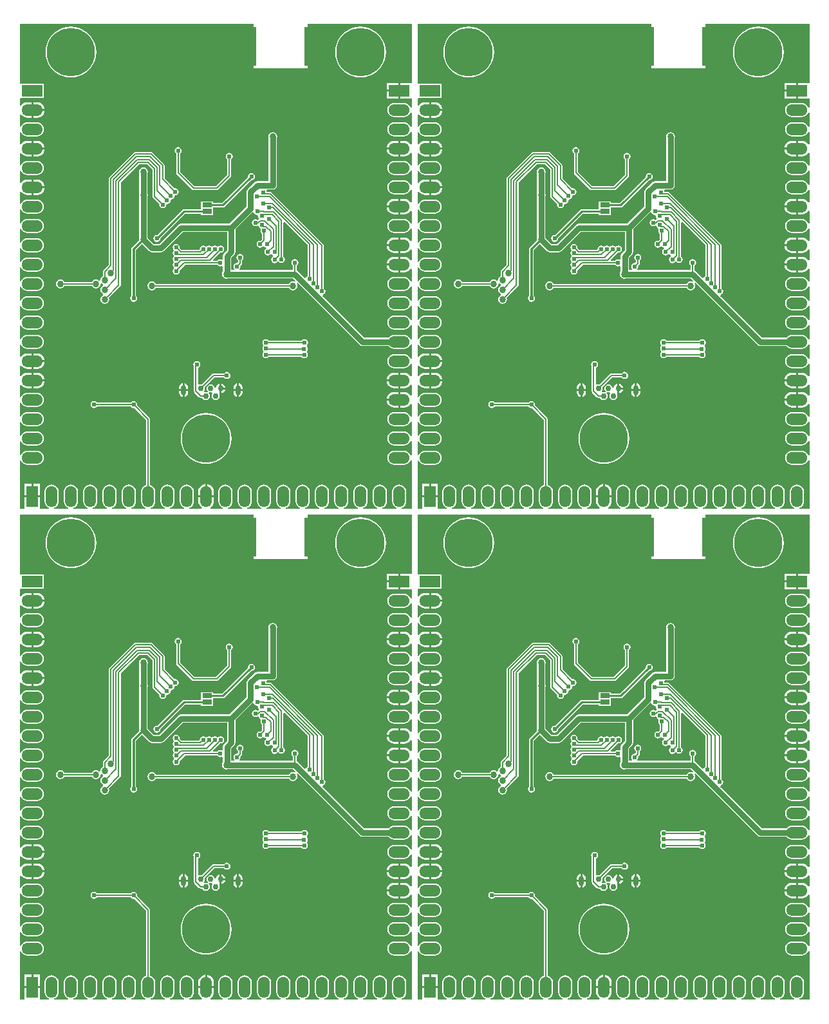
<source format=gbl>
G04 Layer_Physical_Order=2*
G04 Layer_Color=16711680*
%FSLAX25Y25*%
%MOIN*%
G70*
G01*
G75*
%ADD15R,0.09508X0.20000*%
%ADD24C,0.00800*%
%ADD26C,0.01000*%
%ADD32C,0.01200*%
G04:AMPARAMS|DCode=35|XSize=25.59mil|YSize=51.18mil|CornerRadius=12.79mil|HoleSize=0mil|Usage=FLASHONLY|Rotation=0.000|XOffset=0mil|YOffset=0mil|HoleType=Round|Shape=RoundedRectangle|*
%AMROUNDEDRECTD35*
21,1,0.02559,0.02559,0,0,0.0*
21,1,0.00000,0.05118,0,0,0.0*
1,1,0.02559,0.00000,-0.01279*
1,1,0.02559,0.00000,-0.01279*
1,1,0.02559,0.00000,0.01279*
1,1,0.02559,0.00000,0.01279*
%
%ADD35ROUNDEDRECTD35*%
%ADD36C,0.02953*%
%ADD37O,0.06000X0.11000*%
%ADD38C,0.25000*%
%ADD39R,0.11000X0.06000*%
%ADD40O,0.11000X0.06000*%
%ADD41R,0.06000X0.11000*%
%ADD42C,0.02400*%
%ADD43C,0.03400*%
%ADD44R,0.05000X0.02500*%
%ADD45C,0.03000*%
G36*
X410671Y476000D02*
X404700D01*
Y472000D01*
Y468000D01*
X410671D01*
Y463389D01*
X410071Y463270D01*
X409845Y463815D01*
X409268Y464568D01*
X408516Y465145D01*
X407640Y465507D01*
X406700Y465631D01*
X401700D01*
X400760Y465507D01*
X399885Y465145D01*
X399132Y464568D01*
X398555Y463815D01*
X398193Y462940D01*
X398069Y462000D01*
X398193Y461060D01*
X398555Y460184D01*
X399132Y459433D01*
X399885Y458855D01*
X400760Y458493D01*
X401700Y458369D01*
X406700D01*
X407640Y458493D01*
X408516Y458855D01*
X409268Y459433D01*
X409845Y460184D01*
X410071Y460730D01*
X410671Y460611D01*
Y453389D01*
X410071Y453270D01*
X409845Y453816D01*
X409268Y454568D01*
X408516Y455145D01*
X407640Y455507D01*
X406700Y455631D01*
X401700D01*
X400760Y455507D01*
X399885Y455145D01*
X399132Y454568D01*
X398555Y453816D01*
X398193Y452940D01*
X398069Y452000D01*
X398193Y451060D01*
X398555Y450184D01*
X399132Y449433D01*
X399885Y448855D01*
X400760Y448493D01*
X401700Y448369D01*
X406700D01*
X407640Y448493D01*
X408516Y448855D01*
X409268Y449433D01*
X409845Y450184D01*
X410071Y450730D01*
X410671Y450611D01*
Y444380D01*
X410071Y444178D01*
X409553Y444853D01*
X408717Y445494D01*
X407744Y445897D01*
X406700Y446034D01*
X404700D01*
Y442000D01*
Y437965D01*
X406700D01*
X407744Y438103D01*
X408717Y438506D01*
X409553Y439147D01*
X410071Y439822D01*
X410671Y439620D01*
Y433389D01*
X410071Y433270D01*
X409845Y433815D01*
X409268Y434568D01*
X408516Y435145D01*
X407640Y435507D01*
X406700Y435631D01*
X401700D01*
X400760Y435507D01*
X399885Y435145D01*
X399132Y434568D01*
X398555Y433815D01*
X398193Y432940D01*
X398069Y432000D01*
X398193Y431060D01*
X398555Y430185D01*
X399132Y429432D01*
X399885Y428855D01*
X400760Y428493D01*
X401700Y428369D01*
X406700D01*
X407640Y428493D01*
X408516Y428855D01*
X409268Y429432D01*
X409845Y430185D01*
X410071Y430730D01*
X410671Y430611D01*
Y423389D01*
X410071Y423270D01*
X409845Y423815D01*
X409268Y424568D01*
X408516Y425145D01*
X407640Y425507D01*
X406700Y425631D01*
X401700D01*
X400760Y425507D01*
X399885Y425145D01*
X399132Y424568D01*
X398555Y423815D01*
X398193Y422940D01*
X398069Y422000D01*
X398193Y421060D01*
X398555Y420185D01*
X399132Y419432D01*
X399885Y418855D01*
X400760Y418493D01*
X401700Y418369D01*
X406700D01*
X407640Y418493D01*
X408516Y418855D01*
X409268Y419432D01*
X409845Y420185D01*
X410071Y420730D01*
X410671Y420611D01*
Y414380D01*
X410071Y414178D01*
X409553Y414853D01*
X408717Y415494D01*
X407744Y415897D01*
X406700Y416035D01*
X404700D01*
Y412000D01*
Y407966D01*
X406700D01*
X407744Y408103D01*
X408717Y408506D01*
X409553Y409147D01*
X410071Y409822D01*
X410671Y409620D01*
Y403389D01*
X410071Y403270D01*
X409845Y403816D01*
X409268Y404568D01*
X408516Y405145D01*
X407640Y405507D01*
X406700Y405631D01*
X401700D01*
X400760Y405507D01*
X399885Y405145D01*
X399132Y404568D01*
X398555Y403816D01*
X398193Y402940D01*
X398069Y402000D01*
X398193Y401060D01*
X398555Y400184D01*
X399132Y399432D01*
X399885Y398855D01*
X400760Y398493D01*
X401700Y398369D01*
X406700D01*
X407640Y398493D01*
X408516Y398855D01*
X409268Y399432D01*
X409845Y400184D01*
X410071Y400730D01*
X410671Y400611D01*
Y394380D01*
X410071Y394178D01*
X409553Y394853D01*
X408717Y395494D01*
X407744Y395897D01*
X406700Y396035D01*
X404700D01*
Y392000D01*
Y387965D01*
X406700D01*
X407744Y388103D01*
X408717Y388506D01*
X409553Y389147D01*
X410071Y389822D01*
X410671Y389620D01*
Y384380D01*
X410071Y384178D01*
X409553Y384853D01*
X408717Y385494D01*
X407744Y385897D01*
X406700Y386034D01*
X404700D01*
Y382000D01*
Y377965D01*
X406700D01*
X407744Y378103D01*
X408717Y378506D01*
X409553Y379147D01*
X410071Y379822D01*
X410671Y379620D01*
Y373389D01*
X410071Y373270D01*
X409845Y373815D01*
X409268Y374568D01*
X408516Y375145D01*
X407640Y375507D01*
X406700Y375631D01*
X401700D01*
X400760Y375507D01*
X399885Y375145D01*
X399132Y374568D01*
X398555Y373815D01*
X398193Y372940D01*
X398069Y372000D01*
X398193Y371060D01*
X398555Y370184D01*
X399132Y369432D01*
X399885Y368855D01*
X400760Y368493D01*
X401700Y368369D01*
X406700D01*
X407640Y368493D01*
X408516Y368855D01*
X409268Y369432D01*
X409845Y370184D01*
X410071Y370730D01*
X410671Y370611D01*
Y363389D01*
X410071Y363270D01*
X409845Y363815D01*
X409268Y364568D01*
X408516Y365145D01*
X407640Y365507D01*
X406700Y365631D01*
X401700D01*
X400760Y365507D01*
X399885Y365145D01*
X399132Y364568D01*
X398555Y363815D01*
X398193Y362940D01*
X398069Y362000D01*
X398193Y361060D01*
X398555Y360185D01*
X399132Y359433D01*
X399885Y358855D01*
X400760Y358493D01*
X401700Y358369D01*
X406700D01*
X407640Y358493D01*
X408516Y358855D01*
X409268Y359433D01*
X409845Y360185D01*
X410071Y360730D01*
X410671Y360611D01*
Y353389D01*
X410071Y353270D01*
X409845Y353816D01*
X409268Y354568D01*
X408516Y355145D01*
X407640Y355507D01*
X406700Y355631D01*
X401700D01*
X400760Y355507D01*
X399885Y355145D01*
X399132Y354568D01*
X398555Y353816D01*
X398193Y352940D01*
X398069Y352000D01*
X398193Y351060D01*
X398555Y350184D01*
X399132Y349432D01*
X399885Y348855D01*
X400760Y348493D01*
X401700Y348369D01*
X406700D01*
X407640Y348493D01*
X408516Y348855D01*
X409268Y349432D01*
X409845Y350184D01*
X410071Y350730D01*
X410671Y350611D01*
Y343389D01*
X410071Y343270D01*
X409845Y343815D01*
X409268Y344568D01*
X408516Y345145D01*
X407640Y345507D01*
X406700Y345631D01*
X401700D01*
X400760Y345507D01*
X399885Y345145D01*
X399132Y344568D01*
X398805Y344141D01*
X386087D01*
X364513Y365715D01*
X364710Y366366D01*
X364902Y366404D01*
X365498Y366802D01*
X365896Y367398D01*
X366035Y368100D01*
X365896Y368802D01*
X365498Y369398D01*
X365220Y369584D01*
Y391960D01*
X365142Y392350D01*
X364921Y392681D01*
X338322Y419279D01*
X337992Y419500D01*
X337601Y419578D01*
X335633D01*
X335537Y420061D01*
X335405Y420259D01*
X335725Y420859D01*
X338700D01*
X339519Y421022D01*
X340214Y421486D01*
X340678Y422181D01*
X340841Y423000D01*
Y447165D01*
X340867Y447203D01*
X341045Y448100D01*
X340867Y448997D01*
X340358Y449758D01*
X339597Y450267D01*
X338700Y450445D01*
X337803Y450267D01*
X337042Y449758D01*
X336533Y448997D01*
X336355Y448100D01*
X336533Y447203D01*
X336559Y447165D01*
Y425141D01*
X330700D01*
X329881Y424978D01*
X329186Y424514D01*
X325686Y421014D01*
X325222Y420319D01*
X325059Y419500D01*
Y411887D01*
X316313Y403141D01*
X291200D01*
X290381Y402978D01*
X289686Y402514D01*
X279813Y392641D01*
X277087D01*
X273875Y395853D01*
X273867Y395897D01*
X273841Y395936D01*
Y417065D01*
X273867Y417103D01*
X274045Y418000D01*
X273867Y418897D01*
X273841Y418935D01*
Y429065D01*
X273867Y429103D01*
X274045Y430000D01*
X273867Y430897D01*
X273358Y431658D01*
X272597Y432167D01*
X271700Y432345D01*
X270803Y432167D01*
X270042Y431658D01*
X269533Y430897D01*
X269355Y430000D01*
X269533Y429103D01*
X269559Y429065D01*
Y418935D01*
X269533Y418897D01*
X269355Y418000D01*
X269533Y417103D01*
X269559Y417065D01*
Y395936D01*
X269533Y395897D01*
X269355Y395000D01*
X269457Y394487D01*
X265835Y390865D01*
X265570Y390468D01*
X265476Y390000D01*
Y365847D01*
X265402Y365798D01*
X265004Y365202D01*
X264865Y364500D01*
X265004Y363798D01*
X265402Y363202D01*
X265998Y362804D01*
X266700Y362665D01*
X267402Y362804D01*
X267998Y363202D01*
X268396Y363798D01*
X268535Y364500D01*
X268396Y365202D01*
X267998Y365798D01*
X267923Y365847D01*
Y389493D01*
X271051Y392621D01*
X274686Y388986D01*
X275381Y388522D01*
X276200Y388359D01*
X280700D01*
X281519Y388522D01*
X282214Y388986D01*
X292087Y398859D01*
X315059D01*
Y389387D01*
X313517Y387845D01*
X313053Y387151D01*
X312890Y386332D01*
Y384916D01*
X312399Y384577D01*
X312290Y384598D01*
X311600Y384735D01*
X310898Y384596D01*
X310302Y384198D01*
X310116Y383920D01*
X307988D01*
X307759Y384474D01*
X311496Y388211D01*
X311732Y388165D01*
X312434Y388304D01*
X313029Y388702D01*
X313427Y389298D01*
X313567Y390000D01*
X313427Y390702D01*
X313029Y391298D01*
X312434Y391696D01*
X311732Y391835D01*
X311029Y391696D01*
X310653Y391444D01*
X310231Y391345D01*
X309810Y391444D01*
X309434Y391696D01*
X308732Y391835D01*
X308029Y391696D01*
X307653Y391444D01*
X307231Y391345D01*
X306810Y391444D01*
X306434Y391696D01*
X305732Y391835D01*
X305029Y391696D01*
X304653Y391444D01*
X304232Y391345D01*
X303810Y391444D01*
X303434Y391696D01*
X302731Y391835D01*
X302029Y391696D01*
X301434Y391298D01*
X301036Y390702D01*
X300896Y390000D01*
X300397Y389520D01*
X291634D01*
X290489Y390665D01*
X290535Y390900D01*
X290396Y391602D01*
X289998Y392198D01*
X289402Y392596D01*
X288700Y392735D01*
X287998Y392596D01*
X287402Y392198D01*
X287004Y391602D01*
X286865Y390900D01*
X287004Y390198D01*
X287256Y389822D01*
X287355Y389400D01*
X287256Y388979D01*
X287004Y388602D01*
X286865Y387900D01*
X287004Y387198D01*
X287402Y386602D01*
Y386198D01*
X287004Y385602D01*
X286865Y384900D01*
X287004Y384198D01*
X287256Y383822D01*
X287355Y383400D01*
X287256Y382979D01*
X287004Y382602D01*
X286865Y381900D01*
X287004Y381198D01*
X287402Y380602D01*
X287406Y380600D01*
Y380000D01*
X287402Y379998D01*
X287004Y379402D01*
X286865Y378700D01*
X287004Y377998D01*
X287402Y377402D01*
X287998Y377004D01*
X288700Y376865D01*
X289402Y377004D01*
X289998Y377402D01*
X290396Y377998D01*
X290535Y378700D01*
X290487Y378945D01*
X293422Y381880D01*
X310116D01*
X310302Y381602D01*
X310898Y381204D01*
X311600Y381065D01*
X312290Y381202D01*
X312399Y381223D01*
X312890Y380884D01*
Y378432D01*
X312533Y377897D01*
X312355Y377000D01*
X312533Y376103D01*
X313042Y375342D01*
X313803Y374833D01*
X314700Y374655D01*
X315597Y374833D01*
X315635Y374859D01*
X349313D01*
X350659Y373513D01*
X350277Y373047D01*
X350097Y373167D01*
X349200Y373345D01*
X348303Y373167D01*
X347542Y372658D01*
X347115Y372020D01*
X278285D01*
X277858Y372658D01*
X277097Y373167D01*
X276200Y373345D01*
X275303Y373167D01*
X274542Y372658D01*
X274033Y371897D01*
X273855Y371000D01*
X274033Y370103D01*
X274542Y369342D01*
X275303Y368833D01*
X276200Y368655D01*
X277097Y368833D01*
X277858Y369342D01*
X278285Y369980D01*
X347115D01*
X347542Y369342D01*
X348303Y368833D01*
X349200Y368655D01*
X350097Y368833D01*
X350858Y369342D01*
X351367Y370103D01*
X351545Y371000D01*
X351367Y371897D01*
X351247Y372077D01*
X351713Y372459D01*
X383686Y340486D01*
X384381Y340022D01*
X385200Y339859D01*
X398805D01*
X399132Y339433D01*
X399885Y338855D01*
X400760Y338493D01*
X401700Y338369D01*
X406700D01*
X407640Y338493D01*
X408516Y338855D01*
X409268Y339433D01*
X409845Y340184D01*
X410071Y340730D01*
X410671Y340611D01*
Y333389D01*
X410071Y333270D01*
X409845Y333816D01*
X409268Y334568D01*
X408516Y335145D01*
X407640Y335507D01*
X406700Y335631D01*
X401700D01*
X400760Y335507D01*
X399885Y335145D01*
X399132Y334568D01*
X398555Y333816D01*
X398193Y332940D01*
X398069Y332000D01*
X398193Y331060D01*
X398555Y330185D01*
X399132Y329433D01*
X399885Y328855D01*
X400760Y328493D01*
X401700Y328369D01*
X406700D01*
X407640Y328493D01*
X408516Y328855D01*
X409268Y329433D01*
X409845Y330185D01*
X410071Y330730D01*
X410671Y330611D01*
Y324380D01*
X410071Y324178D01*
X409553Y324853D01*
X408717Y325494D01*
X407744Y325897D01*
X406700Y326034D01*
X404700D01*
Y322000D01*
Y317966D01*
X406700D01*
X407744Y318103D01*
X408717Y318506D01*
X409553Y319147D01*
X410071Y319822D01*
X410671Y319620D01*
Y314380D01*
X410071Y314178D01*
X409553Y314853D01*
X408717Y315494D01*
X407744Y315897D01*
X406700Y316035D01*
X404700D01*
Y312000D01*
Y307965D01*
X406700D01*
X407744Y308103D01*
X408717Y308506D01*
X409553Y309147D01*
X410071Y309822D01*
X410671Y309620D01*
Y303389D01*
X410071Y303270D01*
X409845Y303816D01*
X409268Y304568D01*
X408516Y305145D01*
X407640Y305507D01*
X406700Y305631D01*
X401700D01*
X400760Y305507D01*
X399885Y305145D01*
X399132Y304568D01*
X398555Y303816D01*
X398193Y302940D01*
X398069Y302000D01*
X398193Y301060D01*
X398555Y300184D01*
X399132Y299432D01*
X399885Y298855D01*
X400760Y298493D01*
X401700Y298369D01*
X406700D01*
X407640Y298493D01*
X408516Y298855D01*
X409268Y299432D01*
X409845Y300184D01*
X410071Y300730D01*
X410671Y300611D01*
Y293389D01*
X410071Y293270D01*
X409845Y293815D01*
X409268Y294568D01*
X408516Y295145D01*
X407640Y295507D01*
X406700Y295631D01*
X401700D01*
X400760Y295507D01*
X399885Y295145D01*
X399132Y294568D01*
X398555Y293815D01*
X398193Y292940D01*
X398069Y292000D01*
X398193Y291060D01*
X398555Y290184D01*
X399132Y289433D01*
X399885Y288855D01*
X400760Y288493D01*
X401700Y288369D01*
X406700D01*
X407640Y288493D01*
X408516Y288855D01*
X409268Y289433D01*
X409845Y290184D01*
X410071Y290730D01*
X410671Y290611D01*
Y283389D01*
X410071Y283270D01*
X409845Y283816D01*
X409268Y284568D01*
X408516Y285145D01*
X407640Y285507D01*
X406700Y285631D01*
X401700D01*
X400760Y285507D01*
X399885Y285145D01*
X399132Y284568D01*
X398555Y283816D01*
X398193Y282940D01*
X398069Y282000D01*
X398193Y281060D01*
X398555Y280185D01*
X399132Y279433D01*
X399885Y278855D01*
X400760Y278493D01*
X401700Y278369D01*
X406700D01*
X407640Y278493D01*
X408516Y278855D01*
X409268Y279433D01*
X409845Y280185D01*
X410071Y280730D01*
X410671Y280611D01*
Y255529D01*
X405589D01*
X405470Y256129D01*
X406015Y256355D01*
X406768Y256932D01*
X407345Y257684D01*
X407707Y258560D01*
X407831Y259500D01*
Y264500D01*
X407707Y265440D01*
X407345Y266316D01*
X406768Y267068D01*
X406015Y267645D01*
X405140Y268007D01*
X404200Y268131D01*
X403260Y268007D01*
X402385Y267645D01*
X401632Y267068D01*
X401055Y266316D01*
X400693Y265440D01*
X400569Y264500D01*
Y259500D01*
X400693Y258560D01*
X401055Y257684D01*
X401632Y256932D01*
X402385Y256355D01*
X402930Y256129D01*
X402811Y255529D01*
X395589D01*
X395470Y256129D01*
X396016Y256355D01*
X396767Y256932D01*
X397345Y257684D01*
X397707Y258560D01*
X397831Y259500D01*
Y264500D01*
X397707Y265440D01*
X397345Y266316D01*
X396767Y267068D01*
X396016Y267645D01*
X395140Y268007D01*
X394200Y268131D01*
X393260Y268007D01*
X392385Y267645D01*
X391633Y267068D01*
X391055Y266316D01*
X390693Y265440D01*
X390569Y264500D01*
Y259500D01*
X390693Y258560D01*
X391055Y257684D01*
X391633Y256932D01*
X392385Y256355D01*
X392930Y256129D01*
X392811Y255529D01*
X385589D01*
X385470Y256129D01*
X386016Y256355D01*
X386768Y256932D01*
X387345Y257684D01*
X387707Y258560D01*
X387831Y259500D01*
Y264500D01*
X387707Y265440D01*
X387345Y266316D01*
X386768Y267068D01*
X386016Y267645D01*
X385140Y268007D01*
X384200Y268131D01*
X383260Y268007D01*
X382384Y267645D01*
X381632Y267068D01*
X381055Y266316D01*
X380693Y265440D01*
X380569Y264500D01*
Y259500D01*
X380693Y258560D01*
X381055Y257684D01*
X381632Y256932D01*
X382384Y256355D01*
X382930Y256129D01*
X382811Y255529D01*
X375589D01*
X375470Y256129D01*
X376015Y256355D01*
X376767Y256932D01*
X377345Y257684D01*
X377707Y258560D01*
X377831Y259500D01*
Y264500D01*
X377707Y265440D01*
X377345Y266316D01*
X376767Y267068D01*
X376015Y267645D01*
X375140Y268007D01*
X374200Y268131D01*
X373260Y268007D01*
X372385Y267645D01*
X371633Y267068D01*
X371055Y266316D01*
X370693Y265440D01*
X370569Y264500D01*
Y259500D01*
X370693Y258560D01*
X371055Y257684D01*
X371633Y256932D01*
X372385Y256355D01*
X372930Y256129D01*
X372811Y255529D01*
X365589D01*
X365470Y256129D01*
X366016Y256355D01*
X366768Y256932D01*
X367345Y257684D01*
X367707Y258560D01*
X367831Y259500D01*
Y264500D01*
X367707Y265440D01*
X367345Y266316D01*
X366768Y267068D01*
X366016Y267645D01*
X365140Y268007D01*
X364200Y268131D01*
X363260Y268007D01*
X362385Y267645D01*
X361632Y267068D01*
X361055Y266316D01*
X360693Y265440D01*
X360569Y264500D01*
Y259500D01*
X360693Y258560D01*
X361055Y257684D01*
X361632Y256932D01*
X362385Y256355D01*
X362930Y256129D01*
X362811Y255529D01*
X355589D01*
X355470Y256129D01*
X356015Y256355D01*
X356768Y256932D01*
X357345Y257684D01*
X357707Y258560D01*
X357831Y259500D01*
Y264500D01*
X357707Y265440D01*
X357345Y266316D01*
X356768Y267068D01*
X356015Y267645D01*
X355140Y268007D01*
X354200Y268131D01*
X353260Y268007D01*
X352384Y267645D01*
X351632Y267068D01*
X351055Y266316D01*
X350693Y265440D01*
X350569Y264500D01*
Y259500D01*
X350693Y258560D01*
X351055Y257684D01*
X351632Y256932D01*
X352384Y256355D01*
X352930Y256129D01*
X352811Y255529D01*
X345589D01*
X345470Y256129D01*
X346016Y256355D01*
X346767Y256932D01*
X347345Y257684D01*
X347707Y258560D01*
X347831Y259500D01*
Y264500D01*
X347707Y265440D01*
X347345Y266316D01*
X346767Y267068D01*
X346016Y267645D01*
X345140Y268007D01*
X344200Y268131D01*
X343260Y268007D01*
X342385Y267645D01*
X341633Y267068D01*
X341055Y266316D01*
X340693Y265440D01*
X340569Y264500D01*
Y259500D01*
X340693Y258560D01*
X341055Y257684D01*
X341633Y256932D01*
X342385Y256355D01*
X342930Y256129D01*
X342811Y255529D01*
X335589D01*
X335470Y256129D01*
X336016Y256355D01*
X336768Y256932D01*
X337345Y257684D01*
X337707Y258560D01*
X337831Y259500D01*
Y264500D01*
X337707Y265440D01*
X337345Y266316D01*
X336768Y267068D01*
X336016Y267645D01*
X335140Y268007D01*
X334200Y268131D01*
X333260Y268007D01*
X332384Y267645D01*
X331632Y267068D01*
X331055Y266316D01*
X330693Y265440D01*
X330569Y264500D01*
Y259500D01*
X330693Y258560D01*
X331055Y257684D01*
X331632Y256932D01*
X332384Y256355D01*
X332930Y256129D01*
X332811Y255529D01*
X325589D01*
X325470Y256129D01*
X326015Y256355D01*
X326767Y256932D01*
X327345Y257684D01*
X327707Y258560D01*
X327831Y259500D01*
Y264500D01*
X327707Y265440D01*
X327345Y266316D01*
X326767Y267068D01*
X326015Y267645D01*
X325140Y268007D01*
X324200Y268131D01*
X323260Y268007D01*
X322385Y267645D01*
X321633Y267068D01*
X321055Y266316D01*
X320693Y265440D01*
X320569Y264500D01*
Y259500D01*
X320693Y258560D01*
X321055Y257684D01*
X321633Y256932D01*
X322385Y256355D01*
X322930Y256129D01*
X322811Y255529D01*
X315589D01*
X315470Y256129D01*
X316016Y256355D01*
X316768Y256932D01*
X317345Y257684D01*
X317707Y258560D01*
X317831Y259500D01*
Y264500D01*
X317707Y265440D01*
X317345Y266316D01*
X316768Y267068D01*
X316016Y267645D01*
X315140Y268007D01*
X314200Y268131D01*
X313260Y268007D01*
X312385Y267645D01*
X311632Y267068D01*
X311055Y266316D01*
X310693Y265440D01*
X310569Y264500D01*
Y259500D01*
X310693Y258560D01*
X311055Y257684D01*
X311632Y256932D01*
X312385Y256355D01*
X312930Y256129D01*
X312811Y255529D01*
X306580D01*
X306378Y256129D01*
X307053Y256647D01*
X307694Y257483D01*
X308097Y258456D01*
X308235Y259500D01*
Y261500D01*
X304200D01*
X300166D01*
Y259500D01*
X300303Y258456D01*
X300706Y257483D01*
X301347Y256647D01*
X302022Y256129D01*
X301820Y255529D01*
X295589D01*
X295470Y256129D01*
X296016Y256355D01*
X296767Y256932D01*
X297345Y257684D01*
X297707Y258560D01*
X297831Y259500D01*
Y264500D01*
X297707Y265440D01*
X297345Y266316D01*
X296767Y267068D01*
X296016Y267645D01*
X295140Y268007D01*
X294200Y268131D01*
X293260Y268007D01*
X292385Y267645D01*
X291633Y267068D01*
X291055Y266316D01*
X290693Y265440D01*
X290569Y264500D01*
Y259500D01*
X290693Y258560D01*
X291055Y257684D01*
X291633Y256932D01*
X292385Y256355D01*
X292930Y256129D01*
X292811Y255529D01*
X285589D01*
X285470Y256129D01*
X286016Y256355D01*
X286768Y256932D01*
X287345Y257684D01*
X287707Y258560D01*
X287831Y259500D01*
Y264500D01*
X287707Y265440D01*
X287345Y266316D01*
X286768Y267068D01*
X286016Y267645D01*
X285140Y268007D01*
X284200Y268131D01*
X283260Y268007D01*
X282384Y267645D01*
X281632Y267068D01*
X281055Y266316D01*
X280693Y265440D01*
X280569Y264500D01*
Y259500D01*
X280693Y258560D01*
X281055Y257684D01*
X281632Y256932D01*
X282384Y256355D01*
X282930Y256129D01*
X282811Y255529D01*
X275589D01*
X275470Y256129D01*
X276015Y256355D01*
X276767Y256932D01*
X277345Y257684D01*
X277707Y258560D01*
X277831Y259500D01*
Y264500D01*
X277707Y265440D01*
X277345Y266316D01*
X276767Y267068D01*
X276015Y267645D01*
X275220Y267974D01*
Y302000D01*
X275142Y302390D01*
X274921Y302721D01*
X268470Y309172D01*
X268535Y309500D01*
X268396Y310202D01*
X267998Y310798D01*
X267402Y311196D01*
X266700Y311335D01*
X265998Y311196D01*
X265402Y310798D01*
X265216Y310520D01*
X247684D01*
X247498Y310798D01*
X246902Y311196D01*
X246200Y311335D01*
X245498Y311196D01*
X244902Y310798D01*
X244504Y310202D01*
X244365Y309500D01*
X244504Y308798D01*
X244902Y308202D01*
X245498Y307804D01*
X246200Y307665D01*
X246902Y307804D01*
X247498Y308202D01*
X247684Y308480D01*
X265216D01*
X265402Y308202D01*
X265998Y307804D01*
X266700Y307665D01*
X267028Y307730D01*
X273180Y301578D01*
Y267974D01*
X272385Y267645D01*
X271633Y267068D01*
X271055Y266316D01*
X270693Y265440D01*
X270569Y264500D01*
Y259500D01*
X270693Y258560D01*
X271055Y257684D01*
X271633Y256932D01*
X272385Y256355D01*
X272930Y256129D01*
X272811Y255529D01*
X265589D01*
X265470Y256129D01*
X266016Y256355D01*
X266768Y256932D01*
X267345Y257684D01*
X267707Y258560D01*
X267831Y259500D01*
Y264500D01*
X267707Y265440D01*
X267345Y266316D01*
X266768Y267068D01*
X266016Y267645D01*
X265140Y268007D01*
X264200Y268131D01*
X263260Y268007D01*
X262385Y267645D01*
X261632Y267068D01*
X261055Y266316D01*
X260693Y265440D01*
X260569Y264500D01*
Y259500D01*
X260693Y258560D01*
X261055Y257684D01*
X261632Y256932D01*
X262385Y256355D01*
X262930Y256129D01*
X262811Y255529D01*
X255589D01*
X255470Y256129D01*
X256015Y256355D01*
X256768Y256932D01*
X257345Y257684D01*
X257707Y258560D01*
X257831Y259500D01*
Y264500D01*
X257707Y265440D01*
X257345Y266316D01*
X256768Y267068D01*
X256015Y267645D01*
X255140Y268007D01*
X254200Y268131D01*
X253260Y268007D01*
X252384Y267645D01*
X251632Y267068D01*
X251055Y266316D01*
X250693Y265440D01*
X250569Y264500D01*
Y259500D01*
X250693Y258560D01*
X251055Y257684D01*
X251632Y256932D01*
X252384Y256355D01*
X252930Y256129D01*
X252811Y255529D01*
X245589D01*
X245470Y256129D01*
X246016Y256355D01*
X246767Y256932D01*
X247345Y257684D01*
X247707Y258560D01*
X247831Y259500D01*
Y264500D01*
X247707Y265440D01*
X247345Y266316D01*
X246767Y267068D01*
X246016Y267645D01*
X245140Y268007D01*
X244200Y268131D01*
X243260Y268007D01*
X242385Y267645D01*
X241633Y267068D01*
X241055Y266316D01*
X240693Y265440D01*
X240569Y264500D01*
Y259500D01*
X240693Y258560D01*
X241055Y257684D01*
X241633Y256932D01*
X242385Y256355D01*
X242930Y256129D01*
X242811Y255529D01*
X235589D01*
X235470Y256129D01*
X236016Y256355D01*
X236768Y256932D01*
X237345Y257684D01*
X237707Y258560D01*
X237831Y259500D01*
Y264500D01*
X237707Y265440D01*
X237345Y266316D01*
X236768Y267068D01*
X236016Y267645D01*
X235140Y268007D01*
X234200Y268131D01*
X233260Y268007D01*
X232384Y267645D01*
X231632Y267068D01*
X231055Y266316D01*
X230693Y265440D01*
X230569Y264500D01*
Y259500D01*
X230693Y258560D01*
X231055Y257684D01*
X231632Y256932D01*
X232384Y256355D01*
X232930Y256129D01*
X232811Y255529D01*
X225589D01*
X225470Y256129D01*
X226015Y256355D01*
X226767Y256932D01*
X227345Y257684D01*
X227707Y258560D01*
X227831Y259500D01*
Y264500D01*
X227707Y265440D01*
X227345Y266316D01*
X226767Y267068D01*
X226015Y267645D01*
X225140Y268007D01*
X224200Y268131D01*
X223260Y268007D01*
X222385Y267645D01*
X221633Y267068D01*
X221055Y266316D01*
X220693Y265440D01*
X220569Y264500D01*
Y259500D01*
X220693Y258560D01*
X221055Y257684D01*
X221633Y256932D01*
X222385Y256355D01*
X222930Y256129D01*
X222811Y255529D01*
X218200D01*
Y261500D01*
X214200D01*
X210200D01*
Y255529D01*
X207729D01*
Y280611D01*
X208329Y280730D01*
X208555Y280185D01*
X209133Y279433D01*
X209885Y278855D01*
X210760Y278493D01*
X211700Y278369D01*
X216700D01*
X217640Y278493D01*
X218515Y278855D01*
X219268Y279433D01*
X219845Y280185D01*
X220207Y281060D01*
X220331Y282000D01*
X220207Y282940D01*
X219845Y283816D01*
X219268Y284568D01*
X218515Y285145D01*
X217640Y285507D01*
X216700Y285631D01*
X211700D01*
X210760Y285507D01*
X209885Y285145D01*
X209133Y284568D01*
X208555Y283816D01*
X208329Y283270D01*
X207729Y283389D01*
Y290611D01*
X208329Y290730D01*
X208555Y290184D01*
X209133Y289433D01*
X209885Y288855D01*
X210760Y288493D01*
X211700Y288369D01*
X216700D01*
X217640Y288493D01*
X218515Y288855D01*
X219268Y289433D01*
X219845Y290184D01*
X220207Y291060D01*
X220331Y292000D01*
X220207Y292940D01*
X219845Y293815D01*
X219268Y294568D01*
X218515Y295145D01*
X217640Y295507D01*
X216700Y295631D01*
X211700D01*
X210760Y295507D01*
X209885Y295145D01*
X209133Y294568D01*
X208555Y293815D01*
X208329Y293270D01*
X207729Y293389D01*
Y300611D01*
X208329Y300730D01*
X208555Y300184D01*
X209133Y299432D01*
X209885Y298855D01*
X210760Y298493D01*
X211700Y298369D01*
X216700D01*
X217640Y298493D01*
X218515Y298855D01*
X219268Y299432D01*
X219845Y300184D01*
X220207Y301060D01*
X220331Y302000D01*
X220207Y302940D01*
X219845Y303816D01*
X219268Y304568D01*
X218515Y305145D01*
X217640Y305507D01*
X216700Y305631D01*
X211700D01*
X210760Y305507D01*
X209885Y305145D01*
X209133Y304568D01*
X208555Y303816D01*
X208329Y303270D01*
X207729Y303389D01*
Y310611D01*
X208329Y310730D01*
X208555Y310185D01*
X209133Y309433D01*
X209885Y308855D01*
X210760Y308493D01*
X211700Y308369D01*
X216700D01*
X217640Y308493D01*
X218515Y308855D01*
X219268Y309433D01*
X219845Y310185D01*
X220207Y311060D01*
X220331Y312000D01*
X220207Y312940D01*
X219845Y313815D01*
X219268Y314568D01*
X218515Y315145D01*
X217640Y315507D01*
X216700Y315631D01*
X211700D01*
X210760Y315507D01*
X209885Y315145D01*
X209133Y314568D01*
X208555Y313815D01*
X208329Y313270D01*
X207729Y313389D01*
Y319620D01*
X208329Y319822D01*
X208847Y319147D01*
X209683Y318506D01*
X210656Y318103D01*
X211700Y317966D01*
X213700D01*
Y322000D01*
Y326034D01*
X211700D01*
X210656Y325897D01*
X209683Y325494D01*
X208847Y324853D01*
X208329Y324178D01*
X207729Y324380D01*
Y329620D01*
X208329Y329822D01*
X208847Y329147D01*
X209683Y328506D01*
X210656Y328103D01*
X211700Y327965D01*
X213700D01*
Y332000D01*
Y336034D01*
X211700D01*
X210656Y335897D01*
X209683Y335494D01*
X208847Y334853D01*
X208329Y334178D01*
X207729Y334380D01*
Y340611D01*
X208329Y340730D01*
X208555Y340184D01*
X209133Y339433D01*
X209885Y338855D01*
X210760Y338493D01*
X211700Y338369D01*
X216700D01*
X217640Y338493D01*
X218515Y338855D01*
X219268Y339433D01*
X219845Y340184D01*
X220207Y341060D01*
X220331Y342000D01*
X220207Y342940D01*
X219845Y343815D01*
X219268Y344568D01*
X218515Y345145D01*
X217640Y345507D01*
X216700Y345631D01*
X211700D01*
X210760Y345507D01*
X209885Y345145D01*
X209133Y344568D01*
X208555Y343815D01*
X208329Y343270D01*
X207729Y343389D01*
Y350611D01*
X208329Y350730D01*
X208555Y350184D01*
X209133Y349432D01*
X209885Y348855D01*
X210760Y348493D01*
X211700Y348369D01*
X216700D01*
X217640Y348493D01*
X218515Y348855D01*
X219268Y349432D01*
X219845Y350184D01*
X220207Y351060D01*
X220331Y352000D01*
X220207Y352940D01*
X219845Y353816D01*
X219268Y354568D01*
X218515Y355145D01*
X217640Y355507D01*
X216700Y355631D01*
X211700D01*
X210760Y355507D01*
X209885Y355145D01*
X209133Y354568D01*
X208555Y353816D01*
X208329Y353270D01*
X207729Y353389D01*
Y360611D01*
X208329Y360730D01*
X208555Y360185D01*
X209133Y359433D01*
X209885Y358855D01*
X210760Y358493D01*
X211700Y358369D01*
X216700D01*
X217640Y358493D01*
X218515Y358855D01*
X219268Y359433D01*
X219845Y360185D01*
X220207Y361060D01*
X220331Y362000D01*
X220207Y362940D01*
X219845Y363815D01*
X219268Y364568D01*
X218515Y365145D01*
X217640Y365507D01*
X216700Y365631D01*
X211700D01*
X210760Y365507D01*
X209885Y365145D01*
X209133Y364568D01*
X208555Y363815D01*
X208329Y363270D01*
X207729Y363389D01*
Y370611D01*
X208329Y370730D01*
X208555Y370184D01*
X209133Y369432D01*
X209885Y368855D01*
X210760Y368493D01*
X211700Y368369D01*
X216700D01*
X217640Y368493D01*
X218515Y368855D01*
X219268Y369432D01*
X219845Y370184D01*
X220207Y371060D01*
X220331Y372000D01*
X220207Y372940D01*
X219845Y373815D01*
X219268Y374568D01*
X218515Y375145D01*
X217640Y375507D01*
X216700Y375631D01*
X211700D01*
X210760Y375507D01*
X209885Y375145D01*
X209133Y374568D01*
X208555Y373815D01*
X208329Y373270D01*
X207729Y373389D01*
Y380611D01*
X208329Y380730D01*
X208555Y380185D01*
X209133Y379433D01*
X209885Y378855D01*
X210760Y378493D01*
X211700Y378369D01*
X216700D01*
X217640Y378493D01*
X218515Y378855D01*
X219268Y379433D01*
X219845Y380185D01*
X220207Y381060D01*
X220331Y382000D01*
X220207Y382940D01*
X219845Y383816D01*
X219268Y384568D01*
X218515Y385145D01*
X217640Y385507D01*
X216700Y385631D01*
X211700D01*
X210760Y385507D01*
X209885Y385145D01*
X209133Y384568D01*
X208555Y383816D01*
X208329Y383270D01*
X207729Y383389D01*
Y390611D01*
X208329Y390730D01*
X208555Y390184D01*
X209133Y389433D01*
X209885Y388855D01*
X210760Y388493D01*
X211700Y388369D01*
X216700D01*
X217640Y388493D01*
X218515Y388855D01*
X219268Y389433D01*
X219845Y390184D01*
X220207Y391060D01*
X220331Y392000D01*
X220207Y392940D01*
X219845Y393815D01*
X219268Y394568D01*
X218515Y395145D01*
X217640Y395507D01*
X216700Y395631D01*
X211700D01*
X210760Y395507D01*
X209885Y395145D01*
X209133Y394568D01*
X208555Y393815D01*
X208329Y393270D01*
X207729Y393389D01*
Y400611D01*
X208329Y400730D01*
X208555Y400184D01*
X209133Y399432D01*
X209885Y398855D01*
X210760Y398493D01*
X211700Y398369D01*
X216700D01*
X217640Y398493D01*
X218515Y398855D01*
X219268Y399432D01*
X219845Y400184D01*
X220207Y401060D01*
X220331Y402000D01*
X220207Y402940D01*
X219845Y403816D01*
X219268Y404568D01*
X218515Y405145D01*
X217640Y405507D01*
X216700Y405631D01*
X211700D01*
X210760Y405507D01*
X209885Y405145D01*
X209133Y404568D01*
X208555Y403816D01*
X208329Y403270D01*
X207729Y403389D01*
Y410611D01*
X208329Y410730D01*
X208555Y410184D01*
X209133Y409433D01*
X209885Y408855D01*
X210760Y408493D01*
X211700Y408369D01*
X216700D01*
X217640Y408493D01*
X218515Y408855D01*
X219268Y409433D01*
X219845Y410184D01*
X220207Y411060D01*
X220331Y412000D01*
X220207Y412940D01*
X219845Y413815D01*
X219268Y414568D01*
X218515Y415145D01*
X217640Y415507D01*
X216700Y415631D01*
X211700D01*
X210760Y415507D01*
X209885Y415145D01*
X209133Y414568D01*
X208555Y413815D01*
X208329Y413270D01*
X207729Y413389D01*
Y419620D01*
X208329Y419822D01*
X208847Y419147D01*
X209683Y418506D01*
X210656Y418103D01*
X211700Y417966D01*
X213700D01*
Y422000D01*
Y426034D01*
X211700D01*
X210656Y425897D01*
X209683Y425494D01*
X208847Y424853D01*
X208329Y424178D01*
X207729Y424380D01*
Y430611D01*
X208329Y430730D01*
X208555Y430185D01*
X209133Y429432D01*
X209885Y428855D01*
X210760Y428493D01*
X211700Y428369D01*
X216700D01*
X217640Y428493D01*
X218515Y428855D01*
X219268Y429432D01*
X219845Y430185D01*
X220207Y431060D01*
X220331Y432000D01*
X220207Y432940D01*
X219845Y433815D01*
X219268Y434568D01*
X218515Y435145D01*
X217640Y435507D01*
X216700Y435631D01*
X211700D01*
X210760Y435507D01*
X209885Y435145D01*
X209133Y434568D01*
X208555Y433815D01*
X208329Y433270D01*
X207729Y433389D01*
Y439620D01*
X208329Y439822D01*
X208847Y439147D01*
X209683Y438506D01*
X210656Y438103D01*
X211700Y437965D01*
X213700D01*
Y442000D01*
Y446034D01*
X211700D01*
X210656Y445897D01*
X209683Y445494D01*
X208847Y444853D01*
X208329Y444178D01*
X207729Y444380D01*
Y450611D01*
X208329Y450730D01*
X208555Y450184D01*
X209133Y449433D01*
X209885Y448855D01*
X210760Y448493D01*
X211700Y448369D01*
X216700D01*
X217640Y448493D01*
X218515Y448855D01*
X219268Y449433D01*
X219845Y450184D01*
X220207Y451060D01*
X220331Y452000D01*
X220207Y452940D01*
X219845Y453816D01*
X219268Y454568D01*
X218515Y455145D01*
X217640Y455507D01*
X216700Y455631D01*
X211700D01*
X210760Y455507D01*
X209885Y455145D01*
X209133Y454568D01*
X208555Y453816D01*
X208329Y453270D01*
X207729Y453389D01*
Y459620D01*
X208329Y459822D01*
X208847Y459147D01*
X209683Y458506D01*
X210656Y458103D01*
X211700Y457966D01*
X213700D01*
Y462000D01*
Y466035D01*
X211700D01*
X210656Y465897D01*
X209683Y465494D01*
X208847Y464853D01*
X208329Y464178D01*
X207729Y464380D01*
Y467953D01*
X208100Y468400D01*
X208329Y468400D01*
X220300D01*
Y475600D01*
X208329D01*
X208100Y475600D01*
X207729Y476047D01*
Y506471D01*
X328700D01*
Y483500D01*
X356700D01*
Y506471D01*
X410671D01*
Y476000D01*
D02*
G37*
G36*
X204671D02*
X198700D01*
Y472000D01*
Y468000D01*
X204671D01*
Y463389D01*
X204071Y463270D01*
X203845Y463815D01*
X203268Y464568D01*
X202516Y465145D01*
X201640Y465507D01*
X200700Y465631D01*
X195700D01*
X194760Y465507D01*
X193885Y465145D01*
X193132Y464568D01*
X192555Y463815D01*
X192193Y462940D01*
X192069Y462000D01*
X192193Y461060D01*
X192555Y460184D01*
X193132Y459433D01*
X193885Y458855D01*
X194760Y458493D01*
X195700Y458369D01*
X200700D01*
X201640Y458493D01*
X202516Y458855D01*
X203268Y459433D01*
X203845Y460184D01*
X204071Y460730D01*
X204671Y460611D01*
Y453389D01*
X204071Y453270D01*
X203845Y453816D01*
X203268Y454568D01*
X202516Y455145D01*
X201640Y455507D01*
X200700Y455631D01*
X195700D01*
X194760Y455507D01*
X193885Y455145D01*
X193132Y454568D01*
X192555Y453816D01*
X192193Y452940D01*
X192069Y452000D01*
X192193Y451060D01*
X192555Y450184D01*
X193132Y449433D01*
X193885Y448855D01*
X194760Y448493D01*
X195700Y448369D01*
X200700D01*
X201640Y448493D01*
X202516Y448855D01*
X203268Y449433D01*
X203845Y450184D01*
X204071Y450730D01*
X204671Y450611D01*
Y444380D01*
X204071Y444178D01*
X203553Y444853D01*
X202717Y445494D01*
X201744Y445897D01*
X200700Y446034D01*
X198700D01*
Y442000D01*
Y437965D01*
X200700D01*
X201744Y438103D01*
X202717Y438506D01*
X203553Y439147D01*
X204071Y439822D01*
X204671Y439620D01*
Y433389D01*
X204071Y433270D01*
X203845Y433815D01*
X203268Y434568D01*
X202516Y435145D01*
X201640Y435507D01*
X200700Y435631D01*
X195700D01*
X194760Y435507D01*
X193885Y435145D01*
X193132Y434568D01*
X192555Y433815D01*
X192193Y432940D01*
X192069Y432000D01*
X192193Y431060D01*
X192555Y430185D01*
X193132Y429432D01*
X193885Y428855D01*
X194760Y428493D01*
X195700Y428369D01*
X200700D01*
X201640Y428493D01*
X202516Y428855D01*
X203268Y429432D01*
X203845Y430185D01*
X204071Y430730D01*
X204671Y430611D01*
Y423389D01*
X204071Y423270D01*
X203845Y423815D01*
X203268Y424568D01*
X202516Y425145D01*
X201640Y425507D01*
X200700Y425631D01*
X195700D01*
X194760Y425507D01*
X193885Y425145D01*
X193132Y424568D01*
X192555Y423815D01*
X192193Y422940D01*
X192069Y422000D01*
X192193Y421060D01*
X192555Y420185D01*
X193132Y419432D01*
X193885Y418855D01*
X194760Y418493D01*
X195700Y418369D01*
X200700D01*
X201640Y418493D01*
X202516Y418855D01*
X203268Y419432D01*
X203845Y420185D01*
X204071Y420730D01*
X204671Y420611D01*
Y414380D01*
X204071Y414178D01*
X203553Y414853D01*
X202717Y415494D01*
X201744Y415897D01*
X200700Y416035D01*
X198700D01*
Y412000D01*
Y407966D01*
X200700D01*
X201744Y408103D01*
X202717Y408506D01*
X203553Y409147D01*
X204071Y409822D01*
X204671Y409620D01*
Y403389D01*
X204071Y403270D01*
X203845Y403816D01*
X203268Y404568D01*
X202516Y405145D01*
X201640Y405507D01*
X200700Y405631D01*
X195700D01*
X194760Y405507D01*
X193885Y405145D01*
X193132Y404568D01*
X192555Y403816D01*
X192193Y402940D01*
X192069Y402000D01*
X192193Y401060D01*
X192555Y400184D01*
X193132Y399432D01*
X193885Y398855D01*
X194760Y398493D01*
X195700Y398369D01*
X200700D01*
X201640Y398493D01*
X202516Y398855D01*
X203268Y399432D01*
X203845Y400184D01*
X204071Y400730D01*
X204671Y400611D01*
Y394380D01*
X204071Y394178D01*
X203553Y394853D01*
X202717Y395494D01*
X201744Y395897D01*
X200700Y396035D01*
X198700D01*
Y392000D01*
Y387965D01*
X200700D01*
X201744Y388103D01*
X202717Y388506D01*
X203553Y389147D01*
X204071Y389822D01*
X204671Y389620D01*
Y384380D01*
X204071Y384178D01*
X203553Y384853D01*
X202717Y385494D01*
X201744Y385897D01*
X200700Y386034D01*
X198700D01*
Y382000D01*
Y377965D01*
X200700D01*
X201744Y378103D01*
X202717Y378506D01*
X203553Y379147D01*
X204071Y379822D01*
X204671Y379620D01*
Y373389D01*
X204071Y373270D01*
X203845Y373815D01*
X203268Y374568D01*
X202516Y375145D01*
X201640Y375507D01*
X200700Y375631D01*
X195700D01*
X194760Y375507D01*
X193885Y375145D01*
X193132Y374568D01*
X192555Y373815D01*
X192193Y372940D01*
X192069Y372000D01*
X192193Y371060D01*
X192555Y370184D01*
X193132Y369432D01*
X193885Y368855D01*
X194760Y368493D01*
X195700Y368369D01*
X200700D01*
X201640Y368493D01*
X202516Y368855D01*
X203268Y369432D01*
X203845Y370184D01*
X204071Y370730D01*
X204671Y370611D01*
Y363389D01*
X204071Y363270D01*
X203845Y363815D01*
X203268Y364568D01*
X202516Y365145D01*
X201640Y365507D01*
X200700Y365631D01*
X195700D01*
X194760Y365507D01*
X193885Y365145D01*
X193132Y364568D01*
X192555Y363815D01*
X192193Y362940D01*
X192069Y362000D01*
X192193Y361060D01*
X192555Y360185D01*
X193132Y359433D01*
X193885Y358855D01*
X194760Y358493D01*
X195700Y358369D01*
X200700D01*
X201640Y358493D01*
X202516Y358855D01*
X203268Y359433D01*
X203845Y360185D01*
X204071Y360730D01*
X204671Y360611D01*
Y353389D01*
X204071Y353270D01*
X203845Y353816D01*
X203268Y354568D01*
X202516Y355145D01*
X201640Y355507D01*
X200700Y355631D01*
X195700D01*
X194760Y355507D01*
X193885Y355145D01*
X193132Y354568D01*
X192555Y353816D01*
X192193Y352940D01*
X192069Y352000D01*
X192193Y351060D01*
X192555Y350184D01*
X193132Y349432D01*
X193885Y348855D01*
X194760Y348493D01*
X195700Y348369D01*
X200700D01*
X201640Y348493D01*
X202516Y348855D01*
X203268Y349432D01*
X203845Y350184D01*
X204071Y350730D01*
X204671Y350611D01*
Y343389D01*
X204071Y343270D01*
X203845Y343815D01*
X203268Y344568D01*
X202516Y345145D01*
X201640Y345507D01*
X200700Y345631D01*
X195700D01*
X194760Y345507D01*
X193885Y345145D01*
X193132Y344568D01*
X192805Y344141D01*
X180087D01*
X158513Y365715D01*
X158710Y366366D01*
X158902Y366404D01*
X159498Y366802D01*
X159896Y367398D01*
X160035Y368100D01*
X159896Y368802D01*
X159498Y369398D01*
X159220Y369584D01*
Y391960D01*
X159142Y392350D01*
X158921Y392681D01*
X132323Y419279D01*
X131992Y419500D01*
X131602Y419578D01*
X129633D01*
X129537Y420061D01*
X129405Y420259D01*
X129726Y420859D01*
X132700D01*
X133519Y421022D01*
X134214Y421486D01*
X134678Y422181D01*
X134841Y423000D01*
Y447165D01*
X134867Y447203D01*
X135045Y448100D01*
X134867Y448997D01*
X134358Y449758D01*
X133597Y450267D01*
X132700Y450445D01*
X131803Y450267D01*
X131042Y449758D01*
X130533Y448997D01*
X130355Y448100D01*
X130533Y447203D01*
X130559Y447165D01*
Y425141D01*
X124700D01*
X123881Y424978D01*
X123186Y424514D01*
X119686Y421014D01*
X119222Y420319D01*
X119059Y419500D01*
Y411887D01*
X110313Y403141D01*
X85200D01*
X84381Y402978D01*
X83686Y402514D01*
X73813Y392641D01*
X71087D01*
X67875Y395853D01*
X67866Y395897D01*
X67841Y395936D01*
Y417065D01*
X67866Y417103D01*
X68045Y418000D01*
X67866Y418897D01*
X67841Y418935D01*
Y429065D01*
X67866Y429103D01*
X68045Y430000D01*
X67866Y430897D01*
X67358Y431658D01*
X66597Y432167D01*
X65700Y432345D01*
X64803Y432167D01*
X64042Y431658D01*
X63534Y430897D01*
X63355Y430000D01*
X63534Y429103D01*
X63559Y429065D01*
Y418935D01*
X63534Y418897D01*
X63355Y418000D01*
X63534Y417103D01*
X63559Y417065D01*
Y395936D01*
X63534Y395897D01*
X63355Y395000D01*
X63457Y394487D01*
X59835Y390865D01*
X59570Y390468D01*
X59477Y390000D01*
Y365847D01*
X59402Y365798D01*
X59004Y365202D01*
X58865Y364500D01*
X59004Y363798D01*
X59402Y363202D01*
X59998Y362804D01*
X60700Y362665D01*
X61402Y362804D01*
X61998Y363202D01*
X62396Y363798D01*
X62535Y364500D01*
X62396Y365202D01*
X61998Y365798D01*
X61923Y365847D01*
Y389493D01*
X65051Y392621D01*
X68686Y388986D01*
X69381Y388522D01*
X70200Y388359D01*
X74700D01*
X75519Y388522D01*
X76214Y388986D01*
X86087Y398859D01*
X109059D01*
Y389387D01*
X107518Y387845D01*
X107053Y387151D01*
X106890Y386332D01*
Y384916D01*
X106399Y384577D01*
X106290Y384598D01*
X105600Y384735D01*
X104898Y384596D01*
X104302Y384198D01*
X104116Y383920D01*
X101988D01*
X101759Y384474D01*
X105496Y388211D01*
X105731Y388165D01*
X106434Y388304D01*
X107029Y388702D01*
X107427Y389298D01*
X107567Y390000D01*
X107427Y390702D01*
X107029Y391298D01*
X106434Y391696D01*
X105731Y391835D01*
X105029Y391696D01*
X104653Y391444D01*
X104232Y391345D01*
X103810Y391444D01*
X103434Y391696D01*
X102732Y391835D01*
X102029Y391696D01*
X101653Y391444D01*
X101232Y391345D01*
X100810Y391444D01*
X100434Y391696D01*
X99731Y391835D01*
X99029Y391696D01*
X98653Y391444D01*
X98232Y391345D01*
X97810Y391444D01*
X97434Y391696D01*
X96732Y391835D01*
X96029Y391696D01*
X95434Y391298D01*
X95036Y390702D01*
X94896Y390000D01*
X94397Y389520D01*
X85634D01*
X84488Y390665D01*
X84535Y390900D01*
X84396Y391602D01*
X83998Y392198D01*
X83402Y392596D01*
X82700Y392735D01*
X81998Y392596D01*
X81402Y392198D01*
X81004Y391602D01*
X80865Y390900D01*
X81004Y390198D01*
X81256Y389822D01*
X81355Y389400D01*
X81256Y388979D01*
X81004Y388602D01*
X80865Y387900D01*
X81004Y387198D01*
X81402Y386602D01*
Y386198D01*
X81004Y385602D01*
X80865Y384900D01*
X81004Y384198D01*
X81256Y383822D01*
X81355Y383400D01*
X81256Y382979D01*
X81004Y382602D01*
X80865Y381900D01*
X81004Y381198D01*
X81402Y380602D01*
X81406Y380600D01*
Y380000D01*
X81402Y379998D01*
X81004Y379402D01*
X80865Y378700D01*
X81004Y377998D01*
X81402Y377402D01*
X81998Y377004D01*
X82700Y376865D01*
X83402Y377004D01*
X83998Y377402D01*
X84396Y377998D01*
X84535Y378700D01*
X84487Y378945D01*
X87422Y381880D01*
X104116D01*
X104302Y381602D01*
X104898Y381204D01*
X105600Y381065D01*
X106290Y381202D01*
X106399Y381223D01*
X106890Y380884D01*
Y378432D01*
X106533Y377897D01*
X106355Y377000D01*
X106533Y376103D01*
X107042Y375342D01*
X107803Y374833D01*
X108700Y374655D01*
X109597Y374833D01*
X109635Y374859D01*
X143313D01*
X144659Y373513D01*
X144277Y373047D01*
X144097Y373167D01*
X143200Y373345D01*
X142303Y373167D01*
X141542Y372658D01*
X141115Y372020D01*
X72285D01*
X71858Y372658D01*
X71097Y373167D01*
X70200Y373345D01*
X69303Y373167D01*
X68542Y372658D01*
X68033Y371897D01*
X67855Y371000D01*
X68033Y370103D01*
X68542Y369342D01*
X69303Y368833D01*
X70200Y368655D01*
X71097Y368833D01*
X71858Y369342D01*
X72285Y369980D01*
X141115D01*
X141542Y369342D01*
X142303Y368833D01*
X143200Y368655D01*
X144097Y368833D01*
X144858Y369342D01*
X145367Y370103D01*
X145545Y371000D01*
X145367Y371897D01*
X145247Y372077D01*
X145713Y372459D01*
X177686Y340486D01*
X178381Y340022D01*
X179200Y339859D01*
X192805D01*
X193132Y339433D01*
X193885Y338855D01*
X194760Y338493D01*
X195700Y338369D01*
X200700D01*
X201640Y338493D01*
X202516Y338855D01*
X203268Y339433D01*
X203845Y340184D01*
X204071Y340730D01*
X204671Y340611D01*
Y333389D01*
X204071Y333270D01*
X203845Y333816D01*
X203268Y334568D01*
X202516Y335145D01*
X201640Y335507D01*
X200700Y335631D01*
X195700D01*
X194760Y335507D01*
X193885Y335145D01*
X193132Y334568D01*
X192555Y333816D01*
X192193Y332940D01*
X192069Y332000D01*
X192193Y331060D01*
X192555Y330185D01*
X193132Y329433D01*
X193885Y328855D01*
X194760Y328493D01*
X195700Y328369D01*
X200700D01*
X201640Y328493D01*
X202516Y328855D01*
X203268Y329433D01*
X203845Y330185D01*
X204071Y330730D01*
X204671Y330611D01*
Y324380D01*
X204071Y324178D01*
X203553Y324853D01*
X202717Y325494D01*
X201744Y325897D01*
X200700Y326034D01*
X198700D01*
Y322000D01*
Y317966D01*
X200700D01*
X201744Y318103D01*
X202717Y318506D01*
X203553Y319147D01*
X204071Y319822D01*
X204671Y319620D01*
Y314380D01*
X204071Y314178D01*
X203553Y314853D01*
X202717Y315494D01*
X201744Y315897D01*
X200700Y316035D01*
X198700D01*
Y312000D01*
Y307965D01*
X200700D01*
X201744Y308103D01*
X202717Y308506D01*
X203553Y309147D01*
X204071Y309822D01*
X204671Y309620D01*
Y303389D01*
X204071Y303270D01*
X203845Y303816D01*
X203268Y304568D01*
X202516Y305145D01*
X201640Y305507D01*
X200700Y305631D01*
X195700D01*
X194760Y305507D01*
X193885Y305145D01*
X193132Y304568D01*
X192555Y303816D01*
X192193Y302940D01*
X192069Y302000D01*
X192193Y301060D01*
X192555Y300184D01*
X193132Y299432D01*
X193885Y298855D01*
X194760Y298493D01*
X195700Y298369D01*
X200700D01*
X201640Y298493D01*
X202516Y298855D01*
X203268Y299432D01*
X203845Y300184D01*
X204071Y300730D01*
X204671Y300611D01*
Y293389D01*
X204071Y293270D01*
X203845Y293815D01*
X203268Y294568D01*
X202516Y295145D01*
X201640Y295507D01*
X200700Y295631D01*
X195700D01*
X194760Y295507D01*
X193885Y295145D01*
X193132Y294568D01*
X192555Y293815D01*
X192193Y292940D01*
X192069Y292000D01*
X192193Y291060D01*
X192555Y290184D01*
X193132Y289433D01*
X193885Y288855D01*
X194760Y288493D01*
X195700Y288369D01*
X200700D01*
X201640Y288493D01*
X202516Y288855D01*
X203268Y289433D01*
X203845Y290184D01*
X204071Y290730D01*
X204671Y290611D01*
Y283389D01*
X204071Y283270D01*
X203845Y283816D01*
X203268Y284568D01*
X202516Y285145D01*
X201640Y285507D01*
X200700Y285631D01*
X195700D01*
X194760Y285507D01*
X193885Y285145D01*
X193132Y284568D01*
X192555Y283816D01*
X192193Y282940D01*
X192069Y282000D01*
X192193Y281060D01*
X192555Y280185D01*
X193132Y279433D01*
X193885Y278855D01*
X194760Y278493D01*
X195700Y278369D01*
X200700D01*
X201640Y278493D01*
X202516Y278855D01*
X203268Y279433D01*
X203845Y280185D01*
X204071Y280730D01*
X204671Y280611D01*
Y255529D01*
X199589D01*
X199470Y256129D01*
X200015Y256355D01*
X200768Y256932D01*
X201345Y257684D01*
X201707Y258560D01*
X201831Y259500D01*
Y264500D01*
X201707Y265440D01*
X201345Y266316D01*
X200768Y267068D01*
X200015Y267645D01*
X199140Y268007D01*
X198200Y268131D01*
X197260Y268007D01*
X196385Y267645D01*
X195632Y267068D01*
X195055Y266316D01*
X194693Y265440D01*
X194569Y264500D01*
Y259500D01*
X194693Y258560D01*
X195055Y257684D01*
X195632Y256932D01*
X196385Y256355D01*
X196930Y256129D01*
X196811Y255529D01*
X189589D01*
X189470Y256129D01*
X190015Y256355D01*
X190768Y256932D01*
X191345Y257684D01*
X191707Y258560D01*
X191831Y259500D01*
Y264500D01*
X191707Y265440D01*
X191345Y266316D01*
X190768Y267068D01*
X190015Y267645D01*
X189140Y268007D01*
X188200Y268131D01*
X187260Y268007D01*
X186384Y267645D01*
X185632Y267068D01*
X185055Y266316D01*
X184693Y265440D01*
X184569Y264500D01*
Y259500D01*
X184693Y258560D01*
X185055Y257684D01*
X185632Y256932D01*
X186384Y256355D01*
X186930Y256129D01*
X186811Y255529D01*
X179589D01*
X179470Y256129D01*
X180016Y256355D01*
X180768Y256932D01*
X181345Y257684D01*
X181707Y258560D01*
X181831Y259500D01*
Y264500D01*
X181707Y265440D01*
X181345Y266316D01*
X180768Y267068D01*
X180016Y267645D01*
X179140Y268007D01*
X178200Y268131D01*
X177260Y268007D01*
X176384Y267645D01*
X175632Y267068D01*
X175055Y266316D01*
X174693Y265440D01*
X174569Y264500D01*
Y259500D01*
X174693Y258560D01*
X175055Y257684D01*
X175632Y256932D01*
X176384Y256355D01*
X176930Y256129D01*
X176811Y255529D01*
X169589D01*
X169470Y256129D01*
X170016Y256355D01*
X170768Y256932D01*
X171345Y257684D01*
X171707Y258560D01*
X171831Y259500D01*
Y264500D01*
X171707Y265440D01*
X171345Y266316D01*
X170768Y267068D01*
X170016Y267645D01*
X169140Y268007D01*
X168200Y268131D01*
X167260Y268007D01*
X166384Y267645D01*
X165632Y267068D01*
X165055Y266316D01*
X164693Y265440D01*
X164569Y264500D01*
Y259500D01*
X164693Y258560D01*
X165055Y257684D01*
X165632Y256932D01*
X166384Y256355D01*
X166930Y256129D01*
X166811Y255529D01*
X159589D01*
X159470Y256129D01*
X160015Y256355D01*
X160768Y256932D01*
X161345Y257684D01*
X161707Y258560D01*
X161831Y259500D01*
Y264500D01*
X161707Y265440D01*
X161345Y266316D01*
X160768Y267068D01*
X160015Y267645D01*
X159140Y268007D01*
X158200Y268131D01*
X157260Y268007D01*
X156385Y267645D01*
X155632Y267068D01*
X155055Y266316D01*
X154693Y265440D01*
X154569Y264500D01*
Y259500D01*
X154693Y258560D01*
X155055Y257684D01*
X155632Y256932D01*
X156385Y256355D01*
X156930Y256129D01*
X156811Y255529D01*
X149589D01*
X149470Y256129D01*
X150015Y256355D01*
X150768Y256932D01*
X151345Y257684D01*
X151707Y258560D01*
X151831Y259500D01*
Y264500D01*
X151707Y265440D01*
X151345Y266316D01*
X150768Y267068D01*
X150015Y267645D01*
X149140Y268007D01*
X148200Y268131D01*
X147260Y268007D01*
X146385Y267645D01*
X145632Y267068D01*
X145055Y266316D01*
X144693Y265440D01*
X144569Y264500D01*
Y259500D01*
X144693Y258560D01*
X145055Y257684D01*
X145632Y256932D01*
X146385Y256355D01*
X146930Y256129D01*
X146811Y255529D01*
X139589D01*
X139470Y256129D01*
X140015Y256355D01*
X140768Y256932D01*
X141345Y257684D01*
X141707Y258560D01*
X141831Y259500D01*
Y264500D01*
X141707Y265440D01*
X141345Y266316D01*
X140768Y267068D01*
X140015Y267645D01*
X139140Y268007D01*
X138200Y268131D01*
X137260Y268007D01*
X136384Y267645D01*
X135632Y267068D01*
X135055Y266316D01*
X134693Y265440D01*
X134569Y264500D01*
Y259500D01*
X134693Y258560D01*
X135055Y257684D01*
X135632Y256932D01*
X136384Y256355D01*
X136930Y256129D01*
X136811Y255529D01*
X129589D01*
X129470Y256129D01*
X130016Y256355D01*
X130768Y256932D01*
X131345Y257684D01*
X131707Y258560D01*
X131831Y259500D01*
Y264500D01*
X131707Y265440D01*
X131345Y266316D01*
X130768Y267068D01*
X130016Y267645D01*
X129140Y268007D01*
X128200Y268131D01*
X127260Y268007D01*
X126384Y267645D01*
X125632Y267068D01*
X125055Y266316D01*
X124693Y265440D01*
X124569Y264500D01*
Y259500D01*
X124693Y258560D01*
X125055Y257684D01*
X125632Y256932D01*
X126384Y256355D01*
X126930Y256129D01*
X126811Y255529D01*
X119589D01*
X119470Y256129D01*
X120016Y256355D01*
X120768Y256932D01*
X121345Y257684D01*
X121707Y258560D01*
X121831Y259500D01*
Y264500D01*
X121707Y265440D01*
X121345Y266316D01*
X120768Y267068D01*
X120016Y267645D01*
X119140Y268007D01*
X118200Y268131D01*
X117260Y268007D01*
X116384Y267645D01*
X115632Y267068D01*
X115055Y266316D01*
X114693Y265440D01*
X114569Y264500D01*
Y259500D01*
X114693Y258560D01*
X115055Y257684D01*
X115632Y256932D01*
X116384Y256355D01*
X116930Y256129D01*
X116811Y255529D01*
X109589D01*
X109470Y256129D01*
X110015Y256355D01*
X110768Y256932D01*
X111345Y257684D01*
X111707Y258560D01*
X111831Y259500D01*
Y264500D01*
X111707Y265440D01*
X111345Y266316D01*
X110768Y267068D01*
X110015Y267645D01*
X109140Y268007D01*
X108200Y268131D01*
X107260Y268007D01*
X106385Y267645D01*
X105632Y267068D01*
X105055Y266316D01*
X104693Y265440D01*
X104569Y264500D01*
Y259500D01*
X104693Y258560D01*
X105055Y257684D01*
X105632Y256932D01*
X106385Y256355D01*
X106930Y256129D01*
X106811Y255529D01*
X100580D01*
X100378Y256129D01*
X101053Y256647D01*
X101694Y257483D01*
X102097Y258456D01*
X102234Y259500D01*
Y261500D01*
X98200D01*
X94165D01*
Y259500D01*
X94303Y258456D01*
X94706Y257483D01*
X95347Y256647D01*
X96022Y256129D01*
X95820Y255529D01*
X89589D01*
X89470Y256129D01*
X90016Y256355D01*
X90768Y256932D01*
X91345Y257684D01*
X91707Y258560D01*
X91831Y259500D01*
Y264500D01*
X91707Y265440D01*
X91345Y266316D01*
X90768Y267068D01*
X90016Y267645D01*
X89140Y268007D01*
X88200Y268131D01*
X87260Y268007D01*
X86384Y267645D01*
X85632Y267068D01*
X85055Y266316D01*
X84693Y265440D01*
X84569Y264500D01*
Y259500D01*
X84693Y258560D01*
X85055Y257684D01*
X85632Y256932D01*
X86384Y256355D01*
X86930Y256129D01*
X86811Y255529D01*
X79589D01*
X79470Y256129D01*
X80015Y256355D01*
X80768Y256932D01*
X81345Y257684D01*
X81707Y258560D01*
X81831Y259500D01*
Y264500D01*
X81707Y265440D01*
X81345Y266316D01*
X80768Y267068D01*
X80015Y267645D01*
X79140Y268007D01*
X78200Y268131D01*
X77260Y268007D01*
X76385Y267645D01*
X75632Y267068D01*
X75055Y266316D01*
X74693Y265440D01*
X74569Y264500D01*
Y259500D01*
X74693Y258560D01*
X75055Y257684D01*
X75632Y256932D01*
X76385Y256355D01*
X76930Y256129D01*
X76811Y255529D01*
X69589D01*
X69470Y256129D01*
X70016Y256355D01*
X70768Y256932D01*
X71345Y257684D01*
X71707Y258560D01*
X71831Y259500D01*
Y264500D01*
X71707Y265440D01*
X71345Y266316D01*
X70768Y267068D01*
X70016Y267645D01*
X69220Y267974D01*
Y302000D01*
X69142Y302390D01*
X68921Y302721D01*
X62470Y309172D01*
X62535Y309500D01*
X62396Y310202D01*
X61998Y310798D01*
X61402Y311196D01*
X60700Y311335D01*
X59998Y311196D01*
X59402Y310798D01*
X59216Y310520D01*
X41684D01*
X41498Y310798D01*
X40902Y311196D01*
X40200Y311335D01*
X39498Y311196D01*
X38902Y310798D01*
X38504Y310202D01*
X38365Y309500D01*
X38504Y308798D01*
X38902Y308202D01*
X39498Y307804D01*
X40200Y307665D01*
X40902Y307804D01*
X41498Y308202D01*
X41684Y308480D01*
X59216D01*
X59402Y308202D01*
X59998Y307804D01*
X60700Y307665D01*
X61028Y307730D01*
X67180Y301578D01*
Y267974D01*
X66385Y267645D01*
X65632Y267068D01*
X65055Y266316D01*
X64693Y265440D01*
X64569Y264500D01*
Y259500D01*
X64693Y258560D01*
X65055Y257684D01*
X65632Y256932D01*
X66385Y256355D01*
X66930Y256129D01*
X66811Y255529D01*
X59589D01*
X59470Y256129D01*
X60015Y256355D01*
X60768Y256932D01*
X61345Y257684D01*
X61707Y258560D01*
X61831Y259500D01*
Y264500D01*
X61707Y265440D01*
X61345Y266316D01*
X60768Y267068D01*
X60015Y267645D01*
X59140Y268007D01*
X58200Y268131D01*
X57260Y268007D01*
X56384Y267645D01*
X55632Y267068D01*
X55055Y266316D01*
X54693Y265440D01*
X54569Y264500D01*
Y259500D01*
X54693Y258560D01*
X55055Y257684D01*
X55632Y256932D01*
X56384Y256355D01*
X56930Y256129D01*
X56811Y255529D01*
X49589D01*
X49470Y256129D01*
X50015Y256355D01*
X50767Y256932D01*
X51345Y257684D01*
X51707Y258560D01*
X51831Y259500D01*
Y264500D01*
X51707Y265440D01*
X51345Y266316D01*
X50767Y267068D01*
X50015Y267645D01*
X49140Y268007D01*
X48200Y268131D01*
X47260Y268007D01*
X46385Y267645D01*
X45632Y267068D01*
X45055Y266316D01*
X44693Y265440D01*
X44569Y264500D01*
Y259500D01*
X44693Y258560D01*
X45055Y257684D01*
X45632Y256932D01*
X46385Y256355D01*
X46930Y256129D01*
X46811Y255529D01*
X39589D01*
X39470Y256129D01*
X40016Y256355D01*
X40767Y256932D01*
X41345Y257684D01*
X41707Y258560D01*
X41831Y259500D01*
Y264500D01*
X41707Y265440D01*
X41345Y266316D01*
X40767Y267068D01*
X40016Y267645D01*
X39140Y268007D01*
X38200Y268131D01*
X37260Y268007D01*
X36384Y267645D01*
X35633Y267068D01*
X35055Y266316D01*
X34693Y265440D01*
X34569Y264500D01*
Y259500D01*
X34693Y258560D01*
X35055Y257684D01*
X35633Y256932D01*
X36384Y256355D01*
X36930Y256129D01*
X36811Y255529D01*
X29589D01*
X29470Y256129D01*
X30016Y256355D01*
X30768Y256932D01*
X31345Y257684D01*
X31707Y258560D01*
X31831Y259500D01*
Y264500D01*
X31707Y265440D01*
X31345Y266316D01*
X30768Y267068D01*
X30016Y267645D01*
X29140Y268007D01*
X28200Y268131D01*
X27260Y268007D01*
X26384Y267645D01*
X25633Y267068D01*
X25055Y266316D01*
X24693Y265440D01*
X24569Y264500D01*
Y259500D01*
X24693Y258560D01*
X25055Y257684D01*
X25633Y256932D01*
X26384Y256355D01*
X26930Y256129D01*
X26811Y255529D01*
X19589D01*
X19470Y256129D01*
X20016Y256355D01*
X20767Y256932D01*
X21345Y257684D01*
X21707Y258560D01*
X21831Y259500D01*
Y264500D01*
X21707Y265440D01*
X21345Y266316D01*
X20767Y267068D01*
X20016Y267645D01*
X19140Y268007D01*
X18200Y268131D01*
X17260Y268007D01*
X16385Y267645D01*
X15632Y267068D01*
X15055Y266316D01*
X14693Y265440D01*
X14569Y264500D01*
Y259500D01*
X14693Y258560D01*
X15055Y257684D01*
X15632Y256932D01*
X16385Y256355D01*
X16930Y256129D01*
X16811Y255529D01*
X12200D01*
Y261500D01*
X8200D01*
X4200D01*
Y255529D01*
X1729D01*
Y280611D01*
X2329Y280730D01*
X2555Y280185D01*
X3133Y279433D01*
X3884Y278855D01*
X4760Y278493D01*
X5700Y278369D01*
X10700D01*
X11640Y278493D01*
X12516Y278855D01*
X13268Y279433D01*
X13845Y280185D01*
X14207Y281060D01*
X14331Y282000D01*
X14207Y282940D01*
X13845Y283816D01*
X13268Y284568D01*
X12516Y285145D01*
X11640Y285507D01*
X10700Y285631D01*
X5700D01*
X4760Y285507D01*
X3884Y285145D01*
X3133Y284568D01*
X2555Y283816D01*
X2329Y283270D01*
X1729Y283389D01*
Y290611D01*
X2329Y290730D01*
X2555Y290184D01*
X3133Y289433D01*
X3884Y288855D01*
X4760Y288493D01*
X5700Y288369D01*
X10700D01*
X11640Y288493D01*
X12516Y288855D01*
X13268Y289433D01*
X13845Y290184D01*
X14207Y291060D01*
X14331Y292000D01*
X14207Y292940D01*
X13845Y293815D01*
X13268Y294568D01*
X12516Y295145D01*
X11640Y295507D01*
X10700Y295631D01*
X5700D01*
X4760Y295507D01*
X3884Y295145D01*
X3133Y294568D01*
X2555Y293815D01*
X2329Y293270D01*
X1729Y293389D01*
Y300611D01*
X2329Y300730D01*
X2555Y300184D01*
X3133Y299432D01*
X3884Y298855D01*
X4760Y298493D01*
X5700Y298369D01*
X10700D01*
X11640Y298493D01*
X12516Y298855D01*
X13268Y299432D01*
X13845Y300184D01*
X14207Y301060D01*
X14331Y302000D01*
X14207Y302940D01*
X13845Y303816D01*
X13268Y304568D01*
X12516Y305145D01*
X11640Y305507D01*
X10700Y305631D01*
X5700D01*
X4760Y305507D01*
X3884Y305145D01*
X3133Y304568D01*
X2555Y303816D01*
X2329Y303270D01*
X1729Y303389D01*
Y310611D01*
X2329Y310730D01*
X2555Y310185D01*
X3133Y309433D01*
X3884Y308855D01*
X4760Y308493D01*
X5700Y308369D01*
X10700D01*
X11640Y308493D01*
X12516Y308855D01*
X13268Y309433D01*
X13845Y310185D01*
X14207Y311060D01*
X14331Y312000D01*
X14207Y312940D01*
X13845Y313815D01*
X13268Y314568D01*
X12516Y315145D01*
X11640Y315507D01*
X10700Y315631D01*
X5700D01*
X4760Y315507D01*
X3884Y315145D01*
X3133Y314568D01*
X2555Y313815D01*
X2329Y313270D01*
X1729Y313389D01*
Y319620D01*
X2329Y319822D01*
X2847Y319147D01*
X3683Y318506D01*
X4656Y318103D01*
X5700Y317966D01*
X7700D01*
Y322000D01*
Y326034D01*
X5700D01*
X4656Y325897D01*
X3683Y325494D01*
X2847Y324853D01*
X2329Y324178D01*
X1729Y324380D01*
Y329620D01*
X2329Y329822D01*
X2847Y329147D01*
X3683Y328506D01*
X4656Y328103D01*
X5700Y327965D01*
X7700D01*
Y332000D01*
Y336034D01*
X5700D01*
X4656Y335897D01*
X3683Y335494D01*
X2847Y334853D01*
X2329Y334178D01*
X1729Y334380D01*
Y340611D01*
X2329Y340730D01*
X2555Y340184D01*
X3133Y339433D01*
X3884Y338855D01*
X4760Y338493D01*
X5700Y338369D01*
X10700D01*
X11640Y338493D01*
X12516Y338855D01*
X13268Y339433D01*
X13845Y340184D01*
X14207Y341060D01*
X14331Y342000D01*
X14207Y342940D01*
X13845Y343815D01*
X13268Y344568D01*
X12516Y345145D01*
X11640Y345507D01*
X10700Y345631D01*
X5700D01*
X4760Y345507D01*
X3884Y345145D01*
X3133Y344568D01*
X2555Y343815D01*
X2329Y343270D01*
X1729Y343389D01*
Y350611D01*
X2329Y350730D01*
X2555Y350184D01*
X3133Y349432D01*
X3884Y348855D01*
X4760Y348493D01*
X5700Y348369D01*
X10700D01*
X11640Y348493D01*
X12516Y348855D01*
X13268Y349432D01*
X13845Y350184D01*
X14207Y351060D01*
X14331Y352000D01*
X14207Y352940D01*
X13845Y353816D01*
X13268Y354568D01*
X12516Y355145D01*
X11640Y355507D01*
X10700Y355631D01*
X5700D01*
X4760Y355507D01*
X3884Y355145D01*
X3133Y354568D01*
X2555Y353816D01*
X2329Y353270D01*
X1729Y353389D01*
Y360611D01*
X2329Y360730D01*
X2555Y360185D01*
X3133Y359433D01*
X3884Y358855D01*
X4760Y358493D01*
X5700Y358369D01*
X10700D01*
X11640Y358493D01*
X12516Y358855D01*
X13268Y359433D01*
X13845Y360185D01*
X14207Y361060D01*
X14331Y362000D01*
X14207Y362940D01*
X13845Y363815D01*
X13268Y364568D01*
X12516Y365145D01*
X11640Y365507D01*
X10700Y365631D01*
X5700D01*
X4760Y365507D01*
X3884Y365145D01*
X3133Y364568D01*
X2555Y363815D01*
X2329Y363270D01*
X1729Y363389D01*
Y370611D01*
X2329Y370730D01*
X2555Y370184D01*
X3133Y369432D01*
X3884Y368855D01*
X4760Y368493D01*
X5700Y368369D01*
X10700D01*
X11640Y368493D01*
X12516Y368855D01*
X13268Y369432D01*
X13845Y370184D01*
X14207Y371060D01*
X14331Y372000D01*
X14207Y372940D01*
X13845Y373815D01*
X13268Y374568D01*
X12516Y375145D01*
X11640Y375507D01*
X10700Y375631D01*
X5700D01*
X4760Y375507D01*
X3884Y375145D01*
X3133Y374568D01*
X2555Y373815D01*
X2329Y373270D01*
X1729Y373389D01*
Y380611D01*
X2329Y380730D01*
X2555Y380185D01*
X3133Y379433D01*
X3884Y378855D01*
X4760Y378493D01*
X5700Y378369D01*
X10700D01*
X11640Y378493D01*
X12516Y378855D01*
X13268Y379433D01*
X13845Y380185D01*
X14207Y381060D01*
X14331Y382000D01*
X14207Y382940D01*
X13845Y383816D01*
X13268Y384568D01*
X12516Y385145D01*
X11640Y385507D01*
X10700Y385631D01*
X5700D01*
X4760Y385507D01*
X3884Y385145D01*
X3133Y384568D01*
X2555Y383816D01*
X2329Y383270D01*
X1729Y383389D01*
Y390611D01*
X2329Y390730D01*
X2555Y390184D01*
X3133Y389433D01*
X3884Y388855D01*
X4760Y388493D01*
X5700Y388369D01*
X10700D01*
X11640Y388493D01*
X12516Y388855D01*
X13268Y389433D01*
X13845Y390184D01*
X14207Y391060D01*
X14331Y392000D01*
X14207Y392940D01*
X13845Y393815D01*
X13268Y394568D01*
X12516Y395145D01*
X11640Y395507D01*
X10700Y395631D01*
X5700D01*
X4760Y395507D01*
X3884Y395145D01*
X3133Y394568D01*
X2555Y393815D01*
X2329Y393270D01*
X1729Y393389D01*
Y400611D01*
X2329Y400730D01*
X2555Y400184D01*
X3133Y399432D01*
X3884Y398855D01*
X4760Y398493D01*
X5700Y398369D01*
X10700D01*
X11640Y398493D01*
X12516Y398855D01*
X13268Y399432D01*
X13845Y400184D01*
X14207Y401060D01*
X14331Y402000D01*
X14207Y402940D01*
X13845Y403816D01*
X13268Y404568D01*
X12516Y405145D01*
X11640Y405507D01*
X10700Y405631D01*
X5700D01*
X4760Y405507D01*
X3884Y405145D01*
X3133Y404568D01*
X2555Y403816D01*
X2329Y403270D01*
X1729Y403389D01*
Y410611D01*
X2329Y410730D01*
X2555Y410184D01*
X3133Y409433D01*
X3884Y408855D01*
X4760Y408493D01*
X5700Y408369D01*
X10700D01*
X11640Y408493D01*
X12516Y408855D01*
X13268Y409433D01*
X13845Y410184D01*
X14207Y411060D01*
X14331Y412000D01*
X14207Y412940D01*
X13845Y413815D01*
X13268Y414568D01*
X12516Y415145D01*
X11640Y415507D01*
X10700Y415631D01*
X5700D01*
X4760Y415507D01*
X3884Y415145D01*
X3133Y414568D01*
X2555Y413815D01*
X2329Y413270D01*
X1729Y413389D01*
Y419620D01*
X2329Y419822D01*
X2847Y419147D01*
X3683Y418506D01*
X4656Y418103D01*
X5700Y417966D01*
X7700D01*
Y422000D01*
Y426034D01*
X5700D01*
X4656Y425897D01*
X3683Y425494D01*
X2847Y424853D01*
X2329Y424178D01*
X1729Y424380D01*
Y430611D01*
X2329Y430730D01*
X2555Y430185D01*
X3133Y429432D01*
X3884Y428855D01*
X4760Y428493D01*
X5700Y428369D01*
X10700D01*
X11640Y428493D01*
X12516Y428855D01*
X13268Y429432D01*
X13845Y430185D01*
X14207Y431060D01*
X14331Y432000D01*
X14207Y432940D01*
X13845Y433815D01*
X13268Y434568D01*
X12516Y435145D01*
X11640Y435507D01*
X10700Y435631D01*
X5700D01*
X4760Y435507D01*
X3884Y435145D01*
X3133Y434568D01*
X2555Y433815D01*
X2329Y433270D01*
X1729Y433389D01*
Y439620D01*
X2329Y439822D01*
X2847Y439147D01*
X3683Y438506D01*
X4656Y438103D01*
X5700Y437965D01*
X7700D01*
Y442000D01*
Y446034D01*
X5700D01*
X4656Y445897D01*
X3683Y445494D01*
X2847Y444853D01*
X2329Y444178D01*
X1729Y444380D01*
Y450611D01*
X2329Y450730D01*
X2555Y450184D01*
X3133Y449433D01*
X3884Y448855D01*
X4760Y448493D01*
X5700Y448369D01*
X10700D01*
X11640Y448493D01*
X12516Y448855D01*
X13268Y449433D01*
X13845Y450184D01*
X14207Y451060D01*
X14331Y452000D01*
X14207Y452940D01*
X13845Y453816D01*
X13268Y454568D01*
X12516Y455145D01*
X11640Y455507D01*
X10700Y455631D01*
X5700D01*
X4760Y455507D01*
X3884Y455145D01*
X3133Y454568D01*
X2555Y453816D01*
X2329Y453270D01*
X1729Y453389D01*
Y459620D01*
X2329Y459822D01*
X2847Y459147D01*
X3683Y458506D01*
X4656Y458103D01*
X5700Y457966D01*
X7700D01*
Y462000D01*
Y466035D01*
X5700D01*
X4656Y465897D01*
X3683Y465494D01*
X2847Y464853D01*
X2329Y464178D01*
X1729Y464380D01*
Y467953D01*
X2100Y468400D01*
X2329Y468400D01*
X14300D01*
Y475600D01*
X2329D01*
X2100Y475600D01*
X1729Y476047D01*
Y506471D01*
X122700D01*
Y483500D01*
X150700D01*
Y506471D01*
X204671D01*
Y476000D01*
D02*
G37*
G36*
X328972Y408896D02*
X328989Y408813D01*
X329386Y408218D01*
X329982Y407820D01*
X330643Y407689D01*
X330909Y407587D01*
X331181Y407316D01*
X331320Y406613D01*
X331628Y406153D01*
X331596Y405532D01*
X331569Y405424D01*
X331553Y405407D01*
X331076Y404929D01*
X330513Y405306D01*
X329810Y405445D01*
X329108Y405306D01*
X328513Y404908D01*
X328115Y404313D01*
X327975Y403610D01*
X328115Y402908D01*
X328513Y402313D01*
X329108Y401915D01*
X329810Y401775D01*
X330513Y401915D01*
X330827Y402125D01*
X331487Y401883D01*
X331504Y401798D01*
X331902Y401202D01*
X332282Y400949D01*
X332525Y400234D01*
X332504Y400202D01*
X332365Y399500D01*
X332504Y398798D01*
X332902Y398202D01*
X333180Y398016D01*
Y394922D01*
X332528Y394270D01*
X332200Y394335D01*
X331498Y394196D01*
X330902Y393798D01*
X330504Y393202D01*
X330365Y392500D01*
X330504Y391798D01*
X330902Y391202D01*
X331498Y390804D01*
X332200Y390665D01*
X332902Y390804D01*
X333498Y391202D01*
X333589Y391339D01*
X334311D01*
X334402Y391202D01*
X334998Y390804D01*
X335316Y390741D01*
X335362Y390603D01*
X335380Y390117D01*
X334902Y389798D01*
X334504Y389202D01*
X334365Y388500D01*
X334504Y387798D01*
X334902Y387202D01*
X335498Y386804D01*
X336200Y386665D01*
X336902Y386804D01*
X337498Y387202D01*
X337589Y387339D01*
X338311D01*
X338402Y387202D01*
X338994Y386807D01*
X338998Y386789D01*
Y386211D01*
X338994Y386193D01*
X338402Y385798D01*
X338004Y385202D01*
X337865Y384500D01*
X338004Y383798D01*
X338402Y383202D01*
X338998Y382804D01*
X339700Y382665D01*
X340402Y382804D01*
X340998Y383202D01*
X341173Y383464D01*
X341894D01*
X342002Y383302D01*
X342598Y382904D01*
X343300Y382765D01*
X344002Y382904D01*
X344598Y383302D01*
X344996Y383898D01*
X345135Y384600D01*
X344996Y385302D01*
X344598Y385898D01*
X344320Y386084D01*
Y403675D01*
X344874Y403904D01*
X356680Y392098D01*
Y375984D01*
X356402Y375798D01*
X356004Y375202D01*
X355983Y375094D01*
X355332Y374896D01*
X351714Y378514D01*
X351220Y378844D01*
Y381516D01*
X351498Y381702D01*
X351896Y382298D01*
X352035Y383000D01*
X351896Y383702D01*
X351498Y384298D01*
X350902Y384696D01*
X350200Y384835D01*
X349498Y384696D01*
X348902Y384298D01*
X348504Y383702D01*
X348365Y383000D01*
X348504Y382298D01*
X348902Y381702D01*
X349180Y381516D01*
Y379141D01*
X321738D01*
X321569Y379536D01*
X321524Y379741D01*
X321896Y380298D01*
X322035Y381000D01*
X321970Y381328D01*
X322521Y381879D01*
X322742Y382210D01*
X322820Y382600D01*
Y384216D01*
X323098Y384402D01*
X323496Y384998D01*
X323635Y385700D01*
X323496Y386402D01*
X323098Y386998D01*
X322502Y387396D01*
X321800Y387535D01*
X321098Y387396D01*
X320502Y386998D01*
X320104Y386402D01*
X319965Y385700D01*
X320104Y384998D01*
X320502Y384402D01*
X320780Y384216D01*
Y383268D01*
X320263Y382823D01*
X320200Y382835D01*
X319498Y382696D01*
X318902Y382298D01*
X318504Y381702D01*
X318365Y381000D01*
X318504Y380298D01*
X318876Y379741D01*
X318831Y379536D01*
X318662Y379141D01*
X317173D01*
Y385445D01*
X318714Y386986D01*
X319178Y387681D01*
X319341Y388500D01*
Y400113D01*
X328321Y409093D01*
X328972Y408896D01*
D02*
G37*
G36*
X122972D02*
X122989Y408813D01*
X123387Y408218D01*
X123982Y407820D01*
X124643Y407689D01*
X124909Y407587D01*
X125180Y407316D01*
X125320Y406613D01*
X125628Y406153D01*
X125596Y405532D01*
X125568Y405424D01*
X125553Y405407D01*
X125076Y404929D01*
X124513Y405306D01*
X123810Y405445D01*
X123108Y405306D01*
X122512Y404908D01*
X122115Y404313D01*
X121975Y403610D01*
X122115Y402908D01*
X122512Y402313D01*
X123108Y401915D01*
X123810Y401775D01*
X124513Y401915D01*
X124828Y402125D01*
X125487Y401883D01*
X125504Y401798D01*
X125902Y401202D01*
X126282Y400949D01*
X126525Y400234D01*
X126504Y400202D01*
X126365Y399500D01*
X126504Y398798D01*
X126902Y398202D01*
X127180Y398016D01*
Y394922D01*
X126528Y394270D01*
X126200Y394335D01*
X125498Y394196D01*
X124902Y393798D01*
X124504Y393202D01*
X124365Y392500D01*
X124504Y391798D01*
X124902Y391202D01*
X125498Y390804D01*
X126200Y390665D01*
X126902Y390804D01*
X127498Y391202D01*
X127589Y391339D01*
X128311D01*
X128402Y391202D01*
X128998Y390804D01*
X129316Y390741D01*
X129362Y390603D01*
X129380Y390117D01*
X128902Y389798D01*
X128504Y389202D01*
X128365Y388500D01*
X128504Y387798D01*
X128902Y387202D01*
X129498Y386804D01*
X130200Y386665D01*
X130902Y386804D01*
X131498Y387202D01*
X131589Y387339D01*
X132311D01*
X132402Y387202D01*
X132994Y386807D01*
X132998Y386789D01*
Y386211D01*
X132994Y386193D01*
X132402Y385798D01*
X132004Y385202D01*
X131865Y384500D01*
X132004Y383798D01*
X132402Y383202D01*
X132998Y382804D01*
X133700Y382665D01*
X134402Y382804D01*
X134998Y383202D01*
X135173Y383464D01*
X135894D01*
X136002Y383302D01*
X136598Y382904D01*
X137300Y382765D01*
X138002Y382904D01*
X138598Y383302D01*
X138996Y383898D01*
X139135Y384600D01*
X138996Y385302D01*
X138598Y385898D01*
X138320Y386084D01*
Y403675D01*
X138874Y403904D01*
X150680Y392098D01*
Y375984D01*
X150402Y375798D01*
X150004Y375202D01*
X149983Y375094D01*
X149332Y374896D01*
X145714Y378514D01*
X145220Y378844D01*
Y381516D01*
X145498Y381702D01*
X145896Y382298D01*
X146035Y383000D01*
X145896Y383702D01*
X145498Y384298D01*
X144902Y384696D01*
X144200Y384835D01*
X143498Y384696D01*
X142902Y384298D01*
X142504Y383702D01*
X142365Y383000D01*
X142504Y382298D01*
X142902Y381702D01*
X143180Y381516D01*
Y379141D01*
X115738D01*
X115569Y379536D01*
X115524Y379741D01*
X115896Y380298D01*
X116035Y381000D01*
X115970Y381328D01*
X116521Y381879D01*
X116742Y382210D01*
X116820Y382600D01*
Y384216D01*
X117098Y384402D01*
X117496Y384998D01*
X117635Y385700D01*
X117496Y386402D01*
X117098Y386998D01*
X116502Y387396D01*
X115800Y387535D01*
X115098Y387396D01*
X114502Y386998D01*
X114104Y386402D01*
X113965Y385700D01*
X114104Y384998D01*
X114502Y384402D01*
X114780Y384216D01*
Y383268D01*
X114263Y382823D01*
X114200Y382835D01*
X113498Y382696D01*
X112902Y382298D01*
X112504Y381702D01*
X112365Y381000D01*
X112504Y380298D01*
X112876Y379741D01*
X112831Y379536D01*
X112662Y379141D01*
X111173D01*
Y385445D01*
X112714Y386986D01*
X113178Y387681D01*
X113341Y388500D01*
Y400113D01*
X122321Y409093D01*
X122972Y408896D01*
D02*
G37*
G36*
X410671Y222000D02*
X404700D01*
Y218000D01*
Y214000D01*
X410671D01*
Y209389D01*
X410071Y209270D01*
X409845Y209816D01*
X409268Y210568D01*
X408516Y211145D01*
X407640Y211507D01*
X406700Y211631D01*
X401700D01*
X400760Y211507D01*
X399885Y211145D01*
X399132Y210568D01*
X398555Y209816D01*
X398193Y208940D01*
X398069Y208000D01*
X398193Y207060D01*
X398555Y206185D01*
X399132Y205433D01*
X399885Y204855D01*
X400760Y204493D01*
X401700Y204369D01*
X406700D01*
X407640Y204493D01*
X408516Y204855D01*
X409268Y205433D01*
X409845Y206185D01*
X410071Y206730D01*
X410671Y206611D01*
Y199389D01*
X410071Y199270D01*
X409845Y199815D01*
X409268Y200568D01*
X408516Y201145D01*
X407640Y201507D01*
X406700Y201631D01*
X401700D01*
X400760Y201507D01*
X399885Y201145D01*
X399132Y200568D01*
X398555Y199815D01*
X398193Y198940D01*
X398069Y198000D01*
X398193Y197060D01*
X398555Y196185D01*
X399132Y195432D01*
X399885Y194855D01*
X400760Y194493D01*
X401700Y194369D01*
X406700D01*
X407640Y194493D01*
X408516Y194855D01*
X409268Y195432D01*
X409845Y196185D01*
X410071Y196730D01*
X410671Y196611D01*
Y190380D01*
X410071Y190178D01*
X409553Y190853D01*
X408717Y191494D01*
X407744Y191897D01*
X406700Y192034D01*
X404700D01*
Y188000D01*
Y183966D01*
X406700D01*
X407744Y184103D01*
X408717Y184506D01*
X409553Y185147D01*
X410071Y185822D01*
X410671Y185620D01*
Y179389D01*
X410071Y179270D01*
X409845Y179815D01*
X409268Y180568D01*
X408516Y181145D01*
X407640Y181507D01*
X406700Y181631D01*
X401700D01*
X400760Y181507D01*
X399885Y181145D01*
X399132Y180568D01*
X398555Y179815D01*
X398193Y178940D01*
X398069Y178000D01*
X398193Y177060D01*
X398555Y176184D01*
X399132Y175433D01*
X399885Y174855D01*
X400760Y174493D01*
X401700Y174369D01*
X406700D01*
X407640Y174493D01*
X408516Y174855D01*
X409268Y175433D01*
X409845Y176184D01*
X410071Y176730D01*
X410671Y176611D01*
Y169389D01*
X410071Y169270D01*
X409845Y169816D01*
X409268Y170568D01*
X408516Y171145D01*
X407640Y171507D01*
X406700Y171631D01*
X401700D01*
X400760Y171507D01*
X399885Y171145D01*
X399132Y170568D01*
X398555Y169816D01*
X398193Y168940D01*
X398069Y168000D01*
X398193Y167060D01*
X398555Y166184D01*
X399132Y165433D01*
X399885Y164855D01*
X400760Y164493D01*
X401700Y164369D01*
X406700D01*
X407640Y164493D01*
X408516Y164855D01*
X409268Y165433D01*
X409845Y166184D01*
X410071Y166730D01*
X410671Y166611D01*
Y160380D01*
X410071Y160178D01*
X409553Y160853D01*
X408717Y161494D01*
X407744Y161897D01*
X406700Y162034D01*
X404700D01*
Y158000D01*
Y153965D01*
X406700D01*
X407744Y154103D01*
X408717Y154506D01*
X409553Y155147D01*
X410071Y155822D01*
X410671Y155620D01*
Y149389D01*
X410071Y149270D01*
X409845Y149815D01*
X409268Y150568D01*
X408516Y151145D01*
X407640Y151507D01*
X406700Y151631D01*
X401700D01*
X400760Y151507D01*
X399885Y151145D01*
X399132Y150568D01*
X398555Y149815D01*
X398193Y148940D01*
X398069Y148000D01*
X398193Y147060D01*
X398555Y146185D01*
X399132Y145432D01*
X399885Y144855D01*
X400760Y144493D01*
X401700Y144369D01*
X406700D01*
X407640Y144493D01*
X408516Y144855D01*
X409268Y145432D01*
X409845Y146185D01*
X410071Y146730D01*
X410671Y146611D01*
Y140380D01*
X410071Y140178D01*
X409553Y140853D01*
X408717Y141494D01*
X407744Y141897D01*
X406700Y142034D01*
X404700D01*
Y138000D01*
Y133966D01*
X406700D01*
X407744Y134103D01*
X408717Y134506D01*
X409553Y135147D01*
X410071Y135822D01*
X410671Y135620D01*
Y130380D01*
X410071Y130178D01*
X409553Y130853D01*
X408717Y131494D01*
X407744Y131897D01*
X406700Y132035D01*
X404700D01*
Y128000D01*
Y123966D01*
X406700D01*
X407744Y124103D01*
X408717Y124506D01*
X409553Y125147D01*
X410071Y125822D01*
X410671Y125620D01*
Y119389D01*
X410071Y119270D01*
X409845Y119816D01*
X409268Y120568D01*
X408516Y121145D01*
X407640Y121507D01*
X406700Y121631D01*
X401700D01*
X400760Y121507D01*
X399885Y121145D01*
X399132Y120568D01*
X398555Y119816D01*
X398193Y118940D01*
X398069Y118000D01*
X398193Y117060D01*
X398555Y116184D01*
X399132Y115433D01*
X399885Y114855D01*
X400760Y114493D01*
X401700Y114369D01*
X406700D01*
X407640Y114493D01*
X408516Y114855D01*
X409268Y115433D01*
X409845Y116184D01*
X410071Y116730D01*
X410671Y116611D01*
Y109389D01*
X410071Y109270D01*
X409845Y109816D01*
X409268Y110568D01*
X408516Y111145D01*
X407640Y111507D01*
X406700Y111631D01*
X401700D01*
X400760Y111507D01*
X399885Y111145D01*
X399132Y110568D01*
X398555Y109816D01*
X398193Y108940D01*
X398069Y108000D01*
X398193Y107060D01*
X398555Y106184D01*
X399132Y105432D01*
X399885Y104855D01*
X400760Y104493D01*
X401700Y104369D01*
X406700D01*
X407640Y104493D01*
X408516Y104855D01*
X409268Y105432D01*
X409845Y106184D01*
X410071Y106730D01*
X410671Y106611D01*
Y99389D01*
X410071Y99270D01*
X409845Y99815D01*
X409268Y100568D01*
X408516Y101145D01*
X407640Y101507D01*
X406700Y101631D01*
X401700D01*
X400760Y101507D01*
X399885Y101145D01*
X399132Y100568D01*
X398555Y99815D01*
X398193Y98940D01*
X398069Y98000D01*
X398193Y97060D01*
X398555Y96184D01*
X399132Y95433D01*
X399885Y94855D01*
X400760Y94493D01*
X401700Y94369D01*
X406700D01*
X407640Y94493D01*
X408516Y94855D01*
X409268Y95433D01*
X409845Y96184D01*
X410071Y96730D01*
X410671Y96611D01*
Y89389D01*
X410071Y89270D01*
X409845Y89815D01*
X409268Y90568D01*
X408516Y91145D01*
X407640Y91507D01*
X406700Y91631D01*
X401700D01*
X400760Y91507D01*
X399885Y91145D01*
X399132Y90568D01*
X398805Y90141D01*
X386087D01*
X364513Y111715D01*
X364710Y112366D01*
X364902Y112404D01*
X365498Y112802D01*
X365896Y113398D01*
X366035Y114100D01*
X365896Y114802D01*
X365498Y115398D01*
X365220Y115584D01*
Y137960D01*
X365142Y138350D01*
X364921Y138681D01*
X338322Y165279D01*
X337992Y165500D01*
X337601Y165578D01*
X335633D01*
X335537Y166061D01*
X335405Y166259D01*
X335725Y166859D01*
X338700D01*
X339519Y167022D01*
X340214Y167486D01*
X340678Y168181D01*
X340841Y169000D01*
Y193165D01*
X340867Y193203D01*
X341045Y194100D01*
X340867Y194997D01*
X340358Y195758D01*
X339597Y196267D01*
X338700Y196445D01*
X337803Y196267D01*
X337042Y195758D01*
X336533Y194997D01*
X336355Y194100D01*
X336533Y193203D01*
X336559Y193165D01*
Y171141D01*
X330700D01*
X329881Y170978D01*
X329186Y170514D01*
X325686Y167014D01*
X325222Y166319D01*
X325059Y165500D01*
Y157887D01*
X316313Y149141D01*
X291200D01*
X290381Y148978D01*
X289686Y148514D01*
X279813Y138641D01*
X277087D01*
X273875Y141853D01*
X273867Y141897D01*
X273841Y141936D01*
Y163065D01*
X273867Y163103D01*
X274045Y164000D01*
X273867Y164897D01*
X273841Y164936D01*
Y175065D01*
X273867Y175103D01*
X274045Y176000D01*
X273867Y176897D01*
X273358Y177658D01*
X272597Y178167D01*
X271700Y178345D01*
X270803Y178167D01*
X270042Y177658D01*
X269533Y176897D01*
X269355Y176000D01*
X269533Y175103D01*
X269559Y175065D01*
Y164936D01*
X269533Y164897D01*
X269355Y164000D01*
X269533Y163103D01*
X269559Y163065D01*
Y141936D01*
X269533Y141897D01*
X269355Y141000D01*
X269457Y140487D01*
X265835Y136865D01*
X265570Y136468D01*
X265476Y136000D01*
Y111847D01*
X265402Y111798D01*
X265004Y111202D01*
X264865Y110500D01*
X265004Y109798D01*
X265402Y109202D01*
X265998Y108804D01*
X266700Y108665D01*
X267402Y108804D01*
X267998Y109202D01*
X268396Y109798D01*
X268535Y110500D01*
X268396Y111202D01*
X267998Y111798D01*
X267923Y111847D01*
Y135493D01*
X271051Y138621D01*
X274686Y134986D01*
X275381Y134522D01*
X276200Y134359D01*
X280700D01*
X281519Y134522D01*
X282214Y134986D01*
X292087Y144859D01*
X315059D01*
Y135387D01*
X313517Y133845D01*
X313053Y133151D01*
X312890Y132332D01*
Y130916D01*
X312399Y130577D01*
X312290Y130598D01*
X311600Y130735D01*
X310898Y130596D01*
X310302Y130198D01*
X310116Y129920D01*
X307988D01*
X307759Y130474D01*
X311496Y134212D01*
X311732Y134165D01*
X312434Y134304D01*
X313029Y134702D01*
X313427Y135298D01*
X313567Y136000D01*
X313427Y136702D01*
X313029Y137298D01*
X312434Y137696D01*
X311732Y137835D01*
X311029Y137696D01*
X310653Y137444D01*
X310231Y137345D01*
X309810Y137444D01*
X309434Y137696D01*
X308732Y137835D01*
X308029Y137696D01*
X307653Y137444D01*
X307231Y137345D01*
X306810Y137444D01*
X306434Y137696D01*
X305732Y137835D01*
X305029Y137696D01*
X304653Y137444D01*
X304232Y137345D01*
X303810Y137444D01*
X303434Y137696D01*
X302731Y137835D01*
X302029Y137696D01*
X301434Y137298D01*
X301036Y136702D01*
X300896Y136000D01*
X300397Y135520D01*
X291634D01*
X290489Y136665D01*
X290535Y136900D01*
X290396Y137602D01*
X289998Y138198D01*
X289402Y138596D01*
X288700Y138735D01*
X287998Y138596D01*
X287402Y138198D01*
X287004Y137602D01*
X286865Y136900D01*
X287004Y136198D01*
X287256Y135821D01*
X287355Y135400D01*
X287256Y134978D01*
X287004Y134602D01*
X286865Y133900D01*
X287004Y133198D01*
X287402Y132602D01*
Y132198D01*
X287004Y131602D01*
X286865Y130900D01*
X287004Y130198D01*
X287256Y129822D01*
X287355Y129400D01*
X287256Y128979D01*
X287004Y128602D01*
X286865Y127900D01*
X287004Y127198D01*
X287402Y126602D01*
X287406Y126600D01*
Y126000D01*
X287402Y125998D01*
X287004Y125402D01*
X286865Y124700D01*
X287004Y123998D01*
X287402Y123402D01*
X287998Y123004D01*
X288700Y122865D01*
X289402Y123004D01*
X289998Y123402D01*
X290396Y123998D01*
X290535Y124700D01*
X290487Y124945D01*
X293422Y127880D01*
X310116D01*
X310302Y127602D01*
X310898Y127204D01*
X311600Y127065D01*
X312290Y127202D01*
X312399Y127223D01*
X312890Y126884D01*
Y124432D01*
X312533Y123897D01*
X312355Y123000D01*
X312533Y122103D01*
X313042Y121342D01*
X313803Y120834D01*
X314700Y120655D01*
X315597Y120834D01*
X315635Y120859D01*
X349313D01*
X350659Y119513D01*
X350277Y119047D01*
X350097Y119167D01*
X349200Y119345D01*
X348303Y119167D01*
X347542Y118658D01*
X347115Y118020D01*
X278285D01*
X277858Y118658D01*
X277097Y119167D01*
X276200Y119345D01*
X275303Y119167D01*
X274542Y118658D01*
X274033Y117897D01*
X273855Y117000D01*
X274033Y116103D01*
X274542Y115342D01*
X275303Y114833D01*
X276200Y114655D01*
X277097Y114833D01*
X277858Y115342D01*
X278285Y115980D01*
X347115D01*
X347542Y115342D01*
X348303Y114833D01*
X349200Y114655D01*
X350097Y114833D01*
X350858Y115342D01*
X351367Y116103D01*
X351545Y117000D01*
X351367Y117897D01*
X351247Y118077D01*
X351713Y118459D01*
X383686Y86486D01*
X384381Y86022D01*
X385200Y85859D01*
X398805D01*
X399132Y85432D01*
X399885Y84855D01*
X400760Y84493D01*
X401700Y84369D01*
X406700D01*
X407640Y84493D01*
X408516Y84855D01*
X409268Y85432D01*
X409845Y86185D01*
X410071Y86730D01*
X410671Y86611D01*
Y79389D01*
X410071Y79270D01*
X409845Y79816D01*
X409268Y80568D01*
X408516Y81145D01*
X407640Y81507D01*
X406700Y81631D01*
X401700D01*
X400760Y81507D01*
X399885Y81145D01*
X399132Y80568D01*
X398555Y79816D01*
X398193Y78940D01*
X398069Y78000D01*
X398193Y77060D01*
X398555Y76184D01*
X399132Y75432D01*
X399885Y74855D01*
X400760Y74493D01*
X401700Y74369D01*
X406700D01*
X407640Y74493D01*
X408516Y74855D01*
X409268Y75432D01*
X409845Y76184D01*
X410071Y76730D01*
X410671Y76611D01*
Y70380D01*
X410071Y70178D01*
X409553Y70853D01*
X408717Y71494D01*
X407744Y71897D01*
X406700Y72035D01*
X404700D01*
Y68000D01*
Y63965D01*
X406700D01*
X407744Y64103D01*
X408717Y64506D01*
X409553Y65147D01*
X410071Y65822D01*
X410671Y65620D01*
Y60380D01*
X410071Y60178D01*
X409553Y60853D01*
X408717Y61494D01*
X407744Y61897D01*
X406700Y62034D01*
X404700D01*
Y58000D01*
Y53966D01*
X406700D01*
X407744Y54103D01*
X408717Y54506D01*
X409553Y55147D01*
X410071Y55822D01*
X410671Y55620D01*
Y49389D01*
X410071Y49270D01*
X409845Y49815D01*
X409268Y50568D01*
X408516Y51145D01*
X407640Y51507D01*
X406700Y51631D01*
X401700D01*
X400760Y51507D01*
X399885Y51145D01*
X399132Y50568D01*
X398555Y49815D01*
X398193Y48940D01*
X398069Y48000D01*
X398193Y47060D01*
X398555Y46185D01*
X399132Y45432D01*
X399885Y44855D01*
X400760Y44493D01*
X401700Y44369D01*
X406700D01*
X407640Y44493D01*
X408516Y44855D01*
X409268Y45432D01*
X409845Y46185D01*
X410071Y46730D01*
X410671Y46611D01*
Y39389D01*
X410071Y39270D01*
X409845Y39816D01*
X409268Y40568D01*
X408516Y41145D01*
X407640Y41507D01*
X406700Y41631D01*
X401700D01*
X400760Y41507D01*
X399885Y41145D01*
X399132Y40568D01*
X398555Y39816D01*
X398193Y38940D01*
X398069Y38000D01*
X398193Y37060D01*
X398555Y36184D01*
X399132Y35432D01*
X399885Y34855D01*
X400760Y34493D01*
X401700Y34369D01*
X406700D01*
X407640Y34493D01*
X408516Y34855D01*
X409268Y35432D01*
X409845Y36184D01*
X410071Y36730D01*
X410671Y36611D01*
Y29389D01*
X410071Y29270D01*
X409845Y29816D01*
X409268Y30568D01*
X408516Y31145D01*
X407640Y31507D01*
X406700Y31631D01*
X401700D01*
X400760Y31507D01*
X399885Y31145D01*
X399132Y30568D01*
X398555Y29816D01*
X398193Y28940D01*
X398069Y28000D01*
X398193Y27060D01*
X398555Y26184D01*
X399132Y25433D01*
X399885Y24855D01*
X400760Y24493D01*
X401700Y24369D01*
X406700D01*
X407640Y24493D01*
X408516Y24855D01*
X409268Y25433D01*
X409845Y26184D01*
X410071Y26730D01*
X410671Y26611D01*
Y1529D01*
X405589D01*
X405470Y2129D01*
X406015Y2355D01*
X406768Y2932D01*
X407345Y3684D01*
X407707Y4560D01*
X407831Y5500D01*
Y10500D01*
X407707Y11440D01*
X407345Y12315D01*
X406768Y13068D01*
X406015Y13645D01*
X405140Y14007D01*
X404200Y14131D01*
X403260Y14007D01*
X402385Y13645D01*
X401632Y13068D01*
X401055Y12315D01*
X400693Y11440D01*
X400569Y10500D01*
Y5500D01*
X400693Y4560D01*
X401055Y3684D01*
X401632Y2932D01*
X402385Y2355D01*
X402930Y2129D01*
X402811Y1529D01*
X395589D01*
X395470Y2129D01*
X396016Y2355D01*
X396767Y2932D01*
X397345Y3684D01*
X397707Y4560D01*
X397831Y5500D01*
Y10500D01*
X397707Y11440D01*
X397345Y12315D01*
X396767Y13068D01*
X396016Y13645D01*
X395140Y14007D01*
X394200Y14131D01*
X393260Y14007D01*
X392385Y13645D01*
X391633Y13068D01*
X391055Y12315D01*
X390693Y11440D01*
X390569Y10500D01*
Y5500D01*
X390693Y4560D01*
X391055Y3684D01*
X391633Y2932D01*
X392385Y2355D01*
X392930Y2129D01*
X392811Y1529D01*
X385589D01*
X385470Y2129D01*
X386016Y2355D01*
X386768Y2932D01*
X387345Y3684D01*
X387707Y4560D01*
X387831Y5500D01*
Y10500D01*
X387707Y11440D01*
X387345Y12315D01*
X386768Y13068D01*
X386016Y13645D01*
X385140Y14007D01*
X384200Y14131D01*
X383260Y14007D01*
X382384Y13645D01*
X381632Y13068D01*
X381055Y12315D01*
X380693Y11440D01*
X380569Y10500D01*
Y5500D01*
X380693Y4560D01*
X381055Y3684D01*
X381632Y2932D01*
X382384Y2355D01*
X382930Y2129D01*
X382811Y1529D01*
X375589D01*
X375470Y2129D01*
X376015Y2355D01*
X376767Y2932D01*
X377345Y3684D01*
X377707Y4560D01*
X377831Y5500D01*
Y10500D01*
X377707Y11440D01*
X377345Y12315D01*
X376767Y13068D01*
X376015Y13645D01*
X375140Y14007D01*
X374200Y14131D01*
X373260Y14007D01*
X372385Y13645D01*
X371633Y13068D01*
X371055Y12315D01*
X370693Y11440D01*
X370569Y10500D01*
Y5500D01*
X370693Y4560D01*
X371055Y3684D01*
X371633Y2932D01*
X372385Y2355D01*
X372930Y2129D01*
X372811Y1529D01*
X365589D01*
X365470Y2129D01*
X366016Y2355D01*
X366768Y2932D01*
X367345Y3684D01*
X367707Y4560D01*
X367831Y5500D01*
Y10500D01*
X367707Y11440D01*
X367345Y12315D01*
X366768Y13068D01*
X366016Y13645D01*
X365140Y14007D01*
X364200Y14131D01*
X363260Y14007D01*
X362385Y13645D01*
X361632Y13068D01*
X361055Y12315D01*
X360693Y11440D01*
X360569Y10500D01*
Y5500D01*
X360693Y4560D01*
X361055Y3684D01*
X361632Y2932D01*
X362385Y2355D01*
X362930Y2129D01*
X362811Y1529D01*
X355589D01*
X355470Y2129D01*
X356015Y2355D01*
X356768Y2932D01*
X357345Y3684D01*
X357707Y4560D01*
X357831Y5500D01*
Y10500D01*
X357707Y11440D01*
X357345Y12315D01*
X356768Y13068D01*
X356015Y13645D01*
X355140Y14007D01*
X354200Y14131D01*
X353260Y14007D01*
X352384Y13645D01*
X351632Y13068D01*
X351055Y12315D01*
X350693Y11440D01*
X350569Y10500D01*
Y5500D01*
X350693Y4560D01*
X351055Y3684D01*
X351632Y2932D01*
X352384Y2355D01*
X352930Y2129D01*
X352811Y1529D01*
X345589D01*
X345470Y2129D01*
X346016Y2355D01*
X346767Y2932D01*
X347345Y3684D01*
X347707Y4560D01*
X347831Y5500D01*
Y10500D01*
X347707Y11440D01*
X347345Y12315D01*
X346767Y13068D01*
X346016Y13645D01*
X345140Y14007D01*
X344200Y14131D01*
X343260Y14007D01*
X342385Y13645D01*
X341633Y13068D01*
X341055Y12315D01*
X340693Y11440D01*
X340569Y10500D01*
Y5500D01*
X340693Y4560D01*
X341055Y3684D01*
X341633Y2932D01*
X342385Y2355D01*
X342930Y2129D01*
X342811Y1529D01*
X335589D01*
X335470Y2129D01*
X336016Y2355D01*
X336768Y2932D01*
X337345Y3684D01*
X337707Y4560D01*
X337831Y5500D01*
Y10500D01*
X337707Y11440D01*
X337345Y12315D01*
X336768Y13068D01*
X336016Y13645D01*
X335140Y14007D01*
X334200Y14131D01*
X333260Y14007D01*
X332384Y13645D01*
X331632Y13068D01*
X331055Y12315D01*
X330693Y11440D01*
X330569Y10500D01*
Y5500D01*
X330693Y4560D01*
X331055Y3684D01*
X331632Y2932D01*
X332384Y2355D01*
X332930Y2129D01*
X332811Y1529D01*
X325589D01*
X325470Y2129D01*
X326015Y2355D01*
X326767Y2932D01*
X327345Y3684D01*
X327707Y4560D01*
X327831Y5500D01*
Y10500D01*
X327707Y11440D01*
X327345Y12315D01*
X326767Y13068D01*
X326015Y13645D01*
X325140Y14007D01*
X324200Y14131D01*
X323260Y14007D01*
X322385Y13645D01*
X321633Y13068D01*
X321055Y12315D01*
X320693Y11440D01*
X320569Y10500D01*
Y5500D01*
X320693Y4560D01*
X321055Y3684D01*
X321633Y2932D01*
X322385Y2355D01*
X322930Y2129D01*
X322811Y1529D01*
X315589D01*
X315470Y2129D01*
X316016Y2355D01*
X316768Y2932D01*
X317345Y3684D01*
X317707Y4560D01*
X317831Y5500D01*
Y10500D01*
X317707Y11440D01*
X317345Y12315D01*
X316768Y13068D01*
X316016Y13645D01*
X315140Y14007D01*
X314200Y14131D01*
X313260Y14007D01*
X312385Y13645D01*
X311632Y13068D01*
X311055Y12315D01*
X310693Y11440D01*
X310569Y10500D01*
Y5500D01*
X310693Y4560D01*
X311055Y3684D01*
X311632Y2932D01*
X312385Y2355D01*
X312930Y2129D01*
X312811Y1529D01*
X306580D01*
X306378Y2129D01*
X307053Y2647D01*
X307694Y3483D01*
X308097Y4456D01*
X308235Y5500D01*
Y7500D01*
X304200D01*
X300166D01*
Y5500D01*
X300303Y4456D01*
X300706Y3483D01*
X301347Y2647D01*
X302022Y2129D01*
X301820Y1529D01*
X295589D01*
X295470Y2129D01*
X296016Y2355D01*
X296767Y2932D01*
X297345Y3684D01*
X297707Y4560D01*
X297831Y5500D01*
Y10500D01*
X297707Y11440D01*
X297345Y12315D01*
X296767Y13068D01*
X296016Y13645D01*
X295140Y14007D01*
X294200Y14131D01*
X293260Y14007D01*
X292385Y13645D01*
X291633Y13068D01*
X291055Y12315D01*
X290693Y11440D01*
X290569Y10500D01*
Y5500D01*
X290693Y4560D01*
X291055Y3684D01*
X291633Y2932D01*
X292385Y2355D01*
X292930Y2129D01*
X292811Y1529D01*
X285589D01*
X285470Y2129D01*
X286016Y2355D01*
X286768Y2932D01*
X287345Y3684D01*
X287707Y4560D01*
X287831Y5500D01*
Y10500D01*
X287707Y11440D01*
X287345Y12315D01*
X286768Y13068D01*
X286016Y13645D01*
X285140Y14007D01*
X284200Y14131D01*
X283260Y14007D01*
X282384Y13645D01*
X281632Y13068D01*
X281055Y12315D01*
X280693Y11440D01*
X280569Y10500D01*
Y5500D01*
X280693Y4560D01*
X281055Y3684D01*
X281632Y2932D01*
X282384Y2355D01*
X282930Y2129D01*
X282811Y1529D01*
X275589D01*
X275470Y2129D01*
X276015Y2355D01*
X276767Y2932D01*
X277345Y3684D01*
X277707Y4560D01*
X277831Y5500D01*
Y10500D01*
X277707Y11440D01*
X277345Y12315D01*
X276767Y13068D01*
X276015Y13645D01*
X275220Y13974D01*
Y48000D01*
X275142Y48390D01*
X274921Y48721D01*
X268470Y55172D01*
X268535Y55500D01*
X268396Y56202D01*
X267998Y56798D01*
X267402Y57196D01*
X266700Y57335D01*
X265998Y57196D01*
X265402Y56798D01*
X265216Y56520D01*
X247684D01*
X247498Y56798D01*
X246902Y57196D01*
X246200Y57335D01*
X245498Y57196D01*
X244902Y56798D01*
X244504Y56202D01*
X244365Y55500D01*
X244504Y54798D01*
X244902Y54202D01*
X245498Y53804D01*
X246200Y53665D01*
X246902Y53804D01*
X247498Y54202D01*
X247684Y54480D01*
X265216D01*
X265402Y54202D01*
X265998Y53804D01*
X266700Y53665D01*
X267028Y53730D01*
X273180Y47578D01*
Y13974D01*
X272385Y13645D01*
X271633Y13068D01*
X271055Y12315D01*
X270693Y11440D01*
X270569Y10500D01*
Y5500D01*
X270693Y4560D01*
X271055Y3684D01*
X271633Y2932D01*
X272385Y2355D01*
X272930Y2129D01*
X272811Y1529D01*
X265589D01*
X265470Y2129D01*
X266016Y2355D01*
X266768Y2932D01*
X267345Y3684D01*
X267707Y4560D01*
X267831Y5500D01*
Y10500D01*
X267707Y11440D01*
X267345Y12315D01*
X266768Y13068D01*
X266016Y13645D01*
X265140Y14007D01*
X264200Y14131D01*
X263260Y14007D01*
X262385Y13645D01*
X261632Y13068D01*
X261055Y12315D01*
X260693Y11440D01*
X260569Y10500D01*
Y5500D01*
X260693Y4560D01*
X261055Y3684D01*
X261632Y2932D01*
X262385Y2355D01*
X262930Y2129D01*
X262811Y1529D01*
X255589D01*
X255470Y2129D01*
X256015Y2355D01*
X256768Y2932D01*
X257345Y3684D01*
X257707Y4560D01*
X257831Y5500D01*
Y10500D01*
X257707Y11440D01*
X257345Y12315D01*
X256768Y13068D01*
X256015Y13645D01*
X255140Y14007D01*
X254200Y14131D01*
X253260Y14007D01*
X252384Y13645D01*
X251632Y13068D01*
X251055Y12315D01*
X250693Y11440D01*
X250569Y10500D01*
Y5500D01*
X250693Y4560D01*
X251055Y3684D01*
X251632Y2932D01*
X252384Y2355D01*
X252930Y2129D01*
X252811Y1529D01*
X245589D01*
X245470Y2129D01*
X246016Y2355D01*
X246767Y2932D01*
X247345Y3684D01*
X247707Y4560D01*
X247831Y5500D01*
Y10500D01*
X247707Y11440D01*
X247345Y12315D01*
X246767Y13068D01*
X246016Y13645D01*
X245140Y14007D01*
X244200Y14131D01*
X243260Y14007D01*
X242385Y13645D01*
X241633Y13068D01*
X241055Y12315D01*
X240693Y11440D01*
X240569Y10500D01*
Y5500D01*
X240693Y4560D01*
X241055Y3684D01*
X241633Y2932D01*
X242385Y2355D01*
X242930Y2129D01*
X242811Y1529D01*
X235589D01*
X235470Y2129D01*
X236016Y2355D01*
X236768Y2932D01*
X237345Y3684D01*
X237707Y4560D01*
X237831Y5500D01*
Y10500D01*
X237707Y11440D01*
X237345Y12315D01*
X236768Y13068D01*
X236016Y13645D01*
X235140Y14007D01*
X234200Y14131D01*
X233260Y14007D01*
X232384Y13645D01*
X231632Y13068D01*
X231055Y12315D01*
X230693Y11440D01*
X230569Y10500D01*
Y5500D01*
X230693Y4560D01*
X231055Y3684D01*
X231632Y2932D01*
X232384Y2355D01*
X232930Y2129D01*
X232811Y1529D01*
X225589D01*
X225470Y2129D01*
X226015Y2355D01*
X226767Y2932D01*
X227345Y3684D01*
X227707Y4560D01*
X227831Y5500D01*
Y10500D01*
X227707Y11440D01*
X227345Y12315D01*
X226767Y13068D01*
X226015Y13645D01*
X225140Y14007D01*
X224200Y14131D01*
X223260Y14007D01*
X222385Y13645D01*
X221633Y13068D01*
X221055Y12315D01*
X220693Y11440D01*
X220569Y10500D01*
Y5500D01*
X220693Y4560D01*
X221055Y3684D01*
X221633Y2932D01*
X222385Y2355D01*
X222930Y2129D01*
X222811Y1529D01*
X218200D01*
Y7500D01*
X214200D01*
X210200D01*
Y1529D01*
X207729D01*
Y26611D01*
X208329Y26730D01*
X208555Y26184D01*
X209133Y25433D01*
X209885Y24855D01*
X210760Y24493D01*
X211700Y24369D01*
X216700D01*
X217640Y24493D01*
X218515Y24855D01*
X219268Y25433D01*
X219845Y26184D01*
X220207Y27060D01*
X220331Y28000D01*
X220207Y28940D01*
X219845Y29816D01*
X219268Y30568D01*
X218515Y31145D01*
X217640Y31507D01*
X216700Y31631D01*
X211700D01*
X210760Y31507D01*
X209885Y31145D01*
X209133Y30568D01*
X208555Y29816D01*
X208329Y29270D01*
X207729Y29389D01*
Y36611D01*
X208329Y36730D01*
X208555Y36184D01*
X209133Y35432D01*
X209885Y34855D01*
X210760Y34493D01*
X211700Y34369D01*
X216700D01*
X217640Y34493D01*
X218515Y34855D01*
X219268Y35432D01*
X219845Y36184D01*
X220207Y37060D01*
X220331Y38000D01*
X220207Y38940D01*
X219845Y39816D01*
X219268Y40568D01*
X218515Y41145D01*
X217640Y41507D01*
X216700Y41631D01*
X211700D01*
X210760Y41507D01*
X209885Y41145D01*
X209133Y40568D01*
X208555Y39816D01*
X208329Y39270D01*
X207729Y39389D01*
Y46611D01*
X208329Y46730D01*
X208555Y46185D01*
X209133Y45432D01*
X209885Y44855D01*
X210760Y44493D01*
X211700Y44369D01*
X216700D01*
X217640Y44493D01*
X218515Y44855D01*
X219268Y45432D01*
X219845Y46185D01*
X220207Y47060D01*
X220331Y48000D01*
X220207Y48940D01*
X219845Y49815D01*
X219268Y50568D01*
X218515Y51145D01*
X217640Y51507D01*
X216700Y51631D01*
X211700D01*
X210760Y51507D01*
X209885Y51145D01*
X209133Y50568D01*
X208555Y49815D01*
X208329Y49270D01*
X207729Y49389D01*
Y56611D01*
X208329Y56730D01*
X208555Y56185D01*
X209133Y55432D01*
X209885Y54855D01*
X210760Y54493D01*
X211700Y54369D01*
X216700D01*
X217640Y54493D01*
X218515Y54855D01*
X219268Y55432D01*
X219845Y56185D01*
X220207Y57060D01*
X220331Y58000D01*
X220207Y58940D01*
X219845Y59816D01*
X219268Y60568D01*
X218515Y61145D01*
X217640Y61507D01*
X216700Y61631D01*
X211700D01*
X210760Y61507D01*
X209885Y61145D01*
X209133Y60568D01*
X208555Y59816D01*
X208329Y59270D01*
X207729Y59389D01*
Y65620D01*
X208329Y65822D01*
X208847Y65147D01*
X209683Y64506D01*
X210656Y64103D01*
X211700Y63965D01*
X213700D01*
Y68000D01*
Y72035D01*
X211700D01*
X210656Y71897D01*
X209683Y71494D01*
X208847Y70853D01*
X208329Y70178D01*
X207729Y70380D01*
Y75620D01*
X208329Y75822D01*
X208847Y75147D01*
X209683Y74506D01*
X210656Y74103D01*
X211700Y73966D01*
X213700D01*
Y78000D01*
Y82034D01*
X211700D01*
X210656Y81897D01*
X209683Y81494D01*
X208847Y80853D01*
X208329Y80178D01*
X207729Y80380D01*
Y86611D01*
X208329Y86730D01*
X208555Y86185D01*
X209133Y85432D01*
X209885Y84855D01*
X210760Y84493D01*
X211700Y84369D01*
X216700D01*
X217640Y84493D01*
X218515Y84855D01*
X219268Y85432D01*
X219845Y86185D01*
X220207Y87060D01*
X220331Y88000D01*
X220207Y88940D01*
X219845Y89815D01*
X219268Y90568D01*
X218515Y91145D01*
X217640Y91507D01*
X216700Y91631D01*
X211700D01*
X210760Y91507D01*
X209885Y91145D01*
X209133Y90568D01*
X208555Y89815D01*
X208329Y89270D01*
X207729Y89389D01*
Y96611D01*
X208329Y96730D01*
X208555Y96184D01*
X209133Y95433D01*
X209885Y94855D01*
X210760Y94493D01*
X211700Y94369D01*
X216700D01*
X217640Y94493D01*
X218515Y94855D01*
X219268Y95433D01*
X219845Y96184D01*
X220207Y97060D01*
X220331Y98000D01*
X220207Y98940D01*
X219845Y99815D01*
X219268Y100568D01*
X218515Y101145D01*
X217640Y101507D01*
X216700Y101631D01*
X211700D01*
X210760Y101507D01*
X209885Y101145D01*
X209133Y100568D01*
X208555Y99815D01*
X208329Y99270D01*
X207729Y99389D01*
Y106611D01*
X208329Y106730D01*
X208555Y106184D01*
X209133Y105432D01*
X209885Y104855D01*
X210760Y104493D01*
X211700Y104369D01*
X216700D01*
X217640Y104493D01*
X218515Y104855D01*
X219268Y105432D01*
X219845Y106184D01*
X220207Y107060D01*
X220331Y108000D01*
X220207Y108940D01*
X219845Y109816D01*
X219268Y110568D01*
X218515Y111145D01*
X217640Y111507D01*
X216700Y111631D01*
X211700D01*
X210760Y111507D01*
X209885Y111145D01*
X209133Y110568D01*
X208555Y109816D01*
X208329Y109270D01*
X207729Y109389D01*
Y116611D01*
X208329Y116730D01*
X208555Y116184D01*
X209133Y115433D01*
X209885Y114855D01*
X210760Y114493D01*
X211700Y114369D01*
X216700D01*
X217640Y114493D01*
X218515Y114855D01*
X219268Y115433D01*
X219845Y116184D01*
X220207Y117060D01*
X220331Y118000D01*
X220207Y118940D01*
X219845Y119816D01*
X219268Y120568D01*
X218515Y121145D01*
X217640Y121507D01*
X216700Y121631D01*
X211700D01*
X210760Y121507D01*
X209885Y121145D01*
X209133Y120568D01*
X208555Y119816D01*
X208329Y119270D01*
X207729Y119389D01*
Y126611D01*
X208329Y126730D01*
X208555Y126184D01*
X209133Y125433D01*
X209885Y124855D01*
X210760Y124493D01*
X211700Y124369D01*
X216700D01*
X217640Y124493D01*
X218515Y124855D01*
X219268Y125433D01*
X219845Y126184D01*
X220207Y127060D01*
X220331Y128000D01*
X220207Y128940D01*
X219845Y129815D01*
X219268Y130568D01*
X218515Y131145D01*
X217640Y131507D01*
X216700Y131631D01*
X211700D01*
X210760Y131507D01*
X209885Y131145D01*
X209133Y130568D01*
X208555Y129815D01*
X208329Y129270D01*
X207729Y129389D01*
Y136611D01*
X208329Y136730D01*
X208555Y136185D01*
X209133Y135433D01*
X209885Y134855D01*
X210760Y134493D01*
X211700Y134369D01*
X216700D01*
X217640Y134493D01*
X218515Y134855D01*
X219268Y135433D01*
X219845Y136185D01*
X220207Y137060D01*
X220331Y138000D01*
X220207Y138940D01*
X219845Y139815D01*
X219268Y140568D01*
X218515Y141145D01*
X217640Y141507D01*
X216700Y141631D01*
X211700D01*
X210760Y141507D01*
X209885Y141145D01*
X209133Y140568D01*
X208555Y139815D01*
X208329Y139270D01*
X207729Y139389D01*
Y146611D01*
X208329Y146730D01*
X208555Y146185D01*
X209133Y145432D01*
X209885Y144855D01*
X210760Y144493D01*
X211700Y144369D01*
X216700D01*
X217640Y144493D01*
X218515Y144855D01*
X219268Y145432D01*
X219845Y146185D01*
X220207Y147060D01*
X220331Y148000D01*
X220207Y148940D01*
X219845Y149815D01*
X219268Y150568D01*
X218515Y151145D01*
X217640Y151507D01*
X216700Y151631D01*
X211700D01*
X210760Y151507D01*
X209885Y151145D01*
X209133Y150568D01*
X208555Y149815D01*
X208329Y149270D01*
X207729Y149389D01*
Y156611D01*
X208329Y156730D01*
X208555Y156184D01*
X209133Y155432D01*
X209885Y154855D01*
X210760Y154493D01*
X211700Y154369D01*
X216700D01*
X217640Y154493D01*
X218515Y154855D01*
X219268Y155432D01*
X219845Y156184D01*
X220207Y157060D01*
X220331Y158000D01*
X220207Y158940D01*
X219845Y159816D01*
X219268Y160568D01*
X218515Y161145D01*
X217640Y161507D01*
X216700Y161631D01*
X211700D01*
X210760Y161507D01*
X209885Y161145D01*
X209133Y160568D01*
X208555Y159816D01*
X208329Y159270D01*
X207729Y159389D01*
Y165620D01*
X208329Y165822D01*
X208847Y165147D01*
X209683Y164506D01*
X210656Y164103D01*
X211700Y163965D01*
X213700D01*
Y168000D01*
Y172035D01*
X211700D01*
X210656Y171897D01*
X209683Y171494D01*
X208847Y170853D01*
X208329Y170178D01*
X207729Y170380D01*
Y176611D01*
X208329Y176730D01*
X208555Y176184D01*
X209133Y175433D01*
X209885Y174855D01*
X210760Y174493D01*
X211700Y174369D01*
X216700D01*
X217640Y174493D01*
X218515Y174855D01*
X219268Y175433D01*
X219845Y176184D01*
X220207Y177060D01*
X220331Y178000D01*
X220207Y178940D01*
X219845Y179815D01*
X219268Y180568D01*
X218515Y181145D01*
X217640Y181507D01*
X216700Y181631D01*
X211700D01*
X210760Y181507D01*
X209885Y181145D01*
X209133Y180568D01*
X208555Y179815D01*
X208329Y179270D01*
X207729Y179389D01*
Y185620D01*
X208329Y185822D01*
X208847Y185147D01*
X209683Y184506D01*
X210656Y184103D01*
X211700Y183966D01*
X213700D01*
Y188000D01*
Y192034D01*
X211700D01*
X210656Y191897D01*
X209683Y191494D01*
X208847Y190853D01*
X208329Y190178D01*
X207729Y190380D01*
Y196611D01*
X208329Y196730D01*
X208555Y196185D01*
X209133Y195432D01*
X209885Y194855D01*
X210760Y194493D01*
X211700Y194369D01*
X216700D01*
X217640Y194493D01*
X218515Y194855D01*
X219268Y195432D01*
X219845Y196185D01*
X220207Y197060D01*
X220331Y198000D01*
X220207Y198940D01*
X219845Y199815D01*
X219268Y200568D01*
X218515Y201145D01*
X217640Y201507D01*
X216700Y201631D01*
X211700D01*
X210760Y201507D01*
X209885Y201145D01*
X209133Y200568D01*
X208555Y199815D01*
X208329Y199270D01*
X207729Y199389D01*
Y205620D01*
X208329Y205822D01*
X208847Y205147D01*
X209683Y204506D01*
X210656Y204103D01*
X211700Y203965D01*
X213700D01*
Y208000D01*
Y212035D01*
X211700D01*
X210656Y211897D01*
X209683Y211494D01*
X208847Y210853D01*
X208329Y210178D01*
X207729Y210380D01*
Y213953D01*
X208100Y214400D01*
X208329Y214400D01*
X220300D01*
Y221600D01*
X208329D01*
X208100Y221600D01*
X207729Y222046D01*
Y252471D01*
X328700D01*
Y229500D01*
X356700D01*
Y252471D01*
X410671D01*
Y222000D01*
D02*
G37*
G36*
X204671D02*
X198700D01*
Y218000D01*
Y214000D01*
X204671D01*
Y209389D01*
X204071Y209270D01*
X203845Y209816D01*
X203268Y210568D01*
X202516Y211145D01*
X201640Y211507D01*
X200700Y211631D01*
X195700D01*
X194760Y211507D01*
X193885Y211145D01*
X193132Y210568D01*
X192555Y209816D01*
X192193Y208940D01*
X192069Y208000D01*
X192193Y207060D01*
X192555Y206185D01*
X193132Y205433D01*
X193885Y204855D01*
X194760Y204493D01*
X195700Y204369D01*
X200700D01*
X201640Y204493D01*
X202516Y204855D01*
X203268Y205433D01*
X203845Y206185D01*
X204071Y206730D01*
X204671Y206611D01*
Y199389D01*
X204071Y199270D01*
X203845Y199815D01*
X203268Y200568D01*
X202516Y201145D01*
X201640Y201507D01*
X200700Y201631D01*
X195700D01*
X194760Y201507D01*
X193885Y201145D01*
X193132Y200568D01*
X192555Y199815D01*
X192193Y198940D01*
X192069Y198000D01*
X192193Y197060D01*
X192555Y196185D01*
X193132Y195432D01*
X193885Y194855D01*
X194760Y194493D01*
X195700Y194369D01*
X200700D01*
X201640Y194493D01*
X202516Y194855D01*
X203268Y195432D01*
X203845Y196185D01*
X204071Y196730D01*
X204671Y196611D01*
Y190380D01*
X204071Y190178D01*
X203553Y190853D01*
X202717Y191494D01*
X201744Y191897D01*
X200700Y192034D01*
X198700D01*
Y188000D01*
Y183966D01*
X200700D01*
X201744Y184103D01*
X202717Y184506D01*
X203553Y185147D01*
X204071Y185822D01*
X204671Y185620D01*
Y179389D01*
X204071Y179270D01*
X203845Y179815D01*
X203268Y180568D01*
X202516Y181145D01*
X201640Y181507D01*
X200700Y181631D01*
X195700D01*
X194760Y181507D01*
X193885Y181145D01*
X193132Y180568D01*
X192555Y179815D01*
X192193Y178940D01*
X192069Y178000D01*
X192193Y177060D01*
X192555Y176184D01*
X193132Y175433D01*
X193885Y174855D01*
X194760Y174493D01*
X195700Y174369D01*
X200700D01*
X201640Y174493D01*
X202516Y174855D01*
X203268Y175433D01*
X203845Y176184D01*
X204071Y176730D01*
X204671Y176611D01*
Y169389D01*
X204071Y169270D01*
X203845Y169816D01*
X203268Y170568D01*
X202516Y171145D01*
X201640Y171507D01*
X200700Y171631D01*
X195700D01*
X194760Y171507D01*
X193885Y171145D01*
X193132Y170568D01*
X192555Y169816D01*
X192193Y168940D01*
X192069Y168000D01*
X192193Y167060D01*
X192555Y166184D01*
X193132Y165433D01*
X193885Y164855D01*
X194760Y164493D01*
X195700Y164369D01*
X200700D01*
X201640Y164493D01*
X202516Y164855D01*
X203268Y165433D01*
X203845Y166184D01*
X204071Y166730D01*
X204671Y166611D01*
Y160380D01*
X204071Y160178D01*
X203553Y160853D01*
X202717Y161494D01*
X201744Y161897D01*
X200700Y162034D01*
X198700D01*
Y158000D01*
Y153965D01*
X200700D01*
X201744Y154103D01*
X202717Y154506D01*
X203553Y155147D01*
X204071Y155822D01*
X204671Y155620D01*
Y149389D01*
X204071Y149270D01*
X203845Y149815D01*
X203268Y150568D01*
X202516Y151145D01*
X201640Y151507D01*
X200700Y151631D01*
X195700D01*
X194760Y151507D01*
X193885Y151145D01*
X193132Y150568D01*
X192555Y149815D01*
X192193Y148940D01*
X192069Y148000D01*
X192193Y147060D01*
X192555Y146185D01*
X193132Y145432D01*
X193885Y144855D01*
X194760Y144493D01*
X195700Y144369D01*
X200700D01*
X201640Y144493D01*
X202516Y144855D01*
X203268Y145432D01*
X203845Y146185D01*
X204071Y146730D01*
X204671Y146611D01*
Y140380D01*
X204071Y140178D01*
X203553Y140853D01*
X202717Y141494D01*
X201744Y141897D01*
X200700Y142034D01*
X198700D01*
Y138000D01*
Y133966D01*
X200700D01*
X201744Y134103D01*
X202717Y134506D01*
X203553Y135147D01*
X204071Y135822D01*
X204671Y135620D01*
Y130380D01*
X204071Y130178D01*
X203553Y130853D01*
X202717Y131494D01*
X201744Y131897D01*
X200700Y132035D01*
X198700D01*
Y128000D01*
Y123966D01*
X200700D01*
X201744Y124103D01*
X202717Y124506D01*
X203553Y125147D01*
X204071Y125822D01*
X204671Y125620D01*
Y119389D01*
X204071Y119270D01*
X203845Y119816D01*
X203268Y120568D01*
X202516Y121145D01*
X201640Y121507D01*
X200700Y121631D01*
X195700D01*
X194760Y121507D01*
X193885Y121145D01*
X193132Y120568D01*
X192555Y119816D01*
X192193Y118940D01*
X192069Y118000D01*
X192193Y117060D01*
X192555Y116184D01*
X193132Y115433D01*
X193885Y114855D01*
X194760Y114493D01*
X195700Y114369D01*
X200700D01*
X201640Y114493D01*
X202516Y114855D01*
X203268Y115433D01*
X203845Y116184D01*
X204071Y116730D01*
X204671Y116611D01*
Y109389D01*
X204071Y109270D01*
X203845Y109816D01*
X203268Y110568D01*
X202516Y111145D01*
X201640Y111507D01*
X200700Y111631D01*
X195700D01*
X194760Y111507D01*
X193885Y111145D01*
X193132Y110568D01*
X192555Y109816D01*
X192193Y108940D01*
X192069Y108000D01*
X192193Y107060D01*
X192555Y106184D01*
X193132Y105432D01*
X193885Y104855D01*
X194760Y104493D01*
X195700Y104369D01*
X200700D01*
X201640Y104493D01*
X202516Y104855D01*
X203268Y105432D01*
X203845Y106184D01*
X204071Y106730D01*
X204671Y106611D01*
Y99389D01*
X204071Y99270D01*
X203845Y99815D01*
X203268Y100568D01*
X202516Y101145D01*
X201640Y101507D01*
X200700Y101631D01*
X195700D01*
X194760Y101507D01*
X193885Y101145D01*
X193132Y100568D01*
X192555Y99815D01*
X192193Y98940D01*
X192069Y98000D01*
X192193Y97060D01*
X192555Y96184D01*
X193132Y95433D01*
X193885Y94855D01*
X194760Y94493D01*
X195700Y94369D01*
X200700D01*
X201640Y94493D01*
X202516Y94855D01*
X203268Y95433D01*
X203845Y96184D01*
X204071Y96730D01*
X204671Y96611D01*
Y89389D01*
X204071Y89270D01*
X203845Y89815D01*
X203268Y90568D01*
X202516Y91145D01*
X201640Y91507D01*
X200700Y91631D01*
X195700D01*
X194760Y91507D01*
X193885Y91145D01*
X193132Y90568D01*
X192805Y90141D01*
X180087D01*
X158513Y111715D01*
X158710Y112366D01*
X158902Y112404D01*
X159498Y112802D01*
X159896Y113398D01*
X160035Y114100D01*
X159896Y114802D01*
X159498Y115398D01*
X159220Y115584D01*
Y137960D01*
X159142Y138350D01*
X158921Y138681D01*
X132323Y165279D01*
X131992Y165500D01*
X131602Y165578D01*
X129633D01*
X129537Y166061D01*
X129405Y166259D01*
X129726Y166859D01*
X132700D01*
X133519Y167022D01*
X134214Y167486D01*
X134678Y168181D01*
X134841Y169000D01*
Y193165D01*
X134867Y193203D01*
X135045Y194100D01*
X134867Y194997D01*
X134358Y195758D01*
X133597Y196267D01*
X132700Y196445D01*
X131803Y196267D01*
X131042Y195758D01*
X130533Y194997D01*
X130355Y194100D01*
X130533Y193203D01*
X130559Y193165D01*
Y171141D01*
X124700D01*
X123881Y170978D01*
X123186Y170514D01*
X119686Y167014D01*
X119222Y166319D01*
X119059Y165500D01*
Y157887D01*
X110313Y149141D01*
X85200D01*
X84381Y148978D01*
X83686Y148514D01*
X73813Y138641D01*
X71087D01*
X67875Y141853D01*
X67866Y141897D01*
X67841Y141936D01*
Y163065D01*
X67866Y163103D01*
X68045Y164000D01*
X67866Y164897D01*
X67841Y164936D01*
Y175065D01*
X67866Y175103D01*
X68045Y176000D01*
X67866Y176897D01*
X67358Y177658D01*
X66597Y178167D01*
X65700Y178345D01*
X64803Y178167D01*
X64042Y177658D01*
X63534Y176897D01*
X63355Y176000D01*
X63534Y175103D01*
X63559Y175065D01*
Y164936D01*
X63534Y164897D01*
X63355Y164000D01*
X63534Y163103D01*
X63559Y163065D01*
Y141936D01*
X63534Y141897D01*
X63355Y141000D01*
X63457Y140487D01*
X59835Y136865D01*
X59570Y136468D01*
X59477Y136000D01*
Y111847D01*
X59402Y111798D01*
X59004Y111202D01*
X58865Y110500D01*
X59004Y109798D01*
X59402Y109202D01*
X59998Y108804D01*
X60700Y108665D01*
X61402Y108804D01*
X61998Y109202D01*
X62396Y109798D01*
X62535Y110500D01*
X62396Y111202D01*
X61998Y111798D01*
X61923Y111847D01*
Y135493D01*
X65051Y138621D01*
X68686Y134986D01*
X69381Y134522D01*
X70200Y134359D01*
X74700D01*
X75519Y134522D01*
X76214Y134986D01*
X86087Y144859D01*
X109059D01*
Y135387D01*
X107518Y133845D01*
X107053Y133151D01*
X106890Y132332D01*
Y130916D01*
X106399Y130577D01*
X106290Y130598D01*
X105600Y130735D01*
X104898Y130596D01*
X104302Y130198D01*
X104116Y129920D01*
X101988D01*
X101759Y130474D01*
X105496Y134212D01*
X105731Y134165D01*
X106434Y134304D01*
X107029Y134702D01*
X107427Y135298D01*
X107567Y136000D01*
X107427Y136702D01*
X107029Y137298D01*
X106434Y137696D01*
X105731Y137835D01*
X105029Y137696D01*
X104653Y137444D01*
X104232Y137345D01*
X103810Y137444D01*
X103434Y137696D01*
X102732Y137835D01*
X102029Y137696D01*
X101653Y137444D01*
X101232Y137345D01*
X100810Y137444D01*
X100434Y137696D01*
X99731Y137835D01*
X99029Y137696D01*
X98653Y137444D01*
X98232Y137345D01*
X97810Y137444D01*
X97434Y137696D01*
X96732Y137835D01*
X96029Y137696D01*
X95434Y137298D01*
X95036Y136702D01*
X94896Y136000D01*
X94397Y135520D01*
X85634D01*
X84488Y136665D01*
X84535Y136900D01*
X84396Y137602D01*
X83998Y138198D01*
X83402Y138596D01*
X82700Y138735D01*
X81998Y138596D01*
X81402Y138198D01*
X81004Y137602D01*
X80865Y136900D01*
X81004Y136198D01*
X81256Y135821D01*
X81355Y135400D01*
X81256Y134978D01*
X81004Y134602D01*
X80865Y133900D01*
X81004Y133198D01*
X81402Y132602D01*
Y132198D01*
X81004Y131602D01*
X80865Y130900D01*
X81004Y130198D01*
X81256Y129822D01*
X81355Y129400D01*
X81256Y128979D01*
X81004Y128602D01*
X80865Y127900D01*
X81004Y127198D01*
X81402Y126602D01*
X81406Y126600D01*
Y126000D01*
X81402Y125998D01*
X81004Y125402D01*
X80865Y124700D01*
X81004Y123998D01*
X81402Y123402D01*
X81998Y123004D01*
X82700Y122865D01*
X83402Y123004D01*
X83998Y123402D01*
X84396Y123998D01*
X84535Y124700D01*
X84487Y124945D01*
X87422Y127880D01*
X104116D01*
X104302Y127602D01*
X104898Y127204D01*
X105600Y127065D01*
X106290Y127202D01*
X106399Y127223D01*
X106890Y126884D01*
Y124432D01*
X106533Y123897D01*
X106355Y123000D01*
X106533Y122103D01*
X107042Y121342D01*
X107803Y120834D01*
X108700Y120655D01*
X109597Y120834D01*
X109635Y120859D01*
X143313D01*
X144659Y119513D01*
X144277Y119047D01*
X144097Y119167D01*
X143200Y119345D01*
X142303Y119167D01*
X141542Y118658D01*
X141115Y118020D01*
X72285D01*
X71858Y118658D01*
X71097Y119167D01*
X70200Y119345D01*
X69303Y119167D01*
X68542Y118658D01*
X68033Y117897D01*
X67855Y117000D01*
X68033Y116103D01*
X68542Y115342D01*
X69303Y114833D01*
X70200Y114655D01*
X71097Y114833D01*
X71858Y115342D01*
X72285Y115980D01*
X141115D01*
X141542Y115342D01*
X142303Y114833D01*
X143200Y114655D01*
X144097Y114833D01*
X144858Y115342D01*
X145367Y116103D01*
X145545Y117000D01*
X145367Y117897D01*
X145247Y118077D01*
X145713Y118459D01*
X177686Y86486D01*
X178381Y86022D01*
X179200Y85859D01*
X192805D01*
X193132Y85432D01*
X193885Y84855D01*
X194760Y84493D01*
X195700Y84369D01*
X200700D01*
X201640Y84493D01*
X202516Y84855D01*
X203268Y85432D01*
X203845Y86185D01*
X204071Y86730D01*
X204671Y86611D01*
Y79389D01*
X204071Y79270D01*
X203845Y79816D01*
X203268Y80568D01*
X202516Y81145D01*
X201640Y81507D01*
X200700Y81631D01*
X195700D01*
X194760Y81507D01*
X193885Y81145D01*
X193132Y80568D01*
X192555Y79816D01*
X192193Y78940D01*
X192069Y78000D01*
X192193Y77060D01*
X192555Y76184D01*
X193132Y75432D01*
X193885Y74855D01*
X194760Y74493D01*
X195700Y74369D01*
X200700D01*
X201640Y74493D01*
X202516Y74855D01*
X203268Y75432D01*
X203845Y76184D01*
X204071Y76730D01*
X204671Y76611D01*
Y70380D01*
X204071Y70178D01*
X203553Y70853D01*
X202717Y71494D01*
X201744Y71897D01*
X200700Y72035D01*
X198700D01*
Y68000D01*
Y63965D01*
X200700D01*
X201744Y64103D01*
X202717Y64506D01*
X203553Y65147D01*
X204071Y65822D01*
X204671Y65620D01*
Y60380D01*
X204071Y60178D01*
X203553Y60853D01*
X202717Y61494D01*
X201744Y61897D01*
X200700Y62034D01*
X198700D01*
Y58000D01*
Y53966D01*
X200700D01*
X201744Y54103D01*
X202717Y54506D01*
X203553Y55147D01*
X204071Y55822D01*
X204671Y55620D01*
Y49389D01*
X204071Y49270D01*
X203845Y49815D01*
X203268Y50568D01*
X202516Y51145D01*
X201640Y51507D01*
X200700Y51631D01*
X195700D01*
X194760Y51507D01*
X193885Y51145D01*
X193132Y50568D01*
X192555Y49815D01*
X192193Y48940D01*
X192069Y48000D01*
X192193Y47060D01*
X192555Y46185D01*
X193132Y45432D01*
X193885Y44855D01*
X194760Y44493D01*
X195700Y44369D01*
X200700D01*
X201640Y44493D01*
X202516Y44855D01*
X203268Y45432D01*
X203845Y46185D01*
X204071Y46730D01*
X204671Y46611D01*
Y39389D01*
X204071Y39270D01*
X203845Y39816D01*
X203268Y40568D01*
X202516Y41145D01*
X201640Y41507D01*
X200700Y41631D01*
X195700D01*
X194760Y41507D01*
X193885Y41145D01*
X193132Y40568D01*
X192555Y39816D01*
X192193Y38940D01*
X192069Y38000D01*
X192193Y37060D01*
X192555Y36184D01*
X193132Y35432D01*
X193885Y34855D01*
X194760Y34493D01*
X195700Y34369D01*
X200700D01*
X201640Y34493D01*
X202516Y34855D01*
X203268Y35432D01*
X203845Y36184D01*
X204071Y36730D01*
X204671Y36611D01*
Y29389D01*
X204071Y29270D01*
X203845Y29816D01*
X203268Y30568D01*
X202516Y31145D01*
X201640Y31507D01*
X200700Y31631D01*
X195700D01*
X194760Y31507D01*
X193885Y31145D01*
X193132Y30568D01*
X192555Y29816D01*
X192193Y28940D01*
X192069Y28000D01*
X192193Y27060D01*
X192555Y26184D01*
X193132Y25433D01*
X193885Y24855D01*
X194760Y24493D01*
X195700Y24369D01*
X200700D01*
X201640Y24493D01*
X202516Y24855D01*
X203268Y25433D01*
X203845Y26184D01*
X204071Y26730D01*
X204671Y26611D01*
Y1529D01*
X199589D01*
X199470Y2129D01*
X200015Y2355D01*
X200768Y2932D01*
X201345Y3684D01*
X201707Y4560D01*
X201831Y5500D01*
Y10500D01*
X201707Y11440D01*
X201345Y12315D01*
X200768Y13068D01*
X200015Y13645D01*
X199140Y14007D01*
X198200Y14131D01*
X197260Y14007D01*
X196385Y13645D01*
X195632Y13068D01*
X195055Y12315D01*
X194693Y11440D01*
X194569Y10500D01*
Y5500D01*
X194693Y4560D01*
X195055Y3684D01*
X195632Y2932D01*
X196385Y2355D01*
X196930Y2129D01*
X196811Y1529D01*
X189589D01*
X189470Y2129D01*
X190015Y2355D01*
X190768Y2932D01*
X191345Y3684D01*
X191707Y4560D01*
X191831Y5500D01*
Y10500D01*
X191707Y11440D01*
X191345Y12315D01*
X190768Y13068D01*
X190015Y13645D01*
X189140Y14007D01*
X188200Y14131D01*
X187260Y14007D01*
X186384Y13645D01*
X185632Y13068D01*
X185055Y12315D01*
X184693Y11440D01*
X184569Y10500D01*
Y5500D01*
X184693Y4560D01*
X185055Y3684D01*
X185632Y2932D01*
X186384Y2355D01*
X186930Y2129D01*
X186811Y1529D01*
X179589D01*
X179470Y2129D01*
X180016Y2355D01*
X180768Y2932D01*
X181345Y3684D01*
X181707Y4560D01*
X181831Y5500D01*
Y10500D01*
X181707Y11440D01*
X181345Y12315D01*
X180768Y13068D01*
X180016Y13645D01*
X179140Y14007D01*
X178200Y14131D01*
X177260Y14007D01*
X176384Y13645D01*
X175632Y13068D01*
X175055Y12315D01*
X174693Y11440D01*
X174569Y10500D01*
Y5500D01*
X174693Y4560D01*
X175055Y3684D01*
X175632Y2932D01*
X176384Y2355D01*
X176930Y2129D01*
X176811Y1529D01*
X169589D01*
X169470Y2129D01*
X170016Y2355D01*
X170768Y2932D01*
X171345Y3684D01*
X171707Y4560D01*
X171831Y5500D01*
Y10500D01*
X171707Y11440D01*
X171345Y12315D01*
X170768Y13068D01*
X170016Y13645D01*
X169140Y14007D01*
X168200Y14131D01*
X167260Y14007D01*
X166384Y13645D01*
X165632Y13068D01*
X165055Y12315D01*
X164693Y11440D01*
X164569Y10500D01*
Y5500D01*
X164693Y4560D01*
X165055Y3684D01*
X165632Y2932D01*
X166384Y2355D01*
X166930Y2129D01*
X166811Y1529D01*
X159589D01*
X159470Y2129D01*
X160015Y2355D01*
X160768Y2932D01*
X161345Y3684D01*
X161707Y4560D01*
X161831Y5500D01*
Y10500D01*
X161707Y11440D01*
X161345Y12315D01*
X160768Y13068D01*
X160015Y13645D01*
X159140Y14007D01*
X158200Y14131D01*
X157260Y14007D01*
X156385Y13645D01*
X155632Y13068D01*
X155055Y12315D01*
X154693Y11440D01*
X154569Y10500D01*
Y5500D01*
X154693Y4560D01*
X155055Y3684D01*
X155632Y2932D01*
X156385Y2355D01*
X156930Y2129D01*
X156811Y1529D01*
X149589D01*
X149470Y2129D01*
X150015Y2355D01*
X150768Y2932D01*
X151345Y3684D01*
X151707Y4560D01*
X151831Y5500D01*
Y10500D01*
X151707Y11440D01*
X151345Y12315D01*
X150768Y13068D01*
X150015Y13645D01*
X149140Y14007D01*
X148200Y14131D01*
X147260Y14007D01*
X146385Y13645D01*
X145632Y13068D01*
X145055Y12315D01*
X144693Y11440D01*
X144569Y10500D01*
Y5500D01*
X144693Y4560D01*
X145055Y3684D01*
X145632Y2932D01*
X146385Y2355D01*
X146930Y2129D01*
X146811Y1529D01*
X139589D01*
X139470Y2129D01*
X140015Y2355D01*
X140768Y2932D01*
X141345Y3684D01*
X141707Y4560D01*
X141831Y5500D01*
Y10500D01*
X141707Y11440D01*
X141345Y12315D01*
X140768Y13068D01*
X140015Y13645D01*
X139140Y14007D01*
X138200Y14131D01*
X137260Y14007D01*
X136384Y13645D01*
X135632Y13068D01*
X135055Y12315D01*
X134693Y11440D01*
X134569Y10500D01*
Y5500D01*
X134693Y4560D01*
X135055Y3684D01*
X135632Y2932D01*
X136384Y2355D01*
X136930Y2129D01*
X136811Y1529D01*
X129589D01*
X129470Y2129D01*
X130016Y2355D01*
X130768Y2932D01*
X131345Y3684D01*
X131707Y4560D01*
X131831Y5500D01*
Y10500D01*
X131707Y11440D01*
X131345Y12315D01*
X130768Y13068D01*
X130016Y13645D01*
X129140Y14007D01*
X128200Y14131D01*
X127260Y14007D01*
X126384Y13645D01*
X125632Y13068D01*
X125055Y12315D01*
X124693Y11440D01*
X124569Y10500D01*
Y5500D01*
X124693Y4560D01*
X125055Y3684D01*
X125632Y2932D01*
X126384Y2355D01*
X126930Y2129D01*
X126811Y1529D01*
X119589D01*
X119470Y2129D01*
X120016Y2355D01*
X120768Y2932D01*
X121345Y3684D01*
X121707Y4560D01*
X121831Y5500D01*
Y10500D01*
X121707Y11440D01*
X121345Y12315D01*
X120768Y13068D01*
X120016Y13645D01*
X119140Y14007D01*
X118200Y14131D01*
X117260Y14007D01*
X116384Y13645D01*
X115632Y13068D01*
X115055Y12315D01*
X114693Y11440D01*
X114569Y10500D01*
Y5500D01*
X114693Y4560D01*
X115055Y3684D01*
X115632Y2932D01*
X116384Y2355D01*
X116930Y2129D01*
X116811Y1529D01*
X109589D01*
X109470Y2129D01*
X110015Y2355D01*
X110768Y2932D01*
X111345Y3684D01*
X111707Y4560D01*
X111831Y5500D01*
Y10500D01*
X111707Y11440D01*
X111345Y12315D01*
X110768Y13068D01*
X110015Y13645D01*
X109140Y14007D01*
X108200Y14131D01*
X107260Y14007D01*
X106385Y13645D01*
X105632Y13068D01*
X105055Y12315D01*
X104693Y11440D01*
X104569Y10500D01*
Y5500D01*
X104693Y4560D01*
X105055Y3684D01*
X105632Y2932D01*
X106385Y2355D01*
X106930Y2129D01*
X106811Y1529D01*
X100580D01*
X100378Y2129D01*
X101053Y2647D01*
X101694Y3483D01*
X102097Y4456D01*
X102234Y5500D01*
Y7500D01*
X98200D01*
X94165D01*
Y5500D01*
X94303Y4456D01*
X94706Y3483D01*
X95347Y2647D01*
X96022Y2129D01*
X95820Y1529D01*
X89589D01*
X89470Y2129D01*
X90016Y2355D01*
X90768Y2932D01*
X91345Y3684D01*
X91707Y4560D01*
X91831Y5500D01*
Y10500D01*
X91707Y11440D01*
X91345Y12315D01*
X90768Y13068D01*
X90016Y13645D01*
X89140Y14007D01*
X88200Y14131D01*
X87260Y14007D01*
X86384Y13645D01*
X85632Y13068D01*
X85055Y12315D01*
X84693Y11440D01*
X84569Y10500D01*
Y5500D01*
X84693Y4560D01*
X85055Y3684D01*
X85632Y2932D01*
X86384Y2355D01*
X86930Y2129D01*
X86811Y1529D01*
X79589D01*
X79470Y2129D01*
X80015Y2355D01*
X80768Y2932D01*
X81345Y3684D01*
X81707Y4560D01*
X81831Y5500D01*
Y10500D01*
X81707Y11440D01*
X81345Y12315D01*
X80768Y13068D01*
X80015Y13645D01*
X79140Y14007D01*
X78200Y14131D01*
X77260Y14007D01*
X76385Y13645D01*
X75632Y13068D01*
X75055Y12315D01*
X74693Y11440D01*
X74569Y10500D01*
Y5500D01*
X74693Y4560D01*
X75055Y3684D01*
X75632Y2932D01*
X76385Y2355D01*
X76930Y2129D01*
X76811Y1529D01*
X69589D01*
X69470Y2129D01*
X70016Y2355D01*
X70768Y2932D01*
X71345Y3684D01*
X71707Y4560D01*
X71831Y5500D01*
Y10500D01*
X71707Y11440D01*
X71345Y12315D01*
X70768Y13068D01*
X70016Y13645D01*
X69220Y13974D01*
Y48000D01*
X69142Y48390D01*
X68921Y48721D01*
X62470Y55172D01*
X62535Y55500D01*
X62396Y56202D01*
X61998Y56798D01*
X61402Y57196D01*
X60700Y57335D01*
X59998Y57196D01*
X59402Y56798D01*
X59216Y56520D01*
X41684D01*
X41498Y56798D01*
X40902Y57196D01*
X40200Y57335D01*
X39498Y57196D01*
X38902Y56798D01*
X38504Y56202D01*
X38365Y55500D01*
X38504Y54798D01*
X38902Y54202D01*
X39498Y53804D01*
X40200Y53665D01*
X40902Y53804D01*
X41498Y54202D01*
X41684Y54480D01*
X59216D01*
X59402Y54202D01*
X59998Y53804D01*
X60700Y53665D01*
X61028Y53730D01*
X67180Y47578D01*
Y13974D01*
X66385Y13645D01*
X65632Y13068D01*
X65055Y12315D01*
X64693Y11440D01*
X64569Y10500D01*
Y5500D01*
X64693Y4560D01*
X65055Y3684D01*
X65632Y2932D01*
X66385Y2355D01*
X66930Y2129D01*
X66811Y1529D01*
X59589D01*
X59470Y2129D01*
X60015Y2355D01*
X60768Y2932D01*
X61345Y3684D01*
X61707Y4560D01*
X61831Y5500D01*
Y10500D01*
X61707Y11440D01*
X61345Y12315D01*
X60768Y13068D01*
X60015Y13645D01*
X59140Y14007D01*
X58200Y14131D01*
X57260Y14007D01*
X56384Y13645D01*
X55632Y13068D01*
X55055Y12315D01*
X54693Y11440D01*
X54569Y10500D01*
Y5500D01*
X54693Y4560D01*
X55055Y3684D01*
X55632Y2932D01*
X56384Y2355D01*
X56930Y2129D01*
X56811Y1529D01*
X49589D01*
X49470Y2129D01*
X50015Y2355D01*
X50767Y2932D01*
X51345Y3684D01*
X51707Y4560D01*
X51831Y5500D01*
Y10500D01*
X51707Y11440D01*
X51345Y12315D01*
X50767Y13068D01*
X50015Y13645D01*
X49140Y14007D01*
X48200Y14131D01*
X47260Y14007D01*
X46385Y13645D01*
X45632Y13068D01*
X45055Y12315D01*
X44693Y11440D01*
X44569Y10500D01*
Y5500D01*
X44693Y4560D01*
X45055Y3684D01*
X45632Y2932D01*
X46385Y2355D01*
X46930Y2129D01*
X46811Y1529D01*
X39589D01*
X39470Y2129D01*
X40016Y2355D01*
X40767Y2932D01*
X41345Y3684D01*
X41707Y4560D01*
X41831Y5500D01*
Y10500D01*
X41707Y11440D01*
X41345Y12315D01*
X40767Y13068D01*
X40016Y13645D01*
X39140Y14007D01*
X38200Y14131D01*
X37260Y14007D01*
X36384Y13645D01*
X35633Y13068D01*
X35055Y12315D01*
X34693Y11440D01*
X34569Y10500D01*
Y5500D01*
X34693Y4560D01*
X35055Y3684D01*
X35633Y2932D01*
X36384Y2355D01*
X36930Y2129D01*
X36811Y1529D01*
X29589D01*
X29470Y2129D01*
X30016Y2355D01*
X30768Y2932D01*
X31345Y3684D01*
X31707Y4560D01*
X31831Y5500D01*
Y10500D01*
X31707Y11440D01*
X31345Y12315D01*
X30768Y13068D01*
X30016Y13645D01*
X29140Y14007D01*
X28200Y14131D01*
X27260Y14007D01*
X26384Y13645D01*
X25633Y13068D01*
X25055Y12315D01*
X24693Y11440D01*
X24569Y10500D01*
Y5500D01*
X24693Y4560D01*
X25055Y3684D01*
X25633Y2932D01*
X26384Y2355D01*
X26930Y2129D01*
X26811Y1529D01*
X19589D01*
X19470Y2129D01*
X20016Y2355D01*
X20767Y2932D01*
X21345Y3684D01*
X21707Y4560D01*
X21831Y5500D01*
Y10500D01*
X21707Y11440D01*
X21345Y12315D01*
X20767Y13068D01*
X20016Y13645D01*
X19140Y14007D01*
X18200Y14131D01*
X17260Y14007D01*
X16385Y13645D01*
X15632Y13068D01*
X15055Y12315D01*
X14693Y11440D01*
X14569Y10500D01*
Y5500D01*
X14693Y4560D01*
X15055Y3684D01*
X15632Y2932D01*
X16385Y2355D01*
X16930Y2129D01*
X16811Y1529D01*
X12200D01*
Y7500D01*
X8200D01*
X4200D01*
Y1529D01*
X1729D01*
Y26611D01*
X2329Y26730D01*
X2555Y26184D01*
X3133Y25433D01*
X3884Y24855D01*
X4760Y24493D01*
X5700Y24369D01*
X10700D01*
X11640Y24493D01*
X12516Y24855D01*
X13268Y25433D01*
X13845Y26184D01*
X14207Y27060D01*
X14331Y28000D01*
X14207Y28940D01*
X13845Y29816D01*
X13268Y30568D01*
X12516Y31145D01*
X11640Y31507D01*
X10700Y31631D01*
X5700D01*
X4760Y31507D01*
X3884Y31145D01*
X3133Y30568D01*
X2555Y29816D01*
X2329Y29270D01*
X1729Y29389D01*
Y36611D01*
X2329Y36730D01*
X2555Y36184D01*
X3133Y35432D01*
X3884Y34855D01*
X4760Y34493D01*
X5700Y34369D01*
X10700D01*
X11640Y34493D01*
X12516Y34855D01*
X13268Y35432D01*
X13845Y36184D01*
X14207Y37060D01*
X14331Y38000D01*
X14207Y38940D01*
X13845Y39816D01*
X13268Y40568D01*
X12516Y41145D01*
X11640Y41507D01*
X10700Y41631D01*
X5700D01*
X4760Y41507D01*
X3884Y41145D01*
X3133Y40568D01*
X2555Y39816D01*
X2329Y39270D01*
X1729Y39389D01*
Y46611D01*
X2329Y46730D01*
X2555Y46185D01*
X3133Y45432D01*
X3884Y44855D01*
X4760Y44493D01*
X5700Y44369D01*
X10700D01*
X11640Y44493D01*
X12516Y44855D01*
X13268Y45432D01*
X13845Y46185D01*
X14207Y47060D01*
X14331Y48000D01*
X14207Y48940D01*
X13845Y49815D01*
X13268Y50568D01*
X12516Y51145D01*
X11640Y51507D01*
X10700Y51631D01*
X5700D01*
X4760Y51507D01*
X3884Y51145D01*
X3133Y50568D01*
X2555Y49815D01*
X2329Y49270D01*
X1729Y49389D01*
Y56611D01*
X2329Y56730D01*
X2555Y56185D01*
X3133Y55432D01*
X3884Y54855D01*
X4760Y54493D01*
X5700Y54369D01*
X10700D01*
X11640Y54493D01*
X12516Y54855D01*
X13268Y55432D01*
X13845Y56185D01*
X14207Y57060D01*
X14331Y58000D01*
X14207Y58940D01*
X13845Y59816D01*
X13268Y60568D01*
X12516Y61145D01*
X11640Y61507D01*
X10700Y61631D01*
X5700D01*
X4760Y61507D01*
X3884Y61145D01*
X3133Y60568D01*
X2555Y59816D01*
X2329Y59270D01*
X1729Y59389D01*
Y65620D01*
X2329Y65822D01*
X2847Y65147D01*
X3683Y64506D01*
X4656Y64103D01*
X5700Y63965D01*
X7700D01*
Y68000D01*
Y72035D01*
X5700D01*
X4656Y71897D01*
X3683Y71494D01*
X2847Y70853D01*
X2329Y70178D01*
X1729Y70380D01*
Y75620D01*
X2329Y75822D01*
X2847Y75147D01*
X3683Y74506D01*
X4656Y74103D01*
X5700Y73966D01*
X7700D01*
Y78000D01*
Y82034D01*
X5700D01*
X4656Y81897D01*
X3683Y81494D01*
X2847Y80853D01*
X2329Y80178D01*
X1729Y80380D01*
Y86611D01*
X2329Y86730D01*
X2555Y86185D01*
X3133Y85432D01*
X3884Y84855D01*
X4760Y84493D01*
X5700Y84369D01*
X10700D01*
X11640Y84493D01*
X12516Y84855D01*
X13268Y85432D01*
X13845Y86185D01*
X14207Y87060D01*
X14331Y88000D01*
X14207Y88940D01*
X13845Y89815D01*
X13268Y90568D01*
X12516Y91145D01*
X11640Y91507D01*
X10700Y91631D01*
X5700D01*
X4760Y91507D01*
X3884Y91145D01*
X3133Y90568D01*
X2555Y89815D01*
X2329Y89270D01*
X1729Y89389D01*
Y96611D01*
X2329Y96730D01*
X2555Y96184D01*
X3133Y95433D01*
X3884Y94855D01*
X4760Y94493D01*
X5700Y94369D01*
X10700D01*
X11640Y94493D01*
X12516Y94855D01*
X13268Y95433D01*
X13845Y96184D01*
X14207Y97060D01*
X14331Y98000D01*
X14207Y98940D01*
X13845Y99815D01*
X13268Y100568D01*
X12516Y101145D01*
X11640Y101507D01*
X10700Y101631D01*
X5700D01*
X4760Y101507D01*
X3884Y101145D01*
X3133Y100568D01*
X2555Y99815D01*
X2329Y99270D01*
X1729Y99389D01*
Y106611D01*
X2329Y106730D01*
X2555Y106184D01*
X3133Y105432D01*
X3884Y104855D01*
X4760Y104493D01*
X5700Y104369D01*
X10700D01*
X11640Y104493D01*
X12516Y104855D01*
X13268Y105432D01*
X13845Y106184D01*
X14207Y107060D01*
X14331Y108000D01*
X14207Y108940D01*
X13845Y109816D01*
X13268Y110568D01*
X12516Y111145D01*
X11640Y111507D01*
X10700Y111631D01*
X5700D01*
X4760Y111507D01*
X3884Y111145D01*
X3133Y110568D01*
X2555Y109816D01*
X2329Y109270D01*
X1729Y109389D01*
Y116611D01*
X2329Y116730D01*
X2555Y116184D01*
X3133Y115433D01*
X3884Y114855D01*
X4760Y114493D01*
X5700Y114369D01*
X10700D01*
X11640Y114493D01*
X12516Y114855D01*
X13268Y115433D01*
X13845Y116184D01*
X14207Y117060D01*
X14331Y118000D01*
X14207Y118940D01*
X13845Y119816D01*
X13268Y120568D01*
X12516Y121145D01*
X11640Y121507D01*
X10700Y121631D01*
X5700D01*
X4760Y121507D01*
X3884Y121145D01*
X3133Y120568D01*
X2555Y119816D01*
X2329Y119270D01*
X1729Y119389D01*
Y126611D01*
X2329Y126730D01*
X2555Y126184D01*
X3133Y125433D01*
X3884Y124855D01*
X4760Y124493D01*
X5700Y124369D01*
X10700D01*
X11640Y124493D01*
X12516Y124855D01*
X13268Y125433D01*
X13845Y126184D01*
X14207Y127060D01*
X14331Y128000D01*
X14207Y128940D01*
X13845Y129815D01*
X13268Y130568D01*
X12516Y131145D01*
X11640Y131507D01*
X10700Y131631D01*
X5700D01*
X4760Y131507D01*
X3884Y131145D01*
X3133Y130568D01*
X2555Y129815D01*
X2329Y129270D01*
X1729Y129389D01*
Y136611D01*
X2329Y136730D01*
X2555Y136185D01*
X3133Y135433D01*
X3884Y134855D01*
X4760Y134493D01*
X5700Y134369D01*
X10700D01*
X11640Y134493D01*
X12516Y134855D01*
X13268Y135433D01*
X13845Y136185D01*
X14207Y137060D01*
X14331Y138000D01*
X14207Y138940D01*
X13845Y139815D01*
X13268Y140568D01*
X12516Y141145D01*
X11640Y141507D01*
X10700Y141631D01*
X5700D01*
X4760Y141507D01*
X3884Y141145D01*
X3133Y140568D01*
X2555Y139815D01*
X2329Y139270D01*
X1729Y139389D01*
Y146611D01*
X2329Y146730D01*
X2555Y146185D01*
X3133Y145432D01*
X3884Y144855D01*
X4760Y144493D01*
X5700Y144369D01*
X10700D01*
X11640Y144493D01*
X12516Y144855D01*
X13268Y145432D01*
X13845Y146185D01*
X14207Y147060D01*
X14331Y148000D01*
X14207Y148940D01*
X13845Y149815D01*
X13268Y150568D01*
X12516Y151145D01*
X11640Y151507D01*
X10700Y151631D01*
X5700D01*
X4760Y151507D01*
X3884Y151145D01*
X3133Y150568D01*
X2555Y149815D01*
X2329Y149270D01*
X1729Y149389D01*
Y156611D01*
X2329Y156730D01*
X2555Y156184D01*
X3133Y155432D01*
X3884Y154855D01*
X4760Y154493D01*
X5700Y154369D01*
X10700D01*
X11640Y154493D01*
X12516Y154855D01*
X13268Y155432D01*
X13845Y156184D01*
X14207Y157060D01*
X14331Y158000D01*
X14207Y158940D01*
X13845Y159816D01*
X13268Y160568D01*
X12516Y161145D01*
X11640Y161507D01*
X10700Y161631D01*
X5700D01*
X4760Y161507D01*
X3884Y161145D01*
X3133Y160568D01*
X2555Y159816D01*
X2329Y159270D01*
X1729Y159389D01*
Y165620D01*
X2329Y165822D01*
X2847Y165147D01*
X3683Y164506D01*
X4656Y164103D01*
X5700Y163965D01*
X7700D01*
Y168000D01*
Y172035D01*
X5700D01*
X4656Y171897D01*
X3683Y171494D01*
X2847Y170853D01*
X2329Y170178D01*
X1729Y170380D01*
Y176611D01*
X2329Y176730D01*
X2555Y176184D01*
X3133Y175433D01*
X3884Y174855D01*
X4760Y174493D01*
X5700Y174369D01*
X10700D01*
X11640Y174493D01*
X12516Y174855D01*
X13268Y175433D01*
X13845Y176184D01*
X14207Y177060D01*
X14331Y178000D01*
X14207Y178940D01*
X13845Y179815D01*
X13268Y180568D01*
X12516Y181145D01*
X11640Y181507D01*
X10700Y181631D01*
X5700D01*
X4760Y181507D01*
X3884Y181145D01*
X3133Y180568D01*
X2555Y179815D01*
X2329Y179270D01*
X1729Y179389D01*
Y185620D01*
X2329Y185822D01*
X2847Y185147D01*
X3683Y184506D01*
X4656Y184103D01*
X5700Y183966D01*
X7700D01*
Y188000D01*
Y192034D01*
X5700D01*
X4656Y191897D01*
X3683Y191494D01*
X2847Y190853D01*
X2329Y190178D01*
X1729Y190380D01*
Y196611D01*
X2329Y196730D01*
X2555Y196185D01*
X3133Y195432D01*
X3884Y194855D01*
X4760Y194493D01*
X5700Y194369D01*
X10700D01*
X11640Y194493D01*
X12516Y194855D01*
X13268Y195432D01*
X13845Y196185D01*
X14207Y197060D01*
X14331Y198000D01*
X14207Y198940D01*
X13845Y199815D01*
X13268Y200568D01*
X12516Y201145D01*
X11640Y201507D01*
X10700Y201631D01*
X5700D01*
X4760Y201507D01*
X3884Y201145D01*
X3133Y200568D01*
X2555Y199815D01*
X2329Y199270D01*
X1729Y199389D01*
Y205620D01*
X2329Y205822D01*
X2847Y205147D01*
X3683Y204506D01*
X4656Y204103D01*
X5700Y203965D01*
X7700D01*
Y208000D01*
Y212035D01*
X5700D01*
X4656Y211897D01*
X3683Y211494D01*
X2847Y210853D01*
X2329Y210178D01*
X1729Y210380D01*
Y213953D01*
X2100Y214400D01*
X2329Y214400D01*
X14300D01*
Y221600D01*
X2329D01*
X2100Y221600D01*
X1729Y222046D01*
Y252471D01*
X122700D01*
Y229500D01*
X150700D01*
Y252471D01*
X204671D01*
Y222000D01*
D02*
G37*
G36*
X328972Y154896D02*
X328989Y154813D01*
X329386Y154218D01*
X329982Y153820D01*
X330643Y153689D01*
X330909Y153587D01*
X331181Y153316D01*
X331320Y152613D01*
X331628Y152153D01*
X331596Y151532D01*
X331569Y151424D01*
X331553Y151407D01*
X331076Y150929D01*
X330513Y151306D01*
X329810Y151445D01*
X329108Y151306D01*
X328513Y150908D01*
X328115Y150313D01*
X327975Y149610D01*
X328115Y148908D01*
X328513Y148312D01*
X329108Y147915D01*
X329810Y147775D01*
X330513Y147915D01*
X330827Y148125D01*
X331487Y147883D01*
X331504Y147798D01*
X331902Y147202D01*
X332282Y146949D01*
X332525Y146234D01*
X332504Y146202D01*
X332365Y145500D01*
X332504Y144798D01*
X332902Y144202D01*
X333180Y144017D01*
Y140922D01*
X332528Y140270D01*
X332200Y140335D01*
X331498Y140196D01*
X330902Y139798D01*
X330504Y139202D01*
X330365Y138500D01*
X330504Y137798D01*
X330902Y137202D01*
X331498Y136804D01*
X332200Y136665D01*
X332902Y136804D01*
X333498Y137202D01*
X333589Y137339D01*
X334311D01*
X334402Y137202D01*
X334998Y136804D01*
X335316Y136741D01*
X335362Y136603D01*
X335380Y136117D01*
X334902Y135798D01*
X334504Y135202D01*
X334365Y134500D01*
X334504Y133798D01*
X334902Y133202D01*
X335498Y132804D01*
X336200Y132665D01*
X336902Y132804D01*
X337498Y133202D01*
X337589Y133339D01*
X338311D01*
X338402Y133202D01*
X338994Y132807D01*
X338998Y132789D01*
Y132211D01*
X338994Y132193D01*
X338402Y131798D01*
X338004Y131202D01*
X337865Y130500D01*
X338004Y129798D01*
X338402Y129202D01*
X338998Y128804D01*
X339700Y128665D01*
X340402Y128804D01*
X340998Y129202D01*
X341173Y129464D01*
X341894D01*
X342002Y129302D01*
X342598Y128904D01*
X343300Y128765D01*
X344002Y128904D01*
X344598Y129302D01*
X344996Y129898D01*
X345135Y130600D01*
X344996Y131302D01*
X344598Y131898D01*
X344320Y132084D01*
Y149675D01*
X344874Y149904D01*
X356680Y138098D01*
Y121984D01*
X356402Y121798D01*
X356004Y121202D01*
X355983Y121094D01*
X355332Y120896D01*
X351714Y124514D01*
X351220Y124844D01*
Y127516D01*
X351498Y127702D01*
X351896Y128298D01*
X352035Y129000D01*
X351896Y129702D01*
X351498Y130298D01*
X350902Y130696D01*
X350200Y130835D01*
X349498Y130696D01*
X348902Y130298D01*
X348504Y129702D01*
X348365Y129000D01*
X348504Y128298D01*
X348902Y127702D01*
X349180Y127516D01*
Y125141D01*
X321738D01*
X321569Y125536D01*
X321524Y125741D01*
X321896Y126298D01*
X322035Y127000D01*
X321970Y127328D01*
X322521Y127879D01*
X322742Y128210D01*
X322820Y128600D01*
Y130217D01*
X323098Y130402D01*
X323496Y130998D01*
X323635Y131700D01*
X323496Y132402D01*
X323098Y132998D01*
X322502Y133396D01*
X321800Y133535D01*
X321098Y133396D01*
X320502Y132998D01*
X320104Y132402D01*
X319965Y131700D01*
X320104Y130998D01*
X320502Y130402D01*
X320780Y130217D01*
Y129268D01*
X320263Y128823D01*
X320200Y128835D01*
X319498Y128696D01*
X318902Y128298D01*
X318504Y127702D01*
X318365Y127000D01*
X318504Y126298D01*
X318876Y125741D01*
X318831Y125536D01*
X318662Y125141D01*
X317173D01*
Y131445D01*
X318714Y132986D01*
X319178Y133681D01*
X319341Y134500D01*
Y146113D01*
X328321Y155093D01*
X328972Y154896D01*
D02*
G37*
G36*
X122972D02*
X122989Y154813D01*
X123387Y154218D01*
X123982Y153820D01*
X124643Y153689D01*
X124909Y153587D01*
X125180Y153316D01*
X125320Y152613D01*
X125628Y152153D01*
X125596Y151532D01*
X125568Y151424D01*
X125553Y151407D01*
X125076Y150929D01*
X124513Y151306D01*
X123810Y151445D01*
X123108Y151306D01*
X122512Y150908D01*
X122115Y150313D01*
X121975Y149610D01*
X122115Y148908D01*
X122512Y148312D01*
X123108Y147915D01*
X123810Y147775D01*
X124513Y147915D01*
X124828Y148125D01*
X125487Y147883D01*
X125504Y147798D01*
X125902Y147202D01*
X126282Y146949D01*
X126525Y146234D01*
X126504Y146202D01*
X126365Y145500D01*
X126504Y144798D01*
X126902Y144202D01*
X127180Y144017D01*
Y140922D01*
X126528Y140270D01*
X126200Y140335D01*
X125498Y140196D01*
X124902Y139798D01*
X124504Y139202D01*
X124365Y138500D01*
X124504Y137798D01*
X124902Y137202D01*
X125498Y136804D01*
X126200Y136665D01*
X126902Y136804D01*
X127498Y137202D01*
X127589Y137339D01*
X128311D01*
X128402Y137202D01*
X128998Y136804D01*
X129316Y136741D01*
X129362Y136603D01*
X129380Y136117D01*
X128902Y135798D01*
X128504Y135202D01*
X128365Y134500D01*
X128504Y133798D01*
X128902Y133202D01*
X129498Y132804D01*
X130200Y132665D01*
X130902Y132804D01*
X131498Y133202D01*
X131589Y133339D01*
X132311D01*
X132402Y133202D01*
X132994Y132807D01*
X132998Y132789D01*
Y132211D01*
X132994Y132193D01*
X132402Y131798D01*
X132004Y131202D01*
X131865Y130500D01*
X132004Y129798D01*
X132402Y129202D01*
X132998Y128804D01*
X133700Y128665D01*
X134402Y128804D01*
X134998Y129202D01*
X135173Y129464D01*
X135894D01*
X136002Y129302D01*
X136598Y128904D01*
X137300Y128765D01*
X138002Y128904D01*
X138598Y129302D01*
X138996Y129898D01*
X139135Y130600D01*
X138996Y131302D01*
X138598Y131898D01*
X138320Y132084D01*
Y149675D01*
X138874Y149904D01*
X150680Y138098D01*
Y121984D01*
X150402Y121798D01*
X150004Y121202D01*
X149983Y121094D01*
X149332Y120896D01*
X145714Y124514D01*
X145220Y124844D01*
Y127516D01*
X145498Y127702D01*
X145896Y128298D01*
X146035Y129000D01*
X145896Y129702D01*
X145498Y130298D01*
X144902Y130696D01*
X144200Y130835D01*
X143498Y130696D01*
X142902Y130298D01*
X142504Y129702D01*
X142365Y129000D01*
X142504Y128298D01*
X142902Y127702D01*
X143180Y127516D01*
Y125141D01*
X115738D01*
X115569Y125536D01*
X115524Y125741D01*
X115896Y126298D01*
X116035Y127000D01*
X115970Y127328D01*
X116521Y127879D01*
X116742Y128210D01*
X116820Y128600D01*
Y130217D01*
X117098Y130402D01*
X117496Y130998D01*
X117635Y131700D01*
X117496Y132402D01*
X117098Y132998D01*
X116502Y133396D01*
X115800Y133535D01*
X115098Y133396D01*
X114502Y132998D01*
X114104Y132402D01*
X113965Y131700D01*
X114104Y130998D01*
X114502Y130402D01*
X114780Y130217D01*
Y129268D01*
X114263Y128823D01*
X114200Y128835D01*
X113498Y128696D01*
X112902Y128298D01*
X112504Y127702D01*
X112365Y127000D01*
X112504Y126298D01*
X112876Y125741D01*
X112831Y125536D01*
X112662Y125141D01*
X111173D01*
Y131445D01*
X112714Y132986D01*
X113178Y133681D01*
X113341Y134500D01*
Y146113D01*
X122321Y155093D01*
X122972Y154896D01*
D02*
G37*
%LPC*%
G36*
X384200Y505140D02*
X382144Y504979D01*
X380139Y504497D01*
X378234Y503708D01*
X376476Y502631D01*
X374908Y501292D01*
X373569Y499724D01*
X372492Y497966D01*
X371703Y496061D01*
X371221Y494056D01*
X371059Y492000D01*
X371221Y489944D01*
X371703Y487939D01*
X372492Y486034D01*
X373569Y484276D01*
X374908Y482708D01*
X376476Y481369D01*
X378234Y480292D01*
X380139Y479503D01*
X382144Y479021D01*
X384200Y478860D01*
X386256Y479021D01*
X388261Y479503D01*
X390166Y480292D01*
X391924Y481369D01*
X393492Y482708D01*
X394831Y484276D01*
X395908Y486034D01*
X396697Y487939D01*
X397179Y489944D01*
X397340Y492000D01*
X397179Y494056D01*
X396697Y496061D01*
X395908Y497966D01*
X394831Y499724D01*
X393492Y501292D01*
X391924Y502631D01*
X390166Y503708D01*
X388261Y504497D01*
X386256Y504979D01*
X384200Y505140D01*
D02*
G37*
G36*
X234200D02*
X232144Y504979D01*
X230139Y504497D01*
X228234Y503708D01*
X226476Y502631D01*
X224908Y501292D01*
X223569Y499724D01*
X222492Y497966D01*
X221703Y496061D01*
X221221Y494056D01*
X221059Y492000D01*
X221221Y489944D01*
X221703Y487939D01*
X222492Y486034D01*
X223569Y484276D01*
X224908Y482708D01*
X226476Y481369D01*
X228234Y480292D01*
X230139Y479503D01*
X232144Y479021D01*
X234200Y478860D01*
X236256Y479021D01*
X238261Y479503D01*
X240166Y480292D01*
X241924Y481369D01*
X243492Y482708D01*
X244831Y484276D01*
X245908Y486034D01*
X246697Y487939D01*
X247179Y489944D01*
X247340Y492000D01*
X247179Y494056D01*
X246697Y496061D01*
X245908Y497966D01*
X244831Y499724D01*
X243492Y501292D01*
X241924Y502631D01*
X240166Y503708D01*
X238261Y504497D01*
X236256Y504979D01*
X234200Y505140D01*
D02*
G37*
G36*
X403700Y476000D02*
X397700D01*
Y472500D01*
X403700D01*
Y476000D01*
D02*
G37*
G36*
Y471500D02*
X397700D01*
Y468000D01*
X403700D01*
Y471500D01*
D02*
G37*
G36*
X216700Y466035D02*
X214700D01*
Y462500D01*
X220669D01*
X220597Y463044D01*
X220194Y464017D01*
X219553Y464853D01*
X218717Y465494D01*
X217744Y465897D01*
X216700Y466035D01*
D02*
G37*
G36*
X220669Y461500D02*
X214700D01*
Y457966D01*
X216700D01*
X217744Y458103D01*
X218717Y458506D01*
X219553Y459147D01*
X220194Y459983D01*
X220597Y460956D01*
X220669Y461500D01*
D02*
G37*
G36*
X403700Y446034D02*
X401700D01*
X400656Y445897D01*
X399683Y445494D01*
X398847Y444853D01*
X398206Y444017D01*
X397803Y443044D01*
X397731Y442500D01*
X403700D01*
Y446034D01*
D02*
G37*
G36*
X216700D02*
X214700D01*
Y442500D01*
X220669D01*
X220597Y443044D01*
X220194Y444017D01*
X219553Y444853D01*
X218717Y445494D01*
X217744Y445897D01*
X216700Y446034D01*
D02*
G37*
G36*
X403700Y441500D02*
X397731D01*
X397803Y440956D01*
X398206Y439983D01*
X398847Y439147D01*
X399683Y438506D01*
X400656Y438103D01*
X401700Y437965D01*
X403700D01*
Y441500D01*
D02*
G37*
G36*
X220669D02*
X214700D01*
Y437965D01*
X216700D01*
X217744Y438103D01*
X218717Y438506D01*
X219553Y439147D01*
X220194Y439983D01*
X220597Y440956D01*
X220669Y441500D01*
D02*
G37*
G36*
X327700Y429335D02*
X326998Y429196D01*
X326402Y428798D01*
X326004Y428202D01*
X325865Y427500D01*
X325906Y427292D01*
X312479Y413865D01*
X307800D01*
Y414593D01*
X301600D01*
Y410622D01*
X292700D01*
X292700Y410622D01*
X292271Y410536D01*
X291907Y410293D01*
X278908Y397294D01*
X278700Y397335D01*
X277998Y397196D01*
X277402Y396798D01*
X277004Y396202D01*
X276865Y395500D01*
X277004Y394798D01*
X277402Y394202D01*
X277998Y393804D01*
X278700Y393665D01*
X279402Y393804D01*
X279998Y394202D01*
X280396Y394798D01*
X280535Y395500D01*
X280494Y395708D01*
X293165Y408379D01*
X301600D01*
Y407650D01*
X307800D01*
Y411622D01*
X312943D01*
X312943Y411622D01*
X313372Y411707D01*
X313736Y411950D01*
X327492Y425706D01*
X327700Y425665D01*
X328402Y425804D01*
X328998Y426202D01*
X329396Y426798D01*
X329535Y427500D01*
X329396Y428202D01*
X328998Y428798D01*
X328402Y429196D01*
X327700Y429335D01*
D02*
G37*
G36*
X216700Y426034D02*
X214700D01*
Y422500D01*
X220669D01*
X220597Y423044D01*
X220194Y424017D01*
X219553Y424853D01*
X218717Y425494D01*
X217744Y425897D01*
X216700Y426034D01*
D02*
G37*
G36*
X289700Y442835D02*
X288998Y442696D01*
X288402Y442298D01*
X288004Y441702D01*
X287865Y441000D01*
X288004Y440298D01*
X288402Y439702D01*
X288680Y439516D01*
Y429500D01*
X288758Y429110D01*
X288979Y428779D01*
X296979Y420779D01*
X297310Y420558D01*
X297700Y420480D01*
X309700D01*
X310090Y420558D01*
X310421Y420779D01*
X316921Y427279D01*
X317142Y427610D01*
X317220Y428000D01*
Y436516D01*
X317498Y436702D01*
X317896Y437298D01*
X318035Y438000D01*
X317896Y438702D01*
X317498Y439298D01*
X316902Y439696D01*
X316200Y439835D01*
X315498Y439696D01*
X314902Y439298D01*
X314504Y438702D01*
X314365Y438000D01*
X314504Y437298D01*
X314902Y436702D01*
X315180Y436516D01*
Y428422D01*
X309278Y422520D01*
X298122D01*
X290720Y429922D01*
Y439516D01*
X290998Y439702D01*
X291396Y440298D01*
X291535Y441000D01*
X291396Y441702D01*
X290998Y442298D01*
X290402Y442696D01*
X289700Y442835D01*
D02*
G37*
G36*
X220669Y421500D02*
X214700D01*
Y417966D01*
X216700D01*
X217744Y418103D01*
X218717Y418506D01*
X219553Y419147D01*
X220194Y419983D01*
X220597Y420956D01*
X220669Y421500D01*
D02*
G37*
G36*
X403700Y416035D02*
X401700D01*
X400656Y415897D01*
X399683Y415494D01*
X398847Y414853D01*
X398206Y414017D01*
X397803Y413044D01*
X397731Y412500D01*
X403700D01*
Y416035D01*
D02*
G37*
G36*
X275840Y440220D02*
X267460D01*
X267070Y440142D01*
X266739Y439921D01*
X254079Y427261D01*
X253858Y426930D01*
X253780Y426540D01*
Y381841D01*
X250979Y379039D01*
X250758Y378709D01*
X250680Y378318D01*
Y376085D01*
X250042Y375658D01*
X249533Y374897D01*
X249355Y374000D01*
X249357Y373992D01*
X249008Y373759D01*
X248804Y373694D01*
X248097Y374167D01*
X247200Y374345D01*
X246303Y374167D01*
X245542Y373658D01*
X245115Y373020D01*
X230785D01*
X230358Y373658D01*
X229597Y374167D01*
X228700Y374345D01*
X227803Y374167D01*
X227042Y373658D01*
X226533Y372897D01*
X226355Y372000D01*
X226533Y371103D01*
X227042Y370342D01*
X227803Y369833D01*
X228700Y369655D01*
X229597Y369833D01*
X230358Y370342D01*
X230785Y370980D01*
X245115D01*
X245542Y370342D01*
X246303Y369833D01*
X247200Y369655D01*
X248097Y369833D01*
X248858Y370342D01*
X249367Y371103D01*
X249545Y372000D01*
X249543Y372008D01*
X249892Y372241D01*
X250096Y372305D01*
X250803Y371833D01*
X250941Y371806D01*
Y371194D01*
X250803Y371167D01*
X250042Y370658D01*
X249533Y369897D01*
X249355Y369000D01*
X249533Y368103D01*
X250042Y367342D01*
X250803Y366833D01*
X250941Y366806D01*
Y366194D01*
X250803Y366167D01*
X250042Y365658D01*
X249533Y364897D01*
X249355Y364000D01*
X249533Y363103D01*
X250042Y362342D01*
X250803Y361834D01*
X251700Y361655D01*
X252597Y361834D01*
X253358Y362342D01*
X253867Y363103D01*
X254045Y364000D01*
X253895Y364753D01*
X259721Y370579D01*
X259942Y370910D01*
X260020Y371300D01*
Y424378D01*
X269622Y433980D01*
X273678D01*
X276480Y431178D01*
Y417300D01*
X276558Y416910D01*
X276779Y416579D01*
X280030Y413328D01*
X279965Y413000D01*
X280104Y412298D01*
X280502Y411702D01*
X281098Y411304D01*
X281800Y411165D01*
X282502Y411304D01*
X283098Y411702D01*
X283496Y412298D01*
X283583Y412736D01*
X284000Y413265D01*
X284702Y413404D01*
X285298Y413802D01*
X285696Y414398D01*
X285835Y415100D01*
X285829Y415134D01*
X286322Y415729D01*
X286702Y415804D01*
X287298Y416202D01*
X287696Y416798D01*
X287835Y417500D01*
X288200Y417865D01*
X288902Y418004D01*
X289498Y418402D01*
X289896Y418998D01*
X290035Y419700D01*
X289896Y420402D01*
X289498Y420998D01*
X288902Y421396D01*
X288200Y421535D01*
X287872Y421470D01*
X282720Y426622D01*
Y433340D01*
X282642Y433730D01*
X282421Y434061D01*
X276561Y439921D01*
X276230Y440142D01*
X275840Y440220D01*
D02*
G37*
G36*
X403700Y411500D02*
X397731D01*
X397803Y410956D01*
X398206Y409983D01*
X398847Y409147D01*
X399683Y408506D01*
X400656Y408103D01*
X401700Y407966D01*
X403700D01*
Y411500D01*
D02*
G37*
G36*
Y396035D02*
X401700D01*
X400656Y395897D01*
X399683Y395494D01*
X398847Y394853D01*
X398206Y394017D01*
X397803Y393044D01*
X397731Y392500D01*
X403700D01*
Y396035D01*
D02*
G37*
G36*
Y391500D02*
X397731D01*
X397803Y390956D01*
X398206Y389983D01*
X398847Y389147D01*
X399683Y388506D01*
X400656Y388103D01*
X401700Y387965D01*
X403700D01*
Y391500D01*
D02*
G37*
G36*
Y386034D02*
X401700D01*
X400656Y385897D01*
X399683Y385494D01*
X398847Y384853D01*
X398206Y384017D01*
X397803Y383044D01*
X397731Y382500D01*
X403700D01*
Y386034D01*
D02*
G37*
G36*
Y381500D02*
X397731D01*
X397803Y380956D01*
X398206Y379983D01*
X398847Y379147D01*
X399683Y378506D01*
X400656Y378103D01*
X401700Y377965D01*
X403700D01*
Y381500D01*
D02*
G37*
G36*
X355200Y343335D02*
X354498Y343196D01*
X353902Y342798D01*
X353716Y342520D01*
X336684D01*
X336498Y342798D01*
X335902Y343196D01*
X335200Y343335D01*
X334498Y343196D01*
X333902Y342798D01*
X333504Y342202D01*
X333365Y341500D01*
X333504Y340798D01*
X333902Y340202D01*
Y339798D01*
X333504Y339202D01*
X333365Y338500D01*
X333504Y337798D01*
X333902Y337202D01*
Y336698D01*
X333504Y336102D01*
X333365Y335400D01*
X333504Y334698D01*
X333902Y334102D01*
X334498Y333704D01*
X335200Y333565D01*
X335902Y333704D01*
X336498Y334102D01*
X336617Y334280D01*
X353616D01*
X353802Y334002D01*
X354398Y333604D01*
X355100Y333465D01*
X355802Y333604D01*
X356398Y334002D01*
X356796Y334598D01*
X356935Y335300D01*
X356796Y336002D01*
X356398Y336598D01*
X356432Y337203D01*
X356696Y337598D01*
X356835Y338300D01*
X356696Y339002D01*
X356353Y339514D01*
X356444Y340166D01*
X356498Y340202D01*
X356896Y340798D01*
X357035Y341500D01*
X356896Y342202D01*
X356498Y342798D01*
X355902Y343196D01*
X355200Y343335D01*
D02*
G37*
G36*
X216700Y336034D02*
X214700D01*
Y332500D01*
X220669D01*
X220597Y333044D01*
X220194Y334017D01*
X219553Y334853D01*
X218717Y335494D01*
X217744Y335897D01*
X216700Y336034D01*
D02*
G37*
G36*
X220669Y331500D02*
X214700D01*
Y327965D01*
X216700D01*
X217744Y328103D01*
X218717Y328506D01*
X219553Y329147D01*
X220194Y329983D01*
X220597Y330956D01*
X220669Y331500D01*
D02*
G37*
G36*
X299400Y332035D02*
X298698Y331896D01*
X298102Y331498D01*
X297704Y330902D01*
X297565Y330200D01*
X297704Y329498D01*
X297968Y329103D01*
Y316413D01*
X298045Y316022D01*
X298266Y315692D01*
X300616Y313342D01*
X300947Y313121D01*
X301337Y313043D01*
X302161D01*
X302569Y312432D01*
X303256Y311973D01*
X304066Y311812D01*
X304876Y311973D01*
X305563Y312432D01*
X306022Y313119D01*
X306183Y313929D01*
X306022Y314739D01*
X305587Y315390D01*
X305647Y315526D01*
X305660Y315552D01*
X305920Y315889D01*
X306625Y315749D01*
X307330Y315889D01*
X307591Y315552D01*
X307604Y315527D01*
X307663Y315390D01*
X307228Y314739D01*
X307067Y313929D01*
X307228Y313119D01*
X307687Y312432D01*
X308374Y311973D01*
X309184Y311812D01*
X309994Y311973D01*
X310681Y312432D01*
X311140Y313119D01*
X311301Y313929D01*
X311140Y314739D01*
X311055Y314866D01*
X311243Y315148D01*
Y317866D01*
Y320292D01*
X310777Y320199D01*
X309958Y319652D01*
X309411Y318832D01*
X309286Y318207D01*
X308675D01*
X308581Y318676D01*
X308122Y319363D01*
X307435Y319822D01*
X306625Y319983D01*
X305815Y319822D01*
X305128Y319363D01*
X304669Y318676D01*
X304508Y317866D01*
X304669Y317056D01*
X305104Y316405D01*
X305045Y316269D01*
X305031Y316244D01*
X304771Y315906D01*
X304066Y316046D01*
X303361Y315906D01*
X303101Y316244D01*
X303088Y316269D01*
X303028Y316405D01*
X303463Y317056D01*
X303624Y317866D01*
X303483Y318577D01*
X308586Y323680D01*
X313516D01*
X313702Y323402D01*
X314298Y323004D01*
X315000Y322865D01*
X315702Y323004D01*
X316298Y323402D01*
X316696Y323998D01*
X316835Y324700D01*
X316696Y325402D01*
X316298Y325998D01*
X315702Y326396D01*
X315000Y326535D01*
X314298Y326396D01*
X313702Y325998D01*
X313516Y325720D01*
X308164D01*
X307774Y325642D01*
X307443Y325421D01*
X301922Y319901D01*
X301507Y319983D01*
X300697Y319822D01*
X300607Y319762D01*
X300007Y320083D01*
Y328485D01*
X300102Y328504D01*
X300698Y328902D01*
X301096Y329498D01*
X301235Y330200D01*
X301096Y330902D01*
X300698Y331498D01*
X300102Y331896D01*
X299400Y332035D01*
D02*
G37*
G36*
X403700Y326034D02*
X401700D01*
X400656Y325897D01*
X399683Y325494D01*
X398847Y324853D01*
X398206Y324017D01*
X397803Y323044D01*
X397731Y322500D01*
X403700D01*
Y326034D01*
D02*
G37*
G36*
X216700D02*
X214700D01*
Y322500D01*
X220669D01*
X220597Y323044D01*
X220194Y324017D01*
X219553Y324853D01*
X218717Y325494D01*
X217744Y325897D01*
X216700Y326034D01*
D02*
G37*
G36*
X312243Y320292D02*
Y318366D01*
X314169D01*
X314076Y318832D01*
X313529Y319652D01*
X312709Y320199D01*
X312243Y320292D01*
D02*
G37*
G36*
X403700Y321500D02*
X397731D01*
X397803Y320956D01*
X398206Y319983D01*
X398847Y319147D01*
X399683Y318506D01*
X400656Y318103D01*
X401700Y317966D01*
X403700D01*
Y321500D01*
D02*
G37*
G36*
X220669D02*
X214700D01*
Y317966D01*
X216700D01*
X217744Y318103D01*
X218717Y318506D01*
X219553Y319147D01*
X220194Y319983D01*
X220597Y320956D01*
X220669Y321500D01*
D02*
G37*
G36*
X321200Y320504D02*
Y317500D01*
X323024D01*
Y318280D01*
X322847Y319169D01*
X322343Y319923D01*
X321589Y320427D01*
X321200Y320504D01*
D02*
G37*
G36*
X320200D02*
X319811Y320427D01*
X319057Y319923D01*
X318553Y319169D01*
X318376Y318280D01*
Y317500D01*
X320200D01*
Y320504D01*
D02*
G37*
G36*
X293050D02*
Y317500D01*
X294875D01*
Y318280D01*
X294698Y319169D01*
X294194Y319923D01*
X293440Y320427D01*
X293050Y320504D01*
D02*
G37*
G36*
X292050D02*
X291661Y320427D01*
X290907Y319923D01*
X290403Y319169D01*
X290226Y318280D01*
Y317500D01*
X292050D01*
Y320504D01*
D02*
G37*
G36*
X314169Y317366D02*
X312243D01*
Y315441D01*
X312709Y315533D01*
X313529Y316081D01*
X314076Y316900D01*
X314169Y317366D01*
D02*
G37*
G36*
X323024Y316500D02*
X321200D01*
Y313496D01*
X321589Y313573D01*
X322343Y314077D01*
X322847Y314831D01*
X323024Y315721D01*
Y316500D01*
D02*
G37*
G36*
X320200D02*
X318376D01*
Y315721D01*
X318553Y314831D01*
X319057Y314077D01*
X319811Y313573D01*
X320200Y313496D01*
Y316500D01*
D02*
G37*
G36*
X294875D02*
X293050D01*
Y313496D01*
X293440Y313573D01*
X294194Y314077D01*
X294698Y314831D01*
X294875Y315721D01*
Y316500D01*
D02*
G37*
G36*
X292050D02*
X290226D01*
Y315721D01*
X290403Y314831D01*
X290907Y314077D01*
X291661Y313573D01*
X292050Y313496D01*
Y316500D01*
D02*
G37*
G36*
X403700Y316035D02*
X401700D01*
X400656Y315897D01*
X399683Y315494D01*
X398847Y314853D01*
X398206Y314017D01*
X397803Y313044D01*
X397731Y312500D01*
X403700D01*
Y316035D01*
D02*
G37*
G36*
Y311500D02*
X397731D01*
X397803Y310956D01*
X398206Y309983D01*
X398847Y309147D01*
X399683Y308506D01*
X400656Y308103D01*
X401700Y307965D01*
X403700D01*
Y311500D01*
D02*
G37*
G36*
X304200Y305140D02*
X302144Y304979D01*
X300139Y304497D01*
X298234Y303708D01*
X296476Y302631D01*
X294908Y301292D01*
X293569Y299724D01*
X292492Y297966D01*
X291703Y296061D01*
X291221Y294056D01*
X291059Y292000D01*
X291221Y289944D01*
X291703Y287939D01*
X292492Y286034D01*
X293569Y284276D01*
X294908Y282708D01*
X296476Y281369D01*
X298234Y280292D01*
X300139Y279503D01*
X302144Y279021D01*
X304200Y278859D01*
X306256Y279021D01*
X308261Y279503D01*
X310166Y280292D01*
X311924Y281369D01*
X313492Y282708D01*
X314831Y284276D01*
X315908Y286034D01*
X316697Y287939D01*
X317179Y289944D01*
X317340Y292000D01*
X317179Y294056D01*
X316697Y296061D01*
X315908Y297966D01*
X314831Y299724D01*
X313492Y301292D01*
X311924Y302631D01*
X310166Y303708D01*
X308261Y304497D01*
X306256Y304979D01*
X304200Y305140D01*
D02*
G37*
G36*
X304700Y268469D02*
Y262500D01*
X308235D01*
Y264500D01*
X308097Y265544D01*
X307694Y266517D01*
X307053Y267353D01*
X306217Y267994D01*
X305244Y268397D01*
X304700Y268469D01*
D02*
G37*
G36*
X218200Y268500D02*
X214700D01*
Y262500D01*
X218200D01*
Y268500D01*
D02*
G37*
G36*
X213700D02*
X210200D01*
Y262500D01*
X213700D01*
Y268500D01*
D02*
G37*
G36*
X303700Y268469D02*
X303156Y268397D01*
X302183Y267994D01*
X301347Y267353D01*
X300706Y266517D01*
X300303Y265544D01*
X300166Y264500D01*
Y262500D01*
X303700D01*
Y268469D01*
D02*
G37*
G36*
X178200Y505140D02*
X176144Y504979D01*
X174139Y504497D01*
X172234Y503708D01*
X170476Y502631D01*
X168908Y501292D01*
X167569Y499724D01*
X166492Y497966D01*
X165703Y496061D01*
X165221Y494056D01*
X165059Y492000D01*
X165221Y489944D01*
X165703Y487939D01*
X166492Y486034D01*
X167569Y484276D01*
X168908Y482708D01*
X170476Y481369D01*
X172234Y480292D01*
X174139Y479503D01*
X176144Y479021D01*
X178200Y478860D01*
X180256Y479021D01*
X182261Y479503D01*
X184166Y480292D01*
X185924Y481369D01*
X187492Y482708D01*
X188831Y484276D01*
X189908Y486034D01*
X190697Y487939D01*
X191179Y489944D01*
X191340Y492000D01*
X191179Y494056D01*
X190697Y496061D01*
X189908Y497966D01*
X188831Y499724D01*
X187492Y501292D01*
X185924Y502631D01*
X184166Y503708D01*
X182261Y504497D01*
X180256Y504979D01*
X178200Y505140D01*
D02*
G37*
G36*
X28200D02*
X26144Y504979D01*
X24139Y504497D01*
X22234Y503708D01*
X20476Y502631D01*
X18908Y501292D01*
X17569Y499724D01*
X16492Y497966D01*
X15703Y496061D01*
X15221Y494056D01*
X15059Y492000D01*
X15221Y489944D01*
X15703Y487939D01*
X16492Y486034D01*
X17569Y484276D01*
X18908Y482708D01*
X20476Y481369D01*
X22234Y480292D01*
X24139Y479503D01*
X26144Y479021D01*
X28200Y478860D01*
X30256Y479021D01*
X32261Y479503D01*
X34166Y480292D01*
X35924Y481369D01*
X37492Y482708D01*
X38831Y484276D01*
X39908Y486034D01*
X40697Y487939D01*
X41179Y489944D01*
X41341Y492000D01*
X41179Y494056D01*
X40697Y496061D01*
X39908Y497966D01*
X38831Y499724D01*
X37492Y501292D01*
X35924Y502631D01*
X34166Y503708D01*
X32261Y504497D01*
X30256Y504979D01*
X28200Y505140D01*
D02*
G37*
G36*
X197700Y476000D02*
X191700D01*
Y472500D01*
X197700D01*
Y476000D01*
D02*
G37*
G36*
Y471500D02*
X191700D01*
Y468000D01*
X197700D01*
Y471500D01*
D02*
G37*
G36*
X10700Y466035D02*
X8700D01*
Y462500D01*
X14669D01*
X14597Y463044D01*
X14194Y464017D01*
X13553Y464853D01*
X12717Y465494D01*
X11744Y465897D01*
X10700Y466035D01*
D02*
G37*
G36*
X14669Y461500D02*
X8700D01*
Y457966D01*
X10700D01*
X11744Y458103D01*
X12717Y458506D01*
X13553Y459147D01*
X14194Y459983D01*
X14597Y460956D01*
X14669Y461500D01*
D02*
G37*
G36*
X197700Y446034D02*
X195700D01*
X194656Y445897D01*
X193683Y445494D01*
X192847Y444853D01*
X192206Y444017D01*
X191803Y443044D01*
X191731Y442500D01*
X197700D01*
Y446034D01*
D02*
G37*
G36*
X10700D02*
X8700D01*
Y442500D01*
X14669D01*
X14597Y443044D01*
X14194Y444017D01*
X13553Y444853D01*
X12717Y445494D01*
X11744Y445897D01*
X10700Y446034D01*
D02*
G37*
G36*
X197700Y441500D02*
X191731D01*
X191803Y440956D01*
X192206Y439983D01*
X192847Y439147D01*
X193683Y438506D01*
X194656Y438103D01*
X195700Y437965D01*
X197700D01*
Y441500D01*
D02*
G37*
G36*
X14669D02*
X8700D01*
Y437965D01*
X10700D01*
X11744Y438103D01*
X12717Y438506D01*
X13553Y439147D01*
X14194Y439983D01*
X14597Y440956D01*
X14669Y441500D01*
D02*
G37*
G36*
X121700Y429335D02*
X120998Y429196D01*
X120402Y428798D01*
X120004Y428202D01*
X119865Y427500D01*
X119906Y427292D01*
X106479Y413865D01*
X101800D01*
Y414593D01*
X95600D01*
Y410622D01*
X86700D01*
X86700Y410622D01*
X86271Y410536D01*
X85907Y410293D01*
X72908Y397294D01*
X72700Y397335D01*
X71998Y397196D01*
X71402Y396798D01*
X71004Y396202D01*
X70865Y395500D01*
X71004Y394798D01*
X71402Y394202D01*
X71998Y393804D01*
X72700Y393665D01*
X73402Y393804D01*
X73998Y394202D01*
X74396Y394798D01*
X74535Y395500D01*
X74494Y395708D01*
X87165Y408379D01*
X95600D01*
Y407650D01*
X101800D01*
Y411622D01*
X106943D01*
X106943Y411622D01*
X107372Y411707D01*
X107736Y411950D01*
X121492Y425706D01*
X121700Y425665D01*
X122402Y425804D01*
X122998Y426202D01*
X123396Y426798D01*
X123535Y427500D01*
X123396Y428202D01*
X122998Y428798D01*
X122402Y429196D01*
X121700Y429335D01*
D02*
G37*
G36*
X10700Y426034D02*
X8700D01*
Y422500D01*
X14669D01*
X14597Y423044D01*
X14194Y424017D01*
X13553Y424853D01*
X12717Y425494D01*
X11744Y425897D01*
X10700Y426034D01*
D02*
G37*
G36*
X83700Y442835D02*
X82998Y442696D01*
X82402Y442298D01*
X82004Y441702D01*
X81865Y441000D01*
X82004Y440298D01*
X82402Y439702D01*
X82680Y439516D01*
Y429500D01*
X82758Y429110D01*
X82979Y428779D01*
X90979Y420779D01*
X91310Y420558D01*
X91700Y420480D01*
X103700D01*
X104090Y420558D01*
X104421Y420779D01*
X110921Y427279D01*
X111142Y427610D01*
X111220Y428000D01*
Y436516D01*
X111498Y436702D01*
X111896Y437298D01*
X112035Y438000D01*
X111896Y438702D01*
X111498Y439298D01*
X110902Y439696D01*
X110200Y439835D01*
X109498Y439696D01*
X108902Y439298D01*
X108504Y438702D01*
X108365Y438000D01*
X108504Y437298D01*
X108902Y436702D01*
X109180Y436516D01*
Y428422D01*
X103278Y422520D01*
X92122D01*
X84720Y429922D01*
Y439516D01*
X84998Y439702D01*
X85396Y440298D01*
X85535Y441000D01*
X85396Y441702D01*
X84998Y442298D01*
X84402Y442696D01*
X83700Y442835D01*
D02*
G37*
G36*
X14669Y421500D02*
X8700D01*
Y417966D01*
X10700D01*
X11744Y418103D01*
X12717Y418506D01*
X13553Y419147D01*
X14194Y419983D01*
X14597Y420956D01*
X14669Y421500D01*
D02*
G37*
G36*
X197700Y416035D02*
X195700D01*
X194656Y415897D01*
X193683Y415494D01*
X192847Y414853D01*
X192206Y414017D01*
X191803Y413044D01*
X191731Y412500D01*
X197700D01*
Y416035D01*
D02*
G37*
G36*
X69840Y440220D02*
X61460D01*
X61070Y440142D01*
X60739Y439921D01*
X48079Y427261D01*
X47858Y426930D01*
X47780Y426540D01*
Y381841D01*
X44979Y379039D01*
X44758Y378709D01*
X44680Y378318D01*
Y376085D01*
X44042Y375658D01*
X43533Y374897D01*
X43355Y374000D01*
X43356Y373992D01*
X43008Y373759D01*
X42804Y373694D01*
X42097Y374167D01*
X41200Y374345D01*
X40303Y374167D01*
X39542Y373658D01*
X39115Y373020D01*
X24785D01*
X24358Y373658D01*
X23597Y374167D01*
X22700Y374345D01*
X21803Y374167D01*
X21042Y373658D01*
X20533Y372897D01*
X20355Y372000D01*
X20533Y371103D01*
X21042Y370342D01*
X21803Y369833D01*
X22700Y369655D01*
X23597Y369833D01*
X24358Y370342D01*
X24785Y370980D01*
X39115D01*
X39542Y370342D01*
X40303Y369833D01*
X41200Y369655D01*
X42097Y369833D01*
X42858Y370342D01*
X43367Y371103D01*
X43545Y372000D01*
X43543Y372008D01*
X43892Y372241D01*
X44096Y372305D01*
X44803Y371833D01*
X44941Y371806D01*
Y371194D01*
X44803Y371167D01*
X44042Y370658D01*
X43533Y369897D01*
X43355Y369000D01*
X43533Y368103D01*
X44042Y367342D01*
X44803Y366833D01*
X44941Y366806D01*
Y366194D01*
X44803Y366167D01*
X44042Y365658D01*
X43533Y364897D01*
X43355Y364000D01*
X43533Y363103D01*
X44042Y362342D01*
X44803Y361834D01*
X45700Y361655D01*
X46597Y361834D01*
X47358Y362342D01*
X47867Y363103D01*
X48045Y364000D01*
X47895Y364753D01*
X53721Y370579D01*
X53942Y370910D01*
X54020Y371300D01*
Y424378D01*
X63622Y433980D01*
X67678D01*
X70480Y431178D01*
Y417300D01*
X70558Y416910D01*
X70779Y416579D01*
X74030Y413328D01*
X73965Y413000D01*
X74104Y412298D01*
X74502Y411702D01*
X75098Y411304D01*
X75800Y411165D01*
X76502Y411304D01*
X77098Y411702D01*
X77496Y412298D01*
X77583Y412736D01*
X78000Y413265D01*
X78702Y413404D01*
X79298Y413802D01*
X79696Y414398D01*
X79835Y415100D01*
X79829Y415134D01*
X80322Y415729D01*
X80702Y415804D01*
X81298Y416202D01*
X81696Y416798D01*
X81835Y417500D01*
X82200Y417865D01*
X82902Y418004D01*
X83498Y418402D01*
X83896Y418998D01*
X84035Y419700D01*
X83896Y420402D01*
X83498Y420998D01*
X82902Y421396D01*
X82200Y421535D01*
X81872Y421470D01*
X76720Y426622D01*
Y433340D01*
X76642Y433730D01*
X76421Y434061D01*
X70561Y439921D01*
X70230Y440142D01*
X69840Y440220D01*
D02*
G37*
G36*
X197700Y411500D02*
X191731D01*
X191803Y410956D01*
X192206Y409983D01*
X192847Y409147D01*
X193683Y408506D01*
X194656Y408103D01*
X195700Y407966D01*
X197700D01*
Y411500D01*
D02*
G37*
G36*
Y396035D02*
X195700D01*
X194656Y395897D01*
X193683Y395494D01*
X192847Y394853D01*
X192206Y394017D01*
X191803Y393044D01*
X191731Y392500D01*
X197700D01*
Y396035D01*
D02*
G37*
G36*
Y391500D02*
X191731D01*
X191803Y390956D01*
X192206Y389983D01*
X192847Y389147D01*
X193683Y388506D01*
X194656Y388103D01*
X195700Y387965D01*
X197700D01*
Y391500D01*
D02*
G37*
G36*
Y386034D02*
X195700D01*
X194656Y385897D01*
X193683Y385494D01*
X192847Y384853D01*
X192206Y384017D01*
X191803Y383044D01*
X191731Y382500D01*
X197700D01*
Y386034D01*
D02*
G37*
G36*
Y381500D02*
X191731D01*
X191803Y380956D01*
X192206Y379983D01*
X192847Y379147D01*
X193683Y378506D01*
X194656Y378103D01*
X195700Y377965D01*
X197700D01*
Y381500D01*
D02*
G37*
G36*
X149200Y343335D02*
X148498Y343196D01*
X147902Y342798D01*
X147716Y342520D01*
X130684D01*
X130498Y342798D01*
X129902Y343196D01*
X129200Y343335D01*
X128498Y343196D01*
X127902Y342798D01*
X127504Y342202D01*
X127365Y341500D01*
X127504Y340798D01*
X127902Y340202D01*
Y339798D01*
X127504Y339202D01*
X127365Y338500D01*
X127504Y337798D01*
X127902Y337202D01*
Y336698D01*
X127504Y336102D01*
X127365Y335400D01*
X127504Y334698D01*
X127902Y334102D01*
X128498Y333704D01*
X129200Y333565D01*
X129902Y333704D01*
X130498Y334102D01*
X130617Y334280D01*
X147616D01*
X147802Y334002D01*
X148398Y333604D01*
X149100Y333465D01*
X149802Y333604D01*
X150398Y334002D01*
X150796Y334598D01*
X150935Y335300D01*
X150796Y336002D01*
X150398Y336598D01*
X150432Y337203D01*
X150696Y337598D01*
X150835Y338300D01*
X150696Y339002D01*
X150353Y339514D01*
X150444Y340166D01*
X150498Y340202D01*
X150896Y340798D01*
X151035Y341500D01*
X150896Y342202D01*
X150498Y342798D01*
X149902Y343196D01*
X149200Y343335D01*
D02*
G37*
G36*
X10700Y336034D02*
X8700D01*
Y332500D01*
X14669D01*
X14597Y333044D01*
X14194Y334017D01*
X13553Y334853D01*
X12717Y335494D01*
X11744Y335897D01*
X10700Y336034D01*
D02*
G37*
G36*
X14669Y331500D02*
X8700D01*
Y327965D01*
X10700D01*
X11744Y328103D01*
X12717Y328506D01*
X13553Y329147D01*
X14194Y329983D01*
X14597Y330956D01*
X14669Y331500D01*
D02*
G37*
G36*
X93400Y332035D02*
X92698Y331896D01*
X92102Y331498D01*
X91704Y330902D01*
X91565Y330200D01*
X91704Y329498D01*
X91968Y329103D01*
Y316413D01*
X92045Y316022D01*
X92266Y315692D01*
X94616Y313342D01*
X94947Y313121D01*
X95337Y313043D01*
X96161D01*
X96569Y312432D01*
X97256Y311973D01*
X98066Y311812D01*
X98876Y311973D01*
X99563Y312432D01*
X100022Y313119D01*
X100183Y313929D01*
X100022Y314739D01*
X99587Y315390D01*
X99647Y315526D01*
X99660Y315552D01*
X99920Y315889D01*
X100625Y315749D01*
X101330Y315889D01*
X101591Y315552D01*
X101604Y315527D01*
X101663Y315390D01*
X101228Y314739D01*
X101067Y313929D01*
X101228Y313119D01*
X101687Y312432D01*
X102374Y311973D01*
X103184Y311812D01*
X103994Y311973D01*
X104681Y312432D01*
X105140Y313119D01*
X105301Y313929D01*
X105140Y314739D01*
X105055Y314866D01*
X105243Y315148D01*
Y317866D01*
Y320292D01*
X104777Y320199D01*
X103958Y319652D01*
X103411Y318832D01*
X103286Y318207D01*
X102674D01*
X102581Y318676D01*
X102122Y319363D01*
X101435Y319822D01*
X100625Y319983D01*
X99815Y319822D01*
X99128Y319363D01*
X98669Y318676D01*
X98508Y317866D01*
X98669Y317056D01*
X99104Y316405D01*
X99045Y316269D01*
X99031Y316244D01*
X98771Y315906D01*
X98066Y316046D01*
X97361Y315906D01*
X97101Y316244D01*
X97088Y316269D01*
X97028Y316405D01*
X97463Y317056D01*
X97624Y317866D01*
X97483Y318577D01*
X102586Y323680D01*
X107516D01*
X107702Y323402D01*
X108298Y323004D01*
X109000Y322865D01*
X109702Y323004D01*
X110298Y323402D01*
X110696Y323998D01*
X110835Y324700D01*
X110696Y325402D01*
X110298Y325998D01*
X109702Y326396D01*
X109000Y326535D01*
X108298Y326396D01*
X107702Y325998D01*
X107516Y325720D01*
X102164D01*
X101774Y325642D01*
X101443Y325421D01*
X95922Y319901D01*
X95507Y319983D01*
X94697Y319822D01*
X94607Y319762D01*
X94007Y320083D01*
Y328485D01*
X94102Y328504D01*
X94698Y328902D01*
X95096Y329498D01*
X95235Y330200D01*
X95096Y330902D01*
X94698Y331498D01*
X94102Y331896D01*
X93400Y332035D01*
D02*
G37*
G36*
X197700Y326034D02*
X195700D01*
X194656Y325897D01*
X193683Y325494D01*
X192847Y324853D01*
X192206Y324017D01*
X191803Y323044D01*
X191731Y322500D01*
X197700D01*
Y326034D01*
D02*
G37*
G36*
X10700D02*
X8700D01*
Y322500D01*
X14669D01*
X14597Y323044D01*
X14194Y324017D01*
X13553Y324853D01*
X12717Y325494D01*
X11744Y325897D01*
X10700Y326034D01*
D02*
G37*
G36*
X106243Y320292D02*
Y318366D01*
X108169D01*
X108076Y318832D01*
X107529Y319652D01*
X106710Y320199D01*
X106243Y320292D01*
D02*
G37*
G36*
X197700Y321500D02*
X191731D01*
X191803Y320956D01*
X192206Y319983D01*
X192847Y319147D01*
X193683Y318506D01*
X194656Y318103D01*
X195700Y317966D01*
X197700D01*
Y321500D01*
D02*
G37*
G36*
X14669D02*
X8700D01*
Y317966D01*
X10700D01*
X11744Y318103D01*
X12717Y318506D01*
X13553Y319147D01*
X14194Y319983D01*
X14597Y320956D01*
X14669Y321500D01*
D02*
G37*
G36*
X115200Y320504D02*
Y317500D01*
X117024D01*
Y318280D01*
X116847Y319169D01*
X116343Y319923D01*
X115589Y320427D01*
X115200Y320504D01*
D02*
G37*
G36*
X114200D02*
X113811Y320427D01*
X113057Y319923D01*
X112553Y319169D01*
X112376Y318280D01*
Y317500D01*
X114200D01*
Y320504D01*
D02*
G37*
G36*
X87050D02*
Y317500D01*
X88875D01*
Y318280D01*
X88698Y319169D01*
X88194Y319923D01*
X87440Y320427D01*
X87050Y320504D01*
D02*
G37*
G36*
X86050D02*
X85661Y320427D01*
X84907Y319923D01*
X84403Y319169D01*
X84226Y318280D01*
Y317500D01*
X86050D01*
Y320504D01*
D02*
G37*
G36*
X108169Y317366D02*
X106243D01*
Y315441D01*
X106710Y315533D01*
X107529Y316081D01*
X108076Y316900D01*
X108169Y317366D01*
D02*
G37*
G36*
X117024Y316500D02*
X115200D01*
Y313496D01*
X115589Y313573D01*
X116343Y314077D01*
X116847Y314831D01*
X117024Y315721D01*
Y316500D01*
D02*
G37*
G36*
X114200D02*
X112376D01*
Y315721D01*
X112553Y314831D01*
X113057Y314077D01*
X113811Y313573D01*
X114200Y313496D01*
Y316500D01*
D02*
G37*
G36*
X88875D02*
X87050D01*
Y313496D01*
X87440Y313573D01*
X88194Y314077D01*
X88698Y314831D01*
X88875Y315721D01*
Y316500D01*
D02*
G37*
G36*
X86050D02*
X84226D01*
Y315721D01*
X84403Y314831D01*
X84907Y314077D01*
X85661Y313573D01*
X86050Y313496D01*
Y316500D01*
D02*
G37*
G36*
X197700Y316035D02*
X195700D01*
X194656Y315897D01*
X193683Y315494D01*
X192847Y314853D01*
X192206Y314017D01*
X191803Y313044D01*
X191731Y312500D01*
X197700D01*
Y316035D01*
D02*
G37*
G36*
Y311500D02*
X191731D01*
X191803Y310956D01*
X192206Y309983D01*
X192847Y309147D01*
X193683Y308506D01*
X194656Y308103D01*
X195700Y307965D01*
X197700D01*
Y311500D01*
D02*
G37*
G36*
X98200Y305140D02*
X96144Y304979D01*
X94139Y304497D01*
X92234Y303708D01*
X90476Y302631D01*
X88908Y301292D01*
X87569Y299724D01*
X86492Y297966D01*
X85703Y296061D01*
X85221Y294056D01*
X85059Y292000D01*
X85221Y289944D01*
X85703Y287939D01*
X86492Y286034D01*
X87569Y284276D01*
X88908Y282708D01*
X90476Y281369D01*
X92234Y280292D01*
X94139Y279503D01*
X96144Y279021D01*
X98200Y278859D01*
X100256Y279021D01*
X102261Y279503D01*
X104166Y280292D01*
X105924Y281369D01*
X107492Y282708D01*
X108831Y284276D01*
X109908Y286034D01*
X110697Y287939D01*
X111179Y289944D01*
X111340Y292000D01*
X111179Y294056D01*
X110697Y296061D01*
X109908Y297966D01*
X108831Y299724D01*
X107492Y301292D01*
X105924Y302631D01*
X104166Y303708D01*
X102261Y304497D01*
X100256Y304979D01*
X98200Y305140D01*
D02*
G37*
G36*
X98700Y268469D02*
Y262500D01*
X102234D01*
Y264500D01*
X102097Y265544D01*
X101694Y266517D01*
X101053Y267353D01*
X100217Y267994D01*
X99244Y268397D01*
X98700Y268469D01*
D02*
G37*
G36*
X12200Y268500D02*
X8700D01*
Y262500D01*
X12200D01*
Y268500D01*
D02*
G37*
G36*
X7700D02*
X4200D01*
Y262500D01*
X7700D01*
Y268500D01*
D02*
G37*
G36*
X97700Y268469D02*
X97156Y268397D01*
X96183Y267994D01*
X95347Y267353D01*
X94706Y266517D01*
X94303Y265544D01*
X94165Y264500D01*
Y262500D01*
X97700D01*
Y268469D01*
D02*
G37*
G36*
X384200Y251140D02*
X382144Y250979D01*
X380139Y250497D01*
X378234Y249708D01*
X376476Y248631D01*
X374908Y247292D01*
X373569Y245724D01*
X372492Y243966D01*
X371703Y242061D01*
X371221Y240056D01*
X371059Y238000D01*
X371221Y235944D01*
X371703Y233939D01*
X372492Y232034D01*
X373569Y230276D01*
X374908Y228708D01*
X376476Y227369D01*
X378234Y226292D01*
X380139Y225503D01*
X382144Y225021D01*
X384200Y224859D01*
X386256Y225021D01*
X388261Y225503D01*
X390166Y226292D01*
X391924Y227369D01*
X393492Y228708D01*
X394831Y230276D01*
X395908Y232034D01*
X396697Y233939D01*
X397179Y235944D01*
X397340Y238000D01*
X397179Y240056D01*
X396697Y242061D01*
X395908Y243966D01*
X394831Y245724D01*
X393492Y247292D01*
X391924Y248631D01*
X390166Y249708D01*
X388261Y250497D01*
X386256Y250979D01*
X384200Y251140D01*
D02*
G37*
G36*
X234200D02*
X232144Y250979D01*
X230139Y250497D01*
X228234Y249708D01*
X226476Y248631D01*
X224908Y247292D01*
X223569Y245724D01*
X222492Y243966D01*
X221703Y242061D01*
X221221Y240056D01*
X221059Y238000D01*
X221221Y235944D01*
X221703Y233939D01*
X222492Y232034D01*
X223569Y230276D01*
X224908Y228708D01*
X226476Y227369D01*
X228234Y226292D01*
X230139Y225503D01*
X232144Y225021D01*
X234200Y224859D01*
X236256Y225021D01*
X238261Y225503D01*
X240166Y226292D01*
X241924Y227369D01*
X243492Y228708D01*
X244831Y230276D01*
X245908Y232034D01*
X246697Y233939D01*
X247179Y235944D01*
X247340Y238000D01*
X247179Y240056D01*
X246697Y242061D01*
X245908Y243966D01*
X244831Y245724D01*
X243492Y247292D01*
X241924Y248631D01*
X240166Y249708D01*
X238261Y250497D01*
X236256Y250979D01*
X234200Y251140D01*
D02*
G37*
G36*
X403700Y222000D02*
X397700D01*
Y218500D01*
X403700D01*
Y222000D01*
D02*
G37*
G36*
Y217500D02*
X397700D01*
Y214000D01*
X403700D01*
Y217500D01*
D02*
G37*
G36*
X216700Y212035D02*
X214700D01*
Y208500D01*
X220669D01*
X220597Y209044D01*
X220194Y210017D01*
X219553Y210853D01*
X218717Y211494D01*
X217744Y211897D01*
X216700Y212035D01*
D02*
G37*
G36*
X220669Y207500D02*
X214700D01*
Y203965D01*
X216700D01*
X217744Y204103D01*
X218717Y204506D01*
X219553Y205147D01*
X220194Y205983D01*
X220597Y206956D01*
X220669Y207500D01*
D02*
G37*
G36*
X403700Y192034D02*
X401700D01*
X400656Y191897D01*
X399683Y191494D01*
X398847Y190853D01*
X398206Y190017D01*
X397803Y189044D01*
X397731Y188500D01*
X403700D01*
Y192034D01*
D02*
G37*
G36*
X216700D02*
X214700D01*
Y188500D01*
X220669D01*
X220597Y189044D01*
X220194Y190017D01*
X219553Y190853D01*
X218717Y191494D01*
X217744Y191897D01*
X216700Y192034D01*
D02*
G37*
G36*
X403700Y187500D02*
X397731D01*
X397803Y186956D01*
X398206Y185983D01*
X398847Y185147D01*
X399683Y184506D01*
X400656Y184103D01*
X401700Y183966D01*
X403700D01*
Y187500D01*
D02*
G37*
G36*
X220669D02*
X214700D01*
Y183966D01*
X216700D01*
X217744Y184103D01*
X218717Y184506D01*
X219553Y185147D01*
X220194Y185983D01*
X220597Y186956D01*
X220669Y187500D01*
D02*
G37*
G36*
X327700Y175335D02*
X326998Y175196D01*
X326402Y174798D01*
X326004Y174202D01*
X325865Y173500D01*
X325906Y173292D01*
X312479Y159865D01*
X307800D01*
Y160593D01*
X301600D01*
Y156622D01*
X292700D01*
X292700Y156622D01*
X292271Y156536D01*
X291907Y156293D01*
X278908Y143294D01*
X278700Y143335D01*
X277998Y143196D01*
X277402Y142798D01*
X277004Y142202D01*
X276865Y141500D01*
X277004Y140798D01*
X277402Y140202D01*
X277998Y139804D01*
X278700Y139665D01*
X279402Y139804D01*
X279998Y140202D01*
X280396Y140798D01*
X280535Y141500D01*
X280494Y141708D01*
X293165Y154378D01*
X301600D01*
Y153650D01*
X307800D01*
Y157622D01*
X312943D01*
X312943Y157622D01*
X313372Y157707D01*
X313736Y157950D01*
X327492Y171706D01*
X327700Y171665D01*
X328402Y171804D01*
X328998Y172202D01*
X329396Y172798D01*
X329535Y173500D01*
X329396Y174202D01*
X328998Y174798D01*
X328402Y175196D01*
X327700Y175335D01*
D02*
G37*
G36*
X216700Y172035D02*
X214700D01*
Y168500D01*
X220669D01*
X220597Y169044D01*
X220194Y170017D01*
X219553Y170853D01*
X218717Y171494D01*
X217744Y171897D01*
X216700Y172035D01*
D02*
G37*
G36*
X289700Y188835D02*
X288998Y188696D01*
X288402Y188298D01*
X288004Y187702D01*
X287865Y187000D01*
X288004Y186298D01*
X288402Y185702D01*
X288680Y185517D01*
Y175500D01*
X288758Y175110D01*
X288979Y174779D01*
X296979Y166779D01*
X297310Y166558D01*
X297700Y166480D01*
X309700D01*
X310090Y166558D01*
X310421Y166779D01*
X316921Y173279D01*
X317142Y173610D01*
X317220Y174000D01*
Y182517D01*
X317498Y182702D01*
X317896Y183298D01*
X318035Y184000D01*
X317896Y184702D01*
X317498Y185298D01*
X316902Y185696D01*
X316200Y185835D01*
X315498Y185696D01*
X314902Y185298D01*
X314504Y184702D01*
X314365Y184000D01*
X314504Y183298D01*
X314902Y182702D01*
X315180Y182517D01*
Y174422D01*
X309278Y168520D01*
X298122D01*
X290720Y175922D01*
Y185517D01*
X290998Y185702D01*
X291396Y186298D01*
X291535Y187000D01*
X291396Y187702D01*
X290998Y188298D01*
X290402Y188696D01*
X289700Y188835D01*
D02*
G37*
G36*
X220669Y167500D02*
X214700D01*
Y163965D01*
X216700D01*
X217744Y164103D01*
X218717Y164506D01*
X219553Y165147D01*
X220194Y165983D01*
X220597Y166956D01*
X220669Y167500D01*
D02*
G37*
G36*
X403700Y162034D02*
X401700D01*
X400656Y161897D01*
X399683Y161494D01*
X398847Y160853D01*
X398206Y160017D01*
X397803Y159044D01*
X397731Y158500D01*
X403700D01*
Y162034D01*
D02*
G37*
G36*
X275840Y186220D02*
X267460D01*
X267070Y186142D01*
X266739Y185921D01*
X254079Y173261D01*
X253858Y172930D01*
X253780Y172540D01*
Y127841D01*
X250979Y125039D01*
X250758Y124709D01*
X250680Y124318D01*
Y122085D01*
X250042Y121658D01*
X249533Y120897D01*
X249355Y120000D01*
X249357Y119992D01*
X249008Y119759D01*
X248804Y119694D01*
X248097Y120167D01*
X247200Y120345D01*
X246303Y120167D01*
X245542Y119658D01*
X245115Y119020D01*
X230785D01*
X230358Y119658D01*
X229597Y120167D01*
X228700Y120345D01*
X227803Y120167D01*
X227042Y119658D01*
X226533Y118897D01*
X226355Y118000D01*
X226533Y117103D01*
X227042Y116342D01*
X227803Y115833D01*
X228700Y115655D01*
X229597Y115833D01*
X230358Y116342D01*
X230785Y116980D01*
X245115D01*
X245542Y116342D01*
X246303Y115833D01*
X247200Y115655D01*
X248097Y115833D01*
X248858Y116342D01*
X249367Y117103D01*
X249545Y118000D01*
X249543Y118008D01*
X249892Y118241D01*
X250096Y118306D01*
X250803Y117833D01*
X250941Y117806D01*
Y117194D01*
X250803Y117167D01*
X250042Y116658D01*
X249533Y115897D01*
X249355Y115000D01*
X249533Y114103D01*
X250042Y113342D01*
X250803Y112833D01*
X250941Y112806D01*
Y112194D01*
X250803Y112167D01*
X250042Y111658D01*
X249533Y110897D01*
X249355Y110000D01*
X249533Y109103D01*
X250042Y108342D01*
X250803Y107834D01*
X251700Y107655D01*
X252597Y107834D01*
X253358Y108342D01*
X253867Y109103D01*
X254045Y110000D01*
X253895Y110753D01*
X259721Y116579D01*
X259942Y116910D01*
X260020Y117300D01*
Y170378D01*
X269622Y179980D01*
X273678D01*
X276480Y177178D01*
Y163300D01*
X276558Y162910D01*
X276779Y162579D01*
X280030Y159328D01*
X279965Y159000D01*
X280104Y158298D01*
X280502Y157702D01*
X281098Y157304D01*
X281800Y157165D01*
X282502Y157304D01*
X283098Y157702D01*
X283496Y158298D01*
X283583Y158736D01*
X284000Y159265D01*
X284702Y159404D01*
X285298Y159802D01*
X285696Y160398D01*
X285835Y161100D01*
X285829Y161134D01*
X286322Y161729D01*
X286702Y161804D01*
X287298Y162202D01*
X287696Y162798D01*
X287835Y163500D01*
X288200Y163865D01*
X288902Y164004D01*
X289498Y164402D01*
X289896Y164998D01*
X290035Y165700D01*
X289896Y166402D01*
X289498Y166998D01*
X288902Y167396D01*
X288200Y167535D01*
X287872Y167470D01*
X282720Y172622D01*
Y179340D01*
X282642Y179730D01*
X282421Y180061D01*
X276561Y185921D01*
X276230Y186142D01*
X275840Y186220D01*
D02*
G37*
G36*
X403700Y157500D02*
X397731D01*
X397803Y156956D01*
X398206Y155983D01*
X398847Y155147D01*
X399683Y154506D01*
X400656Y154103D01*
X401700Y153965D01*
X403700D01*
Y157500D01*
D02*
G37*
G36*
Y142034D02*
X401700D01*
X400656Y141897D01*
X399683Y141494D01*
X398847Y140853D01*
X398206Y140017D01*
X397803Y139044D01*
X397731Y138500D01*
X403700D01*
Y142034D01*
D02*
G37*
G36*
Y137500D02*
X397731D01*
X397803Y136956D01*
X398206Y135983D01*
X398847Y135147D01*
X399683Y134506D01*
X400656Y134103D01*
X401700Y133966D01*
X403700D01*
Y137500D01*
D02*
G37*
G36*
Y132035D02*
X401700D01*
X400656Y131897D01*
X399683Y131494D01*
X398847Y130853D01*
X398206Y130017D01*
X397803Y129044D01*
X397731Y128500D01*
X403700D01*
Y132035D01*
D02*
G37*
G36*
Y127500D02*
X397731D01*
X397803Y126956D01*
X398206Y125983D01*
X398847Y125147D01*
X399683Y124506D01*
X400656Y124103D01*
X401700Y123966D01*
X403700D01*
Y127500D01*
D02*
G37*
G36*
X355200Y89335D02*
X354498Y89196D01*
X353902Y88798D01*
X353716Y88520D01*
X336684D01*
X336498Y88798D01*
X335902Y89196D01*
X335200Y89335D01*
X334498Y89196D01*
X333902Y88798D01*
X333504Y88202D01*
X333365Y87500D01*
X333504Y86798D01*
X333902Y86202D01*
Y85798D01*
X333504Y85202D01*
X333365Y84500D01*
X333504Y83798D01*
X333902Y83202D01*
Y82698D01*
X333504Y82102D01*
X333365Y81400D01*
X333504Y80698D01*
X333902Y80102D01*
X334498Y79704D01*
X335200Y79565D01*
X335902Y79704D01*
X336498Y80102D01*
X336617Y80280D01*
X353616D01*
X353802Y80002D01*
X354398Y79604D01*
X355100Y79465D01*
X355802Y79604D01*
X356398Y80002D01*
X356796Y80598D01*
X356935Y81300D01*
X356796Y82002D01*
X356398Y82598D01*
X356432Y83203D01*
X356696Y83598D01*
X356835Y84300D01*
X356696Y85002D01*
X356353Y85514D01*
X356444Y86167D01*
X356498Y86202D01*
X356896Y86798D01*
X357035Y87500D01*
X356896Y88202D01*
X356498Y88798D01*
X355902Y89196D01*
X355200Y89335D01*
D02*
G37*
G36*
X216700Y82034D02*
X214700D01*
Y78500D01*
X220669D01*
X220597Y79044D01*
X220194Y80017D01*
X219553Y80853D01*
X218717Y81494D01*
X217744Y81897D01*
X216700Y82034D01*
D02*
G37*
G36*
X220669Y77500D02*
X214700D01*
Y73966D01*
X216700D01*
X217744Y74103D01*
X218717Y74506D01*
X219553Y75147D01*
X220194Y75983D01*
X220597Y76956D01*
X220669Y77500D01*
D02*
G37*
G36*
X299400Y78035D02*
X298698Y77896D01*
X298102Y77498D01*
X297704Y76902D01*
X297565Y76200D01*
X297704Y75498D01*
X297968Y75103D01*
Y62413D01*
X298045Y62022D01*
X298266Y61692D01*
X300616Y59342D01*
X300947Y59121D01*
X301337Y59043D01*
X302161D01*
X302569Y58432D01*
X303256Y57973D01*
X304066Y57812D01*
X304876Y57973D01*
X305563Y58432D01*
X306022Y59119D01*
X306183Y59929D01*
X306022Y60739D01*
X305587Y61390D01*
X305647Y61526D01*
X305660Y61552D01*
X305920Y61889D01*
X306625Y61749D01*
X307330Y61889D01*
X307591Y61552D01*
X307604Y61527D01*
X307663Y61390D01*
X307228Y60739D01*
X307067Y59929D01*
X307228Y59119D01*
X307687Y58432D01*
X308374Y57973D01*
X309184Y57812D01*
X309994Y57973D01*
X310681Y58432D01*
X311140Y59119D01*
X311301Y59929D01*
X311140Y60739D01*
X311055Y60866D01*
X311243Y61148D01*
Y63866D01*
Y66292D01*
X310777Y66199D01*
X309958Y65652D01*
X309411Y64832D01*
X309286Y64207D01*
X308675D01*
X308581Y64676D01*
X308122Y65363D01*
X307435Y65822D01*
X306625Y65983D01*
X305815Y65822D01*
X305128Y65363D01*
X304669Y64676D01*
X304508Y63866D01*
X304669Y63056D01*
X305104Y62405D01*
X305045Y62269D01*
X305031Y62244D01*
X304771Y61906D01*
X304066Y62046D01*
X303361Y61906D01*
X303101Y62244D01*
X303088Y62269D01*
X303028Y62405D01*
X303463Y63056D01*
X303624Y63866D01*
X303483Y64577D01*
X308586Y69680D01*
X313516D01*
X313702Y69402D01*
X314298Y69004D01*
X315000Y68865D01*
X315702Y69004D01*
X316298Y69402D01*
X316696Y69998D01*
X316835Y70700D01*
X316696Y71402D01*
X316298Y71998D01*
X315702Y72396D01*
X315000Y72535D01*
X314298Y72396D01*
X313702Y71998D01*
X313516Y71720D01*
X308164D01*
X307774Y71642D01*
X307443Y71421D01*
X301922Y65901D01*
X301507Y65983D01*
X300697Y65822D01*
X300607Y65762D01*
X300007Y66083D01*
Y74485D01*
X300102Y74504D01*
X300698Y74902D01*
X301096Y75498D01*
X301235Y76200D01*
X301096Y76902D01*
X300698Y77498D01*
X300102Y77896D01*
X299400Y78035D01*
D02*
G37*
G36*
X403700Y72035D02*
X401700D01*
X400656Y71897D01*
X399683Y71494D01*
X398847Y70853D01*
X398206Y70017D01*
X397803Y69044D01*
X397731Y68500D01*
X403700D01*
Y72035D01*
D02*
G37*
G36*
X216700D02*
X214700D01*
Y68500D01*
X220669D01*
X220597Y69044D01*
X220194Y70017D01*
X219553Y70853D01*
X218717Y71494D01*
X217744Y71897D01*
X216700Y72035D01*
D02*
G37*
G36*
X312243Y66292D02*
Y64366D01*
X314169D01*
X314076Y64832D01*
X313529Y65652D01*
X312709Y66199D01*
X312243Y66292D01*
D02*
G37*
G36*
X403700Y67500D02*
X397731D01*
X397803Y66956D01*
X398206Y65983D01*
X398847Y65147D01*
X399683Y64506D01*
X400656Y64103D01*
X401700Y63965D01*
X403700D01*
Y67500D01*
D02*
G37*
G36*
X220669D02*
X214700D01*
Y63965D01*
X216700D01*
X217744Y64103D01*
X218717Y64506D01*
X219553Y65147D01*
X220194Y65983D01*
X220597Y66956D01*
X220669Y67500D01*
D02*
G37*
G36*
X321200Y66504D02*
Y63500D01*
X323024D01*
Y64280D01*
X322847Y65169D01*
X322343Y65923D01*
X321589Y66427D01*
X321200Y66504D01*
D02*
G37*
G36*
X320200D02*
X319811Y66427D01*
X319057Y65923D01*
X318553Y65169D01*
X318376Y64280D01*
Y63500D01*
X320200D01*
Y66504D01*
D02*
G37*
G36*
X293050D02*
Y63500D01*
X294875D01*
Y64280D01*
X294698Y65169D01*
X294194Y65923D01*
X293440Y66427D01*
X293050Y66504D01*
D02*
G37*
G36*
X292050D02*
X291661Y66427D01*
X290907Y65923D01*
X290403Y65169D01*
X290226Y64280D01*
Y63500D01*
X292050D01*
Y66504D01*
D02*
G37*
G36*
X314169Y63366D02*
X312243D01*
Y61441D01*
X312709Y61533D01*
X313529Y62081D01*
X314076Y62900D01*
X314169Y63366D01*
D02*
G37*
G36*
X323024Y62500D02*
X321200D01*
Y59496D01*
X321589Y59573D01*
X322343Y60077D01*
X322847Y60831D01*
X323024Y61721D01*
Y62500D01*
D02*
G37*
G36*
X320200D02*
X318376D01*
Y61721D01*
X318553Y60831D01*
X319057Y60077D01*
X319811Y59573D01*
X320200Y59496D01*
Y62500D01*
D02*
G37*
G36*
X294875D02*
X293050D01*
Y59496D01*
X293440Y59573D01*
X294194Y60077D01*
X294698Y60831D01*
X294875Y61721D01*
Y62500D01*
D02*
G37*
G36*
X292050D02*
X290226D01*
Y61721D01*
X290403Y60831D01*
X290907Y60077D01*
X291661Y59573D01*
X292050Y59496D01*
Y62500D01*
D02*
G37*
G36*
X403700Y62034D02*
X401700D01*
X400656Y61897D01*
X399683Y61494D01*
X398847Y60853D01*
X398206Y60017D01*
X397803Y59044D01*
X397731Y58500D01*
X403700D01*
Y62034D01*
D02*
G37*
G36*
Y57500D02*
X397731D01*
X397803Y56956D01*
X398206Y55983D01*
X398847Y55147D01*
X399683Y54506D01*
X400656Y54103D01*
X401700Y53966D01*
X403700D01*
Y57500D01*
D02*
G37*
G36*
X304200Y51140D02*
X302144Y50979D01*
X300139Y50497D01*
X298234Y49708D01*
X296476Y48631D01*
X294908Y47292D01*
X293569Y45724D01*
X292492Y43966D01*
X291703Y42061D01*
X291221Y40056D01*
X291059Y38000D01*
X291221Y35944D01*
X291703Y33939D01*
X292492Y32034D01*
X293569Y30276D01*
X294908Y28708D01*
X296476Y27369D01*
X298234Y26292D01*
X300139Y25503D01*
X302144Y25021D01*
X304200Y24859D01*
X306256Y25021D01*
X308261Y25503D01*
X310166Y26292D01*
X311924Y27369D01*
X313492Y28708D01*
X314831Y30276D01*
X315908Y32034D01*
X316697Y33939D01*
X317179Y35944D01*
X317340Y38000D01*
X317179Y40056D01*
X316697Y42061D01*
X315908Y43966D01*
X314831Y45724D01*
X313492Y47292D01*
X311924Y48631D01*
X310166Y49708D01*
X308261Y50497D01*
X306256Y50979D01*
X304200Y51140D01*
D02*
G37*
G36*
X304700Y14469D02*
Y8500D01*
X308235D01*
Y10500D01*
X308097Y11544D01*
X307694Y12517D01*
X307053Y13353D01*
X306217Y13994D01*
X305244Y14397D01*
X304700Y14469D01*
D02*
G37*
G36*
X218200Y14500D02*
X214700D01*
Y8500D01*
X218200D01*
Y14500D01*
D02*
G37*
G36*
X213700D02*
X210200D01*
Y8500D01*
X213700D01*
Y14500D01*
D02*
G37*
G36*
X303700Y14469D02*
X303156Y14397D01*
X302183Y13994D01*
X301347Y13353D01*
X300706Y12517D01*
X300303Y11544D01*
X300166Y10500D01*
Y8500D01*
X303700D01*
Y14469D01*
D02*
G37*
G36*
X178200Y251140D02*
X176144Y250979D01*
X174139Y250497D01*
X172234Y249708D01*
X170476Y248631D01*
X168908Y247292D01*
X167569Y245724D01*
X166492Y243966D01*
X165703Y242061D01*
X165221Y240056D01*
X165059Y238000D01*
X165221Y235944D01*
X165703Y233939D01*
X166492Y232034D01*
X167569Y230276D01*
X168908Y228708D01*
X170476Y227369D01*
X172234Y226292D01*
X174139Y225503D01*
X176144Y225021D01*
X178200Y224859D01*
X180256Y225021D01*
X182261Y225503D01*
X184166Y226292D01*
X185924Y227369D01*
X187492Y228708D01*
X188831Y230276D01*
X189908Y232034D01*
X190697Y233939D01*
X191179Y235944D01*
X191340Y238000D01*
X191179Y240056D01*
X190697Y242061D01*
X189908Y243966D01*
X188831Y245724D01*
X187492Y247292D01*
X185924Y248631D01*
X184166Y249708D01*
X182261Y250497D01*
X180256Y250979D01*
X178200Y251140D01*
D02*
G37*
G36*
X28200D02*
X26144Y250979D01*
X24139Y250497D01*
X22234Y249708D01*
X20476Y248631D01*
X18908Y247292D01*
X17569Y245724D01*
X16492Y243966D01*
X15703Y242061D01*
X15221Y240056D01*
X15059Y238000D01*
X15221Y235944D01*
X15703Y233939D01*
X16492Y232034D01*
X17569Y230276D01*
X18908Y228708D01*
X20476Y227369D01*
X22234Y226292D01*
X24139Y225503D01*
X26144Y225021D01*
X28200Y224859D01*
X30256Y225021D01*
X32261Y225503D01*
X34166Y226292D01*
X35924Y227369D01*
X37492Y228708D01*
X38831Y230276D01*
X39908Y232034D01*
X40697Y233939D01*
X41179Y235944D01*
X41341Y238000D01*
X41179Y240056D01*
X40697Y242061D01*
X39908Y243966D01*
X38831Y245724D01*
X37492Y247292D01*
X35924Y248631D01*
X34166Y249708D01*
X32261Y250497D01*
X30256Y250979D01*
X28200Y251140D01*
D02*
G37*
G36*
X197700Y222000D02*
X191700D01*
Y218500D01*
X197700D01*
Y222000D01*
D02*
G37*
G36*
Y217500D02*
X191700D01*
Y214000D01*
X197700D01*
Y217500D01*
D02*
G37*
G36*
X10700Y212035D02*
X8700D01*
Y208500D01*
X14669D01*
X14597Y209044D01*
X14194Y210017D01*
X13553Y210853D01*
X12717Y211494D01*
X11744Y211897D01*
X10700Y212035D01*
D02*
G37*
G36*
X14669Y207500D02*
X8700D01*
Y203965D01*
X10700D01*
X11744Y204103D01*
X12717Y204506D01*
X13553Y205147D01*
X14194Y205983D01*
X14597Y206956D01*
X14669Y207500D01*
D02*
G37*
G36*
X197700Y192034D02*
X195700D01*
X194656Y191897D01*
X193683Y191494D01*
X192847Y190853D01*
X192206Y190017D01*
X191803Y189044D01*
X191731Y188500D01*
X197700D01*
Y192034D01*
D02*
G37*
G36*
X10700D02*
X8700D01*
Y188500D01*
X14669D01*
X14597Y189044D01*
X14194Y190017D01*
X13553Y190853D01*
X12717Y191494D01*
X11744Y191897D01*
X10700Y192034D01*
D02*
G37*
G36*
X197700Y187500D02*
X191731D01*
X191803Y186956D01*
X192206Y185983D01*
X192847Y185147D01*
X193683Y184506D01*
X194656Y184103D01*
X195700Y183966D01*
X197700D01*
Y187500D01*
D02*
G37*
G36*
X14669D02*
X8700D01*
Y183966D01*
X10700D01*
X11744Y184103D01*
X12717Y184506D01*
X13553Y185147D01*
X14194Y185983D01*
X14597Y186956D01*
X14669Y187500D01*
D02*
G37*
G36*
X121700Y175335D02*
X120998Y175196D01*
X120402Y174798D01*
X120004Y174202D01*
X119865Y173500D01*
X119906Y173292D01*
X106479Y159865D01*
X101800D01*
Y160593D01*
X95600D01*
Y156622D01*
X86700D01*
X86700Y156622D01*
X86271Y156536D01*
X85907Y156293D01*
X72908Y143294D01*
X72700Y143335D01*
X71998Y143196D01*
X71402Y142798D01*
X71004Y142202D01*
X70865Y141500D01*
X71004Y140798D01*
X71402Y140202D01*
X71998Y139804D01*
X72700Y139665D01*
X73402Y139804D01*
X73998Y140202D01*
X74396Y140798D01*
X74535Y141500D01*
X74494Y141708D01*
X87165Y154378D01*
X95600D01*
Y153650D01*
X101800D01*
Y157622D01*
X106943D01*
X106943Y157622D01*
X107372Y157707D01*
X107736Y157950D01*
X121492Y171706D01*
X121700Y171665D01*
X122402Y171804D01*
X122998Y172202D01*
X123396Y172798D01*
X123535Y173500D01*
X123396Y174202D01*
X122998Y174798D01*
X122402Y175196D01*
X121700Y175335D01*
D02*
G37*
G36*
X10700Y172035D02*
X8700D01*
Y168500D01*
X14669D01*
X14597Y169044D01*
X14194Y170017D01*
X13553Y170853D01*
X12717Y171494D01*
X11744Y171897D01*
X10700Y172035D01*
D02*
G37*
G36*
X83700Y188835D02*
X82998Y188696D01*
X82402Y188298D01*
X82004Y187702D01*
X81865Y187000D01*
X82004Y186298D01*
X82402Y185702D01*
X82680Y185517D01*
Y175500D01*
X82758Y175110D01*
X82979Y174779D01*
X90979Y166779D01*
X91310Y166558D01*
X91700Y166480D01*
X103700D01*
X104090Y166558D01*
X104421Y166779D01*
X110921Y173279D01*
X111142Y173610D01*
X111220Y174000D01*
Y182517D01*
X111498Y182702D01*
X111896Y183298D01*
X112035Y184000D01*
X111896Y184702D01*
X111498Y185298D01*
X110902Y185696D01*
X110200Y185835D01*
X109498Y185696D01*
X108902Y185298D01*
X108504Y184702D01*
X108365Y184000D01*
X108504Y183298D01*
X108902Y182702D01*
X109180Y182517D01*
Y174422D01*
X103278Y168520D01*
X92122D01*
X84720Y175922D01*
Y185517D01*
X84998Y185702D01*
X85396Y186298D01*
X85535Y187000D01*
X85396Y187702D01*
X84998Y188298D01*
X84402Y188696D01*
X83700Y188835D01*
D02*
G37*
G36*
X14669Y167500D02*
X8700D01*
Y163965D01*
X10700D01*
X11744Y164103D01*
X12717Y164506D01*
X13553Y165147D01*
X14194Y165983D01*
X14597Y166956D01*
X14669Y167500D01*
D02*
G37*
G36*
X197700Y162034D02*
X195700D01*
X194656Y161897D01*
X193683Y161494D01*
X192847Y160853D01*
X192206Y160017D01*
X191803Y159044D01*
X191731Y158500D01*
X197700D01*
Y162034D01*
D02*
G37*
G36*
X69840Y186220D02*
X61460D01*
X61070Y186142D01*
X60739Y185921D01*
X48079Y173261D01*
X47858Y172930D01*
X47780Y172540D01*
Y127841D01*
X44979Y125039D01*
X44758Y124709D01*
X44680Y124318D01*
Y122085D01*
X44042Y121658D01*
X43533Y120897D01*
X43355Y120000D01*
X43356Y119992D01*
X43008Y119759D01*
X42804Y119694D01*
X42097Y120167D01*
X41200Y120345D01*
X40303Y120167D01*
X39542Y119658D01*
X39115Y119020D01*
X24785D01*
X24358Y119658D01*
X23597Y120167D01*
X22700Y120345D01*
X21803Y120167D01*
X21042Y119658D01*
X20533Y118897D01*
X20355Y118000D01*
X20533Y117103D01*
X21042Y116342D01*
X21803Y115833D01*
X22700Y115655D01*
X23597Y115833D01*
X24358Y116342D01*
X24785Y116980D01*
X39115D01*
X39542Y116342D01*
X40303Y115833D01*
X41200Y115655D01*
X42097Y115833D01*
X42858Y116342D01*
X43367Y117103D01*
X43545Y118000D01*
X43543Y118008D01*
X43892Y118241D01*
X44096Y118306D01*
X44803Y117833D01*
X44941Y117806D01*
Y117194D01*
X44803Y117167D01*
X44042Y116658D01*
X43533Y115897D01*
X43355Y115000D01*
X43533Y114103D01*
X44042Y113342D01*
X44803Y112833D01*
X44941Y112806D01*
Y112194D01*
X44803Y112167D01*
X44042Y111658D01*
X43533Y110897D01*
X43355Y110000D01*
X43533Y109103D01*
X44042Y108342D01*
X44803Y107834D01*
X45700Y107655D01*
X46597Y107834D01*
X47358Y108342D01*
X47867Y109103D01*
X48045Y110000D01*
X47895Y110753D01*
X53721Y116579D01*
X53942Y116910D01*
X54020Y117300D01*
Y170378D01*
X63622Y179980D01*
X67678D01*
X70480Y177178D01*
Y163300D01*
X70558Y162910D01*
X70779Y162579D01*
X74030Y159328D01*
X73965Y159000D01*
X74104Y158298D01*
X74502Y157702D01*
X75098Y157304D01*
X75800Y157165D01*
X76502Y157304D01*
X77098Y157702D01*
X77496Y158298D01*
X77583Y158736D01*
X78000Y159265D01*
X78702Y159404D01*
X79298Y159802D01*
X79696Y160398D01*
X79835Y161100D01*
X79829Y161134D01*
X80322Y161729D01*
X80702Y161804D01*
X81298Y162202D01*
X81696Y162798D01*
X81835Y163500D01*
X82200Y163865D01*
X82902Y164004D01*
X83498Y164402D01*
X83896Y164998D01*
X84035Y165700D01*
X83896Y166402D01*
X83498Y166998D01*
X82902Y167396D01*
X82200Y167535D01*
X81872Y167470D01*
X76720Y172622D01*
Y179340D01*
X76642Y179730D01*
X76421Y180061D01*
X70561Y185921D01*
X70230Y186142D01*
X69840Y186220D01*
D02*
G37*
G36*
X197700Y157500D02*
X191731D01*
X191803Y156956D01*
X192206Y155983D01*
X192847Y155147D01*
X193683Y154506D01*
X194656Y154103D01*
X195700Y153965D01*
X197700D01*
Y157500D01*
D02*
G37*
G36*
Y142034D02*
X195700D01*
X194656Y141897D01*
X193683Y141494D01*
X192847Y140853D01*
X192206Y140017D01*
X191803Y139044D01*
X191731Y138500D01*
X197700D01*
Y142034D01*
D02*
G37*
G36*
Y137500D02*
X191731D01*
X191803Y136956D01*
X192206Y135983D01*
X192847Y135147D01*
X193683Y134506D01*
X194656Y134103D01*
X195700Y133966D01*
X197700D01*
Y137500D01*
D02*
G37*
G36*
Y132035D02*
X195700D01*
X194656Y131897D01*
X193683Y131494D01*
X192847Y130853D01*
X192206Y130017D01*
X191803Y129044D01*
X191731Y128500D01*
X197700D01*
Y132035D01*
D02*
G37*
G36*
Y127500D02*
X191731D01*
X191803Y126956D01*
X192206Y125983D01*
X192847Y125147D01*
X193683Y124506D01*
X194656Y124103D01*
X195700Y123966D01*
X197700D01*
Y127500D01*
D02*
G37*
G36*
X149200Y89335D02*
X148498Y89196D01*
X147902Y88798D01*
X147716Y88520D01*
X130684D01*
X130498Y88798D01*
X129902Y89196D01*
X129200Y89335D01*
X128498Y89196D01*
X127902Y88798D01*
X127504Y88202D01*
X127365Y87500D01*
X127504Y86798D01*
X127902Y86202D01*
Y85798D01*
X127504Y85202D01*
X127365Y84500D01*
X127504Y83798D01*
X127902Y83202D01*
Y82698D01*
X127504Y82102D01*
X127365Y81400D01*
X127504Y80698D01*
X127902Y80102D01*
X128498Y79704D01*
X129200Y79565D01*
X129902Y79704D01*
X130498Y80102D01*
X130617Y80280D01*
X147616D01*
X147802Y80002D01*
X148398Y79604D01*
X149100Y79465D01*
X149802Y79604D01*
X150398Y80002D01*
X150796Y80598D01*
X150935Y81300D01*
X150796Y82002D01*
X150398Y82598D01*
X150432Y83203D01*
X150696Y83598D01*
X150835Y84300D01*
X150696Y85002D01*
X150353Y85514D01*
X150444Y86167D01*
X150498Y86202D01*
X150896Y86798D01*
X151035Y87500D01*
X150896Y88202D01*
X150498Y88798D01*
X149902Y89196D01*
X149200Y89335D01*
D02*
G37*
G36*
X10700Y82034D02*
X8700D01*
Y78500D01*
X14669D01*
X14597Y79044D01*
X14194Y80017D01*
X13553Y80853D01*
X12717Y81494D01*
X11744Y81897D01*
X10700Y82034D01*
D02*
G37*
G36*
X14669Y77500D02*
X8700D01*
Y73966D01*
X10700D01*
X11744Y74103D01*
X12717Y74506D01*
X13553Y75147D01*
X14194Y75983D01*
X14597Y76956D01*
X14669Y77500D01*
D02*
G37*
G36*
X93400Y78035D02*
X92698Y77896D01*
X92102Y77498D01*
X91704Y76902D01*
X91565Y76200D01*
X91704Y75498D01*
X91968Y75103D01*
Y62413D01*
X92045Y62022D01*
X92266Y61692D01*
X94616Y59342D01*
X94947Y59121D01*
X95337Y59043D01*
X96161D01*
X96569Y58432D01*
X97256Y57973D01*
X98066Y57812D01*
X98876Y57973D01*
X99563Y58432D01*
X100022Y59119D01*
X100183Y59929D01*
X100022Y60739D01*
X99587Y61390D01*
X99647Y61526D01*
X99660Y61552D01*
X99920Y61889D01*
X100625Y61749D01*
X101330Y61889D01*
X101591Y61552D01*
X101604Y61527D01*
X101663Y61390D01*
X101228Y60739D01*
X101067Y59929D01*
X101228Y59119D01*
X101687Y58432D01*
X102374Y57973D01*
X103184Y57812D01*
X103994Y57973D01*
X104681Y58432D01*
X105140Y59119D01*
X105301Y59929D01*
X105140Y60739D01*
X105055Y60866D01*
X105243Y61148D01*
Y63866D01*
Y66292D01*
X104777Y66199D01*
X103958Y65652D01*
X103411Y64832D01*
X103286Y64207D01*
X102674D01*
X102581Y64676D01*
X102122Y65363D01*
X101435Y65822D01*
X100625Y65983D01*
X99815Y65822D01*
X99128Y65363D01*
X98669Y64676D01*
X98508Y63866D01*
X98669Y63056D01*
X99104Y62405D01*
X99045Y62269D01*
X99031Y62244D01*
X98771Y61906D01*
X98066Y62046D01*
X97361Y61906D01*
X97101Y62244D01*
X97088Y62269D01*
X97028Y62405D01*
X97463Y63056D01*
X97624Y63866D01*
X97483Y64577D01*
X102586Y69680D01*
X107516D01*
X107702Y69402D01*
X108298Y69004D01*
X109000Y68865D01*
X109702Y69004D01*
X110298Y69402D01*
X110696Y69998D01*
X110835Y70700D01*
X110696Y71402D01*
X110298Y71998D01*
X109702Y72396D01*
X109000Y72535D01*
X108298Y72396D01*
X107702Y71998D01*
X107516Y71720D01*
X102164D01*
X101774Y71642D01*
X101443Y71421D01*
X95922Y65901D01*
X95507Y65983D01*
X94697Y65822D01*
X94607Y65762D01*
X94007Y66083D01*
Y74485D01*
X94102Y74504D01*
X94698Y74902D01*
X95096Y75498D01*
X95235Y76200D01*
X95096Y76902D01*
X94698Y77498D01*
X94102Y77896D01*
X93400Y78035D01*
D02*
G37*
G36*
X197700Y72035D02*
X195700D01*
X194656Y71897D01*
X193683Y71494D01*
X192847Y70853D01*
X192206Y70017D01*
X191803Y69044D01*
X191731Y68500D01*
X197700D01*
Y72035D01*
D02*
G37*
G36*
X10700D02*
X8700D01*
Y68500D01*
X14669D01*
X14597Y69044D01*
X14194Y70017D01*
X13553Y70853D01*
X12717Y71494D01*
X11744Y71897D01*
X10700Y72035D01*
D02*
G37*
G36*
X106243Y66292D02*
Y64366D01*
X108169D01*
X108076Y64832D01*
X107529Y65652D01*
X106710Y66199D01*
X106243Y66292D01*
D02*
G37*
G36*
X197700Y67500D02*
X191731D01*
X191803Y66956D01*
X192206Y65983D01*
X192847Y65147D01*
X193683Y64506D01*
X194656Y64103D01*
X195700Y63965D01*
X197700D01*
Y67500D01*
D02*
G37*
G36*
X14669D02*
X8700D01*
Y63965D01*
X10700D01*
X11744Y64103D01*
X12717Y64506D01*
X13553Y65147D01*
X14194Y65983D01*
X14597Y66956D01*
X14669Y67500D01*
D02*
G37*
G36*
X115200Y66504D02*
Y63500D01*
X117024D01*
Y64280D01*
X116847Y65169D01*
X116343Y65923D01*
X115589Y66427D01*
X115200Y66504D01*
D02*
G37*
G36*
X114200D02*
X113811Y66427D01*
X113057Y65923D01*
X112553Y65169D01*
X112376Y64280D01*
Y63500D01*
X114200D01*
Y66504D01*
D02*
G37*
G36*
X87050D02*
Y63500D01*
X88875D01*
Y64280D01*
X88698Y65169D01*
X88194Y65923D01*
X87440Y66427D01*
X87050Y66504D01*
D02*
G37*
G36*
X86050D02*
X85661Y66427D01*
X84907Y65923D01*
X84403Y65169D01*
X84226Y64280D01*
Y63500D01*
X86050D01*
Y66504D01*
D02*
G37*
G36*
X108169Y63366D02*
X106243D01*
Y61441D01*
X106710Y61533D01*
X107529Y62081D01*
X108076Y62900D01*
X108169Y63366D01*
D02*
G37*
G36*
X117024Y62500D02*
X115200D01*
Y59496D01*
X115589Y59573D01*
X116343Y60077D01*
X116847Y60831D01*
X117024Y61721D01*
Y62500D01*
D02*
G37*
G36*
X114200D02*
X112376D01*
Y61721D01*
X112553Y60831D01*
X113057Y60077D01*
X113811Y59573D01*
X114200Y59496D01*
Y62500D01*
D02*
G37*
G36*
X88875D02*
X87050D01*
Y59496D01*
X87440Y59573D01*
X88194Y60077D01*
X88698Y60831D01*
X88875Y61721D01*
Y62500D01*
D02*
G37*
G36*
X86050D02*
X84226D01*
Y61721D01*
X84403Y60831D01*
X84907Y60077D01*
X85661Y59573D01*
X86050Y59496D01*
Y62500D01*
D02*
G37*
G36*
X197700Y62034D02*
X195700D01*
X194656Y61897D01*
X193683Y61494D01*
X192847Y60853D01*
X192206Y60017D01*
X191803Y59044D01*
X191731Y58500D01*
X197700D01*
Y62034D01*
D02*
G37*
G36*
Y57500D02*
X191731D01*
X191803Y56956D01*
X192206Y55983D01*
X192847Y55147D01*
X193683Y54506D01*
X194656Y54103D01*
X195700Y53966D01*
X197700D01*
Y57500D01*
D02*
G37*
G36*
X98200Y51140D02*
X96144Y50979D01*
X94139Y50497D01*
X92234Y49708D01*
X90476Y48631D01*
X88908Y47292D01*
X87569Y45724D01*
X86492Y43966D01*
X85703Y42061D01*
X85221Y40056D01*
X85059Y38000D01*
X85221Y35944D01*
X85703Y33939D01*
X86492Y32034D01*
X87569Y30276D01*
X88908Y28708D01*
X90476Y27369D01*
X92234Y26292D01*
X94139Y25503D01*
X96144Y25021D01*
X98200Y24859D01*
X100256Y25021D01*
X102261Y25503D01*
X104166Y26292D01*
X105924Y27369D01*
X107492Y28708D01*
X108831Y30276D01*
X109908Y32034D01*
X110697Y33939D01*
X111179Y35944D01*
X111340Y38000D01*
X111179Y40056D01*
X110697Y42061D01*
X109908Y43966D01*
X108831Y45724D01*
X107492Y47292D01*
X105924Y48631D01*
X104166Y49708D01*
X102261Y50497D01*
X100256Y50979D01*
X98200Y51140D01*
D02*
G37*
G36*
X98700Y14469D02*
Y8500D01*
X102234D01*
Y10500D01*
X102097Y11544D01*
X101694Y12517D01*
X101053Y13353D01*
X100217Y13994D01*
X99244Y14397D01*
X98700Y14469D01*
D02*
G37*
G36*
X12200Y14500D02*
X8700D01*
Y8500D01*
X12200D01*
Y14500D01*
D02*
G37*
G36*
X7700D02*
X4200D01*
Y8500D01*
X7700D01*
Y14500D01*
D02*
G37*
G36*
X97700Y14469D02*
X97156Y14397D01*
X96183Y13994D01*
X95347Y13353D01*
X94706Y12517D01*
X94303Y11544D01*
X94165Y10500D01*
Y8500D01*
X97700D01*
Y14469D01*
D02*
G37*
%LPD*%
D15*
X153954Y241000D02*
D03*
X119446D02*
D03*
X359954D02*
D03*
X325446D02*
D03*
X153954Y495000D02*
D03*
X119446D02*
D03*
X359954D02*
D03*
X325446D02*
D03*
D24*
X83700Y175500D02*
X91700Y167500D01*
X83700Y175500D02*
Y187000D01*
X91700Y167500D02*
X103700D01*
X129300Y81300D02*
X149100D01*
X129200Y87500D02*
X149200D01*
X129200Y84500D02*
X129400Y84300D01*
X149000D01*
X129200Y81400D02*
X129300Y81300D01*
X131022Y163158D02*
X156000Y138180D01*
Y116200D02*
Y138180D01*
X158200Y114100D02*
Y137960D01*
X131602Y164558D02*
X158200Y137960D01*
X153900Y118400D02*
Y138300D01*
X132500Y159700D02*
X153900Y138300D01*
X127995Y159700D02*
X132500D01*
X153800Y118300D02*
X153900Y118400D01*
X151700Y120500D02*
Y138520D01*
X72900Y166200D02*
Y178180D01*
Y166200D02*
X78000Y161100D01*
X71500Y163300D02*
Y177600D01*
Y163300D02*
X75800Y159000D01*
X68100Y181000D02*
X71500Y177600D01*
X68680Y182400D02*
X72900Y178180D01*
X74300Y169200D02*
Y178760D01*
Y169200D02*
X80000Y163500D01*
X69260Y183800D02*
X74300Y178760D01*
X69840Y185200D02*
X75700Y179340D01*
Y172200D02*
Y179340D01*
Y172200D02*
X82200Y165700D01*
X95464Y64000D02*
X102164Y70700D01*
X127842Y165358D02*
X128642Y164558D01*
X129111Y147700D02*
X131700Y145111D01*
Y140500D02*
Y145111D01*
X129700Y138500D02*
X131700Y140500D01*
X128546Y150700D02*
X133100Y146146D01*
Y137400D02*
Y146146D01*
X130200Y134500D02*
X133100Y137400D01*
X130779Y151579D02*
X134500Y147857D01*
Y135300D02*
Y147857D01*
X133700Y134500D02*
X134500Y135300D01*
X127479Y153779D02*
X132482D01*
X127016Y153316D02*
X127479Y153779D01*
X132482D02*
X135900Y150360D01*
X124684Y155516D02*
X127927D01*
X135900Y132700D02*
Y150360D01*
X133062Y155179D02*
X137300Y150940D01*
X128264Y155179D02*
X133062D01*
X127927Y155516D02*
X128264Y155179D01*
X137300Y130600D02*
Y150940D01*
X132720Y157500D02*
X151700Y138520D01*
X130700Y157500D02*
X132720D01*
X124821Y163158D02*
X131022D01*
X45700Y120000D02*
Y124318D01*
X48800Y127418D01*
Y172540D01*
X61460Y185200D01*
X53000Y117300D02*
Y170800D01*
X46400Y110700D02*
X53000Y117300D01*
Y170800D02*
X63200Y181000D01*
X51600Y120900D02*
Y171380D01*
X45700Y115000D02*
X51600Y120900D01*
Y171380D02*
X62620Y182400D01*
X50200Y171960D02*
X62040Y183800D01*
X50200Y125000D02*
Y171960D01*
X48700Y123500D02*
X50200Y125000D01*
X61460Y185200D02*
X69840D01*
X62040Y183800D02*
X69260D01*
X62620Y182400D02*
X68680D01*
X63200Y181000D02*
X68100D01*
X114200Y127000D02*
X115800Y128600D01*
Y131700D01*
X87000Y128900D02*
X105600D01*
X100143Y130300D02*
X105731Y135889D01*
X85211Y130300D02*
X100143D01*
X98543Y131700D02*
X102732Y135889D01*
X83500Y131700D02*
X98543D01*
X96943Y133100D02*
X99731Y135889D01*
X83500Y133100D02*
X96943D01*
X95231Y134500D02*
X96732Y136000D01*
X85211Y134500D02*
X95231D01*
X82811Y136900D02*
X85211Y134500D01*
X82900Y124800D02*
X87000Y128900D01*
X102732Y135889D02*
Y136000D01*
X40200Y55500D02*
X60700D01*
X103700Y167500D02*
X110200Y174000D01*
Y184000D01*
X22700Y118000D02*
X41200D01*
X92987Y75787D02*
X93400Y76200D01*
X92987Y62413D02*
Y75787D01*
Y62413D02*
X95337Y60063D01*
X98023D01*
X102164Y70700D02*
X109000D01*
X70200Y117000D02*
X143200D01*
X99731Y135889D02*
Y136000D01*
X105731Y135889D02*
Y136000D01*
X125199Y149610D02*
X126289Y150700D01*
X144200Y123000D02*
Y129000D01*
X128000Y147700D02*
X129111D01*
X123810Y149610D02*
X125199D01*
X127200Y148500D02*
X128000Y147700D01*
X126289Y150700D02*
X128546D01*
X126200Y138500D02*
X128200Y140500D01*
Y145500D01*
X133700Y130500D02*
X135900Y132700D01*
X127747Y159453D02*
X127995Y159700D01*
X124590Y163390D02*
X124821Y163158D01*
X128642Y164558D02*
X131602D01*
X82700Y130900D02*
X83500Y131700D01*
X82700Y136900D02*
X82811D01*
X82700Y133900D02*
X83500Y133100D01*
X82811Y127900D02*
X85211Y130300D01*
X82700Y127900D02*
X82811D01*
X68200Y8000D02*
Y48000D01*
X60700Y55500D02*
X68200Y48000D01*
X45500Y110700D02*
X46400D01*
X289700Y175500D02*
X297700Y167500D01*
X289700Y175500D02*
Y187000D01*
X297700Y167500D02*
X309700D01*
X335300Y81300D02*
X355100D01*
X335200Y87500D02*
X355200D01*
X335200Y84500D02*
X335400Y84300D01*
X355000D01*
X335200Y81400D02*
X335300Y81300D01*
X337022Y163158D02*
X362000Y138180D01*
Y116200D02*
Y138180D01*
X364200Y114100D02*
Y137960D01*
X337601Y164558D02*
X364200Y137960D01*
X359900Y118400D02*
Y138300D01*
X338500Y159700D02*
X359900Y138300D01*
X333995Y159700D02*
X338500D01*
X359800Y118300D02*
X359900Y118400D01*
X357700Y120500D02*
Y138520D01*
X278900Y166200D02*
Y178180D01*
Y166200D02*
X284000Y161100D01*
X277500Y163300D02*
Y177600D01*
Y163300D02*
X281800Y159000D01*
X274100Y181000D02*
X277500Y177600D01*
X274680Y182400D02*
X278900Y178180D01*
X280300Y169200D02*
Y178760D01*
Y169200D02*
X286000Y163500D01*
X275260Y183800D02*
X280300Y178760D01*
X275840Y185200D02*
X281700Y179340D01*
Y172200D02*
Y179340D01*
Y172200D02*
X288200Y165700D01*
X301464Y64000D02*
X308164Y70700D01*
X333842Y165358D02*
X334642Y164558D01*
X335111Y147700D02*
X337700Y145111D01*
Y140500D02*
Y145111D01*
X335700Y138500D02*
X337700Y140500D01*
X334546Y150700D02*
X339100Y146146D01*
Y137400D02*
Y146146D01*
X336200Y134500D02*
X339100Y137400D01*
X336779Y151579D02*
X340500Y147857D01*
Y135300D02*
Y147857D01*
X339700Y134500D02*
X340500Y135300D01*
X333479Y153779D02*
X338482D01*
X333016Y153316D02*
X333479Y153779D01*
X338482D02*
X341900Y150360D01*
X330684Y155516D02*
X333927D01*
X341900Y132700D02*
Y150360D01*
X339061Y155179D02*
X343300Y150940D01*
X334264Y155179D02*
X339061D01*
X333927Y155516D02*
X334264Y155179D01*
X343300Y130600D02*
Y150940D01*
X338720Y157500D02*
X357700Y138520D01*
X336700Y157500D02*
X338720D01*
X330821Y163158D02*
X337022D01*
X251700Y120000D02*
Y124318D01*
X254800Y127418D01*
Y172540D01*
X267460Y185200D01*
X259000Y117300D02*
Y170800D01*
X252400Y110700D02*
X259000Y117300D01*
Y170800D02*
X269200Y181000D01*
X257600Y120900D02*
Y171380D01*
X251700Y115000D02*
X257600Y120900D01*
Y171380D02*
X268620Y182400D01*
X256200Y171960D02*
X268040Y183800D01*
X256200Y125000D02*
Y171960D01*
X254700Y123500D02*
X256200Y125000D01*
X267460Y185200D02*
X275840D01*
X268040Y183800D02*
X275260D01*
X268620Y182400D02*
X274680D01*
X269200Y181000D02*
X274100D01*
X320200Y127000D02*
X321800Y128600D01*
Y131700D01*
X293000Y128900D02*
X311600D01*
X306143Y130300D02*
X311732Y135889D01*
X291211Y130300D02*
X306143D01*
X304543Y131700D02*
X308732Y135889D01*
X289500Y131700D02*
X304543D01*
X302943Y133100D02*
X305732Y135889D01*
X289500Y133100D02*
X302943D01*
X301232Y134500D02*
X302731Y136000D01*
X291211Y134500D02*
X301232D01*
X288811Y136900D02*
X291211Y134500D01*
X288900Y124800D02*
X293000Y128900D01*
X308732Y135889D02*
Y136000D01*
X246200Y55500D02*
X266700D01*
X309700Y167500D02*
X316200Y174000D01*
Y184000D01*
X228700Y118000D02*
X247200D01*
X298987Y75787D02*
X299400Y76200D01*
X298987Y62413D02*
Y75787D01*
Y62413D02*
X301337Y60063D01*
X304023D01*
X308164Y70700D02*
X315000D01*
X276200Y117000D02*
X349200D01*
X305732Y135889D02*
Y136000D01*
X311732Y135889D02*
Y136000D01*
X331199Y149610D02*
X332289Y150700D01*
X350200Y123000D02*
Y129000D01*
X334000Y147700D02*
X335111D01*
X329810Y149610D02*
X331199D01*
X333200Y148500D02*
X334000Y147700D01*
X332289Y150700D02*
X334546D01*
X332200Y138500D02*
X334200Y140500D01*
Y145500D01*
X339700Y130500D02*
X341900Y132700D01*
X333747Y159453D02*
X333995Y159700D01*
X330590Y163390D02*
X330821Y163158D01*
X334642Y164558D02*
X337601D01*
X288700Y130900D02*
X289500Y131700D01*
X288700Y136900D02*
X288811D01*
X288700Y133900D02*
X289500Y133100D01*
X288811Y127900D02*
X291211Y130300D01*
X288700Y127900D02*
X288811D01*
X274200Y8000D02*
Y48000D01*
X266700Y55500D02*
X274200Y48000D01*
X251500Y110700D02*
X252400D01*
X83700Y429500D02*
X91700Y421500D01*
X83700Y429500D02*
Y441000D01*
X91700Y421500D02*
X103700D01*
X129300Y335300D02*
X149100D01*
X129200Y341500D02*
X149200D01*
X129200Y338500D02*
X129400Y338300D01*
X149000D01*
X129200Y335400D02*
X129300Y335300D01*
X131022Y417158D02*
X156000Y392180D01*
Y370200D02*
Y392180D01*
X158200Y368100D02*
Y391960D01*
X131602Y418558D02*
X158200Y391960D01*
X153900Y372400D02*
Y392300D01*
X132500Y413700D02*
X153900Y392300D01*
X127995Y413700D02*
X132500D01*
X153800Y372300D02*
X153900Y372400D01*
X151700Y374500D02*
Y392520D01*
X72900Y420200D02*
Y432180D01*
Y420200D02*
X78000Y415100D01*
X71500Y417300D02*
Y431600D01*
Y417300D02*
X75800Y413000D01*
X68100Y435000D02*
X71500Y431600D01*
X68680Y436400D02*
X72900Y432180D01*
X74300Y423200D02*
Y432760D01*
Y423200D02*
X80000Y417500D01*
X69260Y437800D02*
X74300Y432760D01*
X69840Y439200D02*
X75700Y433340D01*
Y426200D02*
Y433340D01*
Y426200D02*
X82200Y419700D01*
X95464Y318000D02*
X102164Y324700D01*
X127842Y419358D02*
X128642Y418558D01*
X129111Y401700D02*
X131700Y399111D01*
Y394500D02*
Y399111D01*
X129700Y392500D02*
X131700Y394500D01*
X128546Y404700D02*
X133100Y400146D01*
Y391400D02*
Y400146D01*
X130200Y388500D02*
X133100Y391400D01*
X130779Y405579D02*
X134500Y401858D01*
Y389300D02*
Y401858D01*
X133700Y388500D02*
X134500Y389300D01*
X127479Y407779D02*
X132482D01*
X127016Y407316D02*
X127479Y407779D01*
X132482D02*
X135900Y404360D01*
X124684Y409516D02*
X127927D01*
X135900Y386700D02*
Y404360D01*
X133062Y409179D02*
X137300Y404940D01*
X128264Y409179D02*
X133062D01*
X127927Y409516D02*
X128264Y409179D01*
X137300Y384600D02*
Y404940D01*
X132720Y411500D02*
X151700Y392520D
... [27043 chars truncated]
</source>
